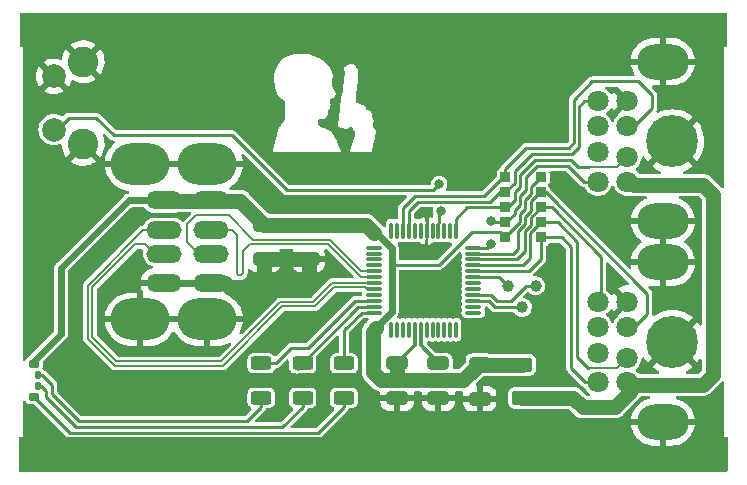
<source format=gbr>
%TF.GenerationSoftware,KiCad,Pcbnew,(6.0.6)*%
%TF.CreationDate,2022-08-24T09:56:22+01:00*%
%TF.ProjectId,ps2usb,70733275-7362-42e6-9b69-6361645f7063,rev?*%
%TF.SameCoordinates,Original*%
%TF.FileFunction,Copper,L1,Top*%
%TF.FilePolarity,Positive*%
%FSLAX46Y46*%
G04 Gerber Fmt 4.6, Leading zero omitted, Abs format (unit mm)*
G04 Created by KiCad (PCBNEW (6.0.6)) date 2022-08-24 09:56:22*
%MOMM*%
%LPD*%
G01*
G04 APERTURE LIST*
G04 Aperture macros list*
%AMRoundRect*
0 Rectangle with rounded corners*
0 $1 Rounding radius*
0 $2 $3 $4 $5 $6 $7 $8 $9 X,Y pos of 4 corners*
0 Add a 4 corners polygon primitive as box body*
4,1,4,$2,$3,$4,$5,$6,$7,$8,$9,$2,$3,0*
0 Add four circle primitives for the rounded corners*
1,1,$1+$1,$2,$3*
1,1,$1+$1,$4,$5*
1,1,$1+$1,$6,$7*
1,1,$1+$1,$8,$9*
0 Add four rect primitives between the rounded corners*
20,1,$1+$1,$2,$3,$4,$5,0*
20,1,$1+$1,$4,$5,$6,$7,0*
20,1,$1+$1,$6,$7,$8,$9,0*
20,1,$1+$1,$8,$9,$2,$3,0*%
G04 Aperture macros list end*
%TA.AperFunction,SMDPad,CuDef*%
%ADD10RoundRect,0.225000X0.225000X-0.225000X0.225000X0.225000X-0.225000X0.225000X-0.225000X-0.225000X0*%
%TD*%
%TA.AperFunction,SMDPad,CuDef*%
%ADD11O,1.400000X0.300000*%
%TD*%
%TA.AperFunction,SMDPad,CuDef*%
%ADD12O,0.300000X1.400000*%
%TD*%
%TA.AperFunction,SMDPad,CuDef*%
%ADD13RoundRect,0.250000X0.625000X-0.312500X0.625000X0.312500X-0.625000X0.312500X-0.625000X-0.312500X0*%
%TD*%
%TA.AperFunction,SMDPad,CuDef*%
%ADD14RoundRect,0.250000X0.650000X-0.325000X0.650000X0.325000X-0.650000X0.325000X-0.650000X-0.325000X0*%
%TD*%
%TA.AperFunction,SMDPad,CuDef*%
%ADD15C,1.000000*%
%TD*%
%TA.AperFunction,ComponentPad*%
%ADD16C,2.000000*%
%TD*%
%TA.AperFunction,ComponentPad*%
%ADD17C,2.600000*%
%TD*%
%TA.AperFunction,SMDPad,CuDef*%
%ADD18RoundRect,0.150000X0.300000X0.150000X-0.300000X0.150000X-0.300000X-0.150000X0.300000X-0.150000X0*%
%TD*%
%TA.AperFunction,SMDPad,CuDef*%
%ADD19RoundRect,0.137500X0.137500X0.162500X-0.137500X0.162500X-0.137500X-0.162500X0.137500X-0.162500X0*%
%TD*%
%TA.AperFunction,ComponentPad*%
%ADD20C,1.800000*%
%TD*%
%TA.AperFunction,ComponentPad*%
%ADD21O,4.400000X3.000000*%
%TD*%
%TA.AperFunction,ComponentPad*%
%ADD22C,4.400000*%
%TD*%
%TA.AperFunction,ComponentPad*%
%ADD23O,3.000000X1.500000*%
%TD*%
%TA.AperFunction,ComponentPad*%
%ADD24O,5.000000X3.500000*%
%TD*%
%TA.AperFunction,SMDPad,CuDef*%
%ADD25RoundRect,0.250000X-0.625000X0.375000X-0.625000X-0.375000X0.625000X-0.375000X0.625000X0.375000X0*%
%TD*%
%TA.AperFunction,ViaPad*%
%ADD26C,0.800000*%
%TD*%
%TA.AperFunction,Conductor*%
%ADD27C,0.304800*%
%TD*%
%TA.AperFunction,Conductor*%
%ADD28C,1.270000*%
%TD*%
%TA.AperFunction,Conductor*%
%ADD29C,0.254000*%
%TD*%
%TA.AperFunction,Conductor*%
%ADD30C,0.558800*%
%TD*%
%TA.AperFunction,Conductor*%
%ADD31C,0.200000*%
%TD*%
%TA.AperFunction,Conductor*%
%ADD32C,0.152400*%
%TD*%
%TA.AperFunction,Conductor*%
%ADD33C,0.250000*%
%TD*%
G04 APERTURE END LIST*
D10*
%TO.P,RN1,1,common*%
%TO.N,+5V*%
X144172003Y-95057189D03*
X141172003Y-100137189D03*
%TO.P,RN1,2,R1*%
%TO.N,/DIN2-8*%
X144172003Y-100137189D03*
%TO.P,RN1,3,R2*%
%TO.N,/DIN2-2*%
X144172003Y-98867189D03*
%TO.P,RN1,4,R3*%
%TO.N,/DIN2-6*%
X144172003Y-97597189D03*
%TO.P,RN1,5,R4*%
%TO.N,/DIN2-1*%
X144172003Y-96327189D03*
%TO.P,RN1,6,R5*%
%TO.N,/DIN1-1*%
X141172003Y-95057189D03*
%TO.P,RN1,7,R6*%
%TO.N,/DIN1-6*%
X141172003Y-96327189D03*
%TO.P,RN1,8,R7*%
%TO.N,/DIN1-2*%
X141172003Y-97597189D03*
%TO.P,RN1,9,R8*%
%TO.N,/DIN1-8*%
X141172003Y-98867189D03*
%TD*%
D11*
%TO.P,U1,1*%
%TO.N,N/C*%
X138450000Y-106500000D03*
%TO.P,U1,2,P1.7/AIN7/SCK*%
%TO.N,unconnected-(U1-Pad2)*%
X138450000Y-106000000D03*
%TO.P,U1,3,P5.7/RST*%
%TO.N,Net-(TP1-Pad1)*%
X138450000Y-105500000D03*
%TO.P,U1,4,P3.0/RXD*%
%TO.N,Net-(TP2-Pad1)*%
X138450000Y-105000000D03*
%TO.P,U1,5,P4.5/PWM2_/A5*%
%TO.N,unconnected-(U1-Pad5)*%
X138450000Y-104500000D03*
%TO.P,U1,6,P4.4/LED3/TNOW_/TXD1_/A4*%
%TO.N,unconnected-(U1-Pad6)*%
X138450000Y-104000000D03*
%TO.P,U1,7,P3.1/TXD*%
%TO.N,Net-(TP3-Pad1)*%
X138450000Y-103500000D03*
%TO.P,U1,8,P3.2/LED0/INT0*%
%TO.N,/DIN2-8*%
X138450000Y-103000000D03*
%TO.P,U1,9,P3.3/LED1/!A15/INT1*%
%TO.N,/DIN2-2*%
X138450000Y-102500000D03*
%TO.P,U1,10,P3.4/LEDC/XCS0/T0*%
%TO.N,/DIN2-6*%
X138450000Y-102000000D03*
%TO.P,U1,11,P3.5/DA6/T1*%
%TO.N,/DIN2-1*%
X138450000Y-101500000D03*
%TO.P,U1,12,P3.6/WR*%
%TO.N,/DIN1-8*%
X138450000Y-101000000D03*
D12*
%TO.P,U1,13,P3.7/RD*%
%TO.N,/DIN1-2*%
X137000000Y-99550000D03*
%TO.P,U1,14,P4.3/PWM1_/A3*%
%TO.N,unconnected-(U1-Pad14)*%
X136500000Y-99550000D03*
%TO.P,U1,15,P4.2/PWM3_/CAP3_/A2*%
%TO.N,unconnected-(U1-Pad15)*%
X136000000Y-99550000D03*
%TO.P,U1,16,P4.6/XI/SCS_*%
%TO.N,Net-(S1-Pad2)*%
X135500000Y-99550000D03*
%TO.P,U1,17,P4.7/X0/SCK_*%
%TO.N,unconnected-(U1-Pad17)*%
X135000000Y-99550000D03*
%TO.P,U1,18,GND*%
%TO.N,GND*%
X134500000Y-99550000D03*
%TO.P,U1,19,P4.1/A1*%
%TO.N,unconnected-(U1-Pad19)*%
X134000000Y-99550000D03*
%TO.P,U1,20,P4.0/LED2/A0/RXD1_*%
%TO.N,unconnected-(U1-Pad20)*%
X133500000Y-99550000D03*
%TO.P,U1,21,P2.0/A8*%
%TO.N,/DIN1-6*%
X133000000Y-99550000D03*
%TO.P,U1,22,P2.1/MOSI1/A9*%
%TO.N,/DIN1-1*%
X132500000Y-99550000D03*
%TO.P,U1,23,P2.2/MISO1/A10*%
%TO.N,/LED*%
X132000000Y-99550000D03*
%TO.P,U1,24,P2.3/SCK1/A11*%
%TO.N,unconnected-(U1-Pad24)*%
X131500000Y-99550000D03*
D11*
%TO.P,U1,25,P2.4/PWM1/A12*%
%TO.N,unconnected-(U1-Pad25)*%
X130050000Y-101000000D03*
%TO.P,U1,26,P2.5/TNOW*%
%TO.N,unconnected-(U1-Pad26)*%
X130050000Y-101500000D03*
%TO.P,U1,27,P2.6/RXD1/A14*%
%TO.N,unconnected-(U1-Pad27)*%
X130050000Y-102000000D03*
%TO.P,U1,28,P2.7/TXD1/DA7/A15*%
%TO.N,unconnected-(U1-Pad28)*%
X130050000Y-102500000D03*
%TO.P,U1,29,P5.5/HP/!A15/XA*%
%TO.N,/HD+*%
X130050000Y-103000000D03*
%TO.P,U1,30,P5.4/HM/ALE/XB*%
%TO.N,/HD-*%
X130050000Y-103500000D03*
%TO.P,U1,31,P5.1/DP*%
%TO.N,/D+*%
X130050000Y-104000000D03*
%TO.P,U1,32,P5.0/DM*%
%TO.N,/D-*%
X130050000Y-104500000D03*
%TO.P,U1,33,P0.7/AD7/UDCD*%
%TO.N,unconnected-(U1-Pad33)*%
X130050000Y-105000000D03*
%TO.P,U1,34,P0.6/AD6/URI*%
%TO.N,Net-(R3-Pad2)*%
X130050000Y-105500000D03*
%TO.P,U1,35,P0.5/AD5/UDSR*%
%TO.N,Net-(R2-Pad2)*%
X130050000Y-106000000D03*
%TO.P,U1,36,P0.4/AD4/UCTS*%
%TO.N,Net-(R1-Pad2)*%
X130050000Y-106500000D03*
D12*
%TO.P,U1,37,P0.3/AD3/TXD_*%
%TO.N,unconnected-(U1-Pad37)*%
X131500000Y-107950000D03*
%TO.P,U1,38,P0.2/AD2/RXD_*%
%TO.N,unconnected-(U1-Pad38)*%
X132000000Y-107950000D03*
%TO.P,U1,39,P0.1/AD1/URTS*%
%TO.N,unconnected-(U1-Pad39)*%
X132500000Y-107950000D03*
%TO.P,U1,40,P0.0/AD0/UDTR*%
%TO.N,unconnected-(U1-Pad40)*%
X133000000Y-107950000D03*
%TO.P,U1,41,VIN5*%
%TO.N,+5V*%
X133500000Y-107950000D03*
%TO.P,U1,42,VDD33*%
%TO.N,+3.3V*%
X134000000Y-107950000D03*
%TO.P,U1,43,P1.0/AIN0/T1/CAP1*%
%TO.N,unconnected-(U1-Pad43)*%
X134500000Y-107950000D03*
%TO.P,U1,44,P1.1/AIN1/T2EX/CAP2*%
%TO.N,unconnected-(U1-Pad44)*%
X135000000Y-107950000D03*
%TO.P,U1,45,P1.2/AIN2/PWM3/CAP3*%
%TO.N,unconnected-(U1-Pad45)*%
X135500000Y-107950000D03*
%TO.P,U1,46,P1.3/AIN3*%
%TO.N,unconnected-(U1-Pad46)*%
X136000000Y-107950000D03*
%TO.P,U1,47,P1.4/AIN4/SCS*%
%TO.N,unconnected-(U1-Pad47)*%
X136500000Y-107950000D03*
%TO.P,U1,48,P1.5/AIN5/MOSI*%
%TO.N,unconnected-(U1-Pad48)*%
X137000000Y-107950000D03*
%TD*%
D13*
%TO.P,R1,1*%
%TO.N,Net-(D1-Pad4)*%
X127500000Y-113712500D03*
%TO.P,R1,2*%
%TO.N,Net-(R1-Pad2)*%
X127500000Y-110787500D03*
%TD*%
D14*
%TO.P,C3,1*%
%TO.N,GND*%
X132000003Y-113724989D03*
%TO.P,C3,2*%
%TO.N,+5V*%
X132000003Y-110774989D03*
%TD*%
D13*
%TO.P,R3,1*%
%TO.N,Net-(D1-Pad2)*%
X120500000Y-113712500D03*
%TO.P,R3,2*%
%TO.N,Net-(R3-Pad2)*%
X120500000Y-110787500D03*
%TD*%
D15*
%TO.P,TP1,1,1*%
%TO.N,Net-(TP1-Pad1)*%
X142595803Y-106055389D03*
%TD*%
D14*
%TO.P,C4,1*%
%TO.N,GND*%
X135500003Y-113724989D03*
%TO.P,C4,2*%
%TO.N,+3.3V*%
X135500003Y-110774989D03*
%TD*%
D15*
%TO.P,TP3,1,1*%
%TO.N,Net-(TP3-Pad1)*%
X141376603Y-104226589D03*
%TD*%
D16*
%TO.P,S1,1,1*%
%TO.N,GND*%
X102930000Y-86500000D03*
%TO.P,S1,2,2*%
%TO.N,Net-(S1-Pad2)*%
X102930000Y-91000000D03*
D17*
%TO.P,S1,M,M*%
%TO.N,GND*%
X105430000Y-92250000D03*
X105430000Y-85250000D03*
%TD*%
D14*
%TO.P,C2,1*%
%TO.N,GND*%
X124500006Y-102000000D03*
%TO.P,C2,2*%
%TO.N,+5V*%
X124500006Y-99050000D03*
%TD*%
D13*
%TO.P,R2,1*%
%TO.N,Net-(D1-Pad3)*%
X124000000Y-113712500D03*
%TO.P,R2,2*%
%TO.N,Net-(R2-Pad2)*%
X124000000Y-110787500D03*
%TD*%
D18*
%TO.P,D1,1,1*%
%TO.N,+5V*%
X101250000Y-110850000D03*
D19*
%TO.P,D1,2,B*%
%TO.N,Net-(D1-Pad2)*%
X101575000Y-111800000D03*
%TO.P,D1,3,G*%
%TO.N,Net-(D1-Pad3)*%
X101575000Y-112700000D03*
D18*
%TO.P,D1,4,R*%
%TO.N,Net-(D1-Pad4)*%
X101250000Y-113650000D03*
%TD*%
D20*
%TO.P,J1,1,1*%
%TO.N,/DIN1-1*%
X151500000Y-90699989D03*
%TO.P,J1,2,2*%
%TO.N,/DIN1-2*%
X151500000Y-93299989D03*
%TO.P,J1,3,3*%
%TO.N,GND*%
X151500000Y-88599989D03*
%TO.P,J1,4,4*%
%TO.N,unconnected-(J1-Pad4)*%
X149000000Y-90699989D03*
%TO.P,J1,5,5*%
%TO.N,Net-(F1-Pad2)*%
X151500000Y-95399989D03*
%TO.P,J1,6,6*%
%TO.N,/DIN1-6*%
X149000000Y-88599989D03*
%TO.P,J1,7,7*%
%TO.N,unconnected-(J1-Pad7)*%
X149000000Y-92899989D03*
%TO.P,J1,8,8*%
%TO.N,/DIN1-8*%
X149000000Y-95399989D03*
D21*
%TO.P,J1,S,S*%
%TO.N,GND*%
X154500000Y-85249989D03*
X154500000Y-98749989D03*
D22*
X155300000Y-91999989D03*
%TD*%
D23*
%TO.P,J2,1A,VBUS*%
%TO.N,+5V*%
X116280000Y-97000000D03*
%TO.P,J2,1B,VBUS*%
X112260000Y-97000000D03*
%TO.P,J2,2A,D-*%
%TO.N,/HD-*%
X116280000Y-99500000D03*
%TO.P,J2,2B,D-*%
%TO.N,/D-*%
X112260000Y-99500000D03*
%TO.P,J2,3A,D+*%
%TO.N,/HD+*%
X116280000Y-101500000D03*
%TO.P,J2,3B,D+*%
%TO.N,/D+*%
X112260000Y-101500000D03*
%TO.P,J2,4A,GND*%
%TO.N,GND*%
X116280000Y-104000000D03*
%TO.P,J2,4B,GND*%
X112260000Y-104000000D03*
D24*
%TO.P,J2,S,SHIELD*%
X110250000Y-107070000D03*
X115930000Y-93930000D03*
X115930000Y-107070000D03*
X110250000Y-93930000D03*
%TD*%
D25*
%TO.P,F1,1*%
%TO.N,+5V*%
X142595803Y-110903789D03*
%TO.P,F1,2*%
%TO.N,Net-(F1-Pad2)*%
X142595803Y-113703789D03*
%TD*%
D15*
%TO.P,TP2,1,1*%
%TO.N,Net-(TP2-Pad1)*%
X143738803Y-104226589D03*
%TD*%
D14*
%TO.P,C1,1*%
%TO.N,GND*%
X120750006Y-102000000D03*
%TO.P,C1,2*%
%TO.N,+5V*%
X120750006Y-99050000D03*
%TD*%
D20*
%TO.P,J3,1,1*%
%TO.N,/DIN2-1*%
X151500000Y-107699989D03*
%TO.P,J3,2,2*%
%TO.N,/DIN2-2*%
X151500000Y-110299989D03*
%TO.P,J3,3,3*%
%TO.N,GND*%
X151500000Y-105599989D03*
%TO.P,J3,4,4*%
%TO.N,unconnected-(J3-Pad4)*%
X149000000Y-107699989D03*
%TO.P,J3,5,5*%
%TO.N,Net-(F1-Pad2)*%
X151500000Y-112399989D03*
%TO.P,J3,6,6*%
%TO.N,/DIN2-6*%
X149000000Y-105599989D03*
%TO.P,J3,7,7*%
%TO.N,unconnected-(J3-Pad7)*%
X149000000Y-109899989D03*
%TO.P,J3,8,8*%
%TO.N,/DIN2-8*%
X149000000Y-112399989D03*
D21*
%TO.P,J3,S,S*%
%TO.N,GND*%
X154500000Y-102249989D03*
X154500000Y-115749989D03*
D22*
X155300000Y-108999989D03*
%TD*%
D14*
%TO.P,C5,1*%
%TO.N,GND*%
X139000003Y-113778789D03*
%TO.P,C5,2*%
%TO.N,+5V*%
X139000003Y-110828789D03*
%TD*%
D26*
%TO.N,GND*%
X134250000Y-103750000D03*
X157750003Y-82499989D03*
X122250000Y-112250000D03*
X124000000Y-103775011D03*
X139000000Y-115500000D03*
X158500003Y-118499989D03*
X101270000Y-107300000D03*
X104318000Y-112126000D03*
X128000000Y-82500000D03*
X145250000Y-118500000D03*
X109906000Y-98410000D03*
X135500000Y-115500000D03*
X146000000Y-112250000D03*
X101500000Y-82500000D03*
X136500000Y-94500000D03*
X114500000Y-82500000D03*
X125000000Y-103775011D03*
X132000000Y-115500000D03*
X130500003Y-118499989D03*
X134544000Y-101458000D03*
X101500003Y-118499989D03*
X137250000Y-109500000D03*
X123500000Y-95108000D03*
X134518603Y-98130589D03*
X130988000Y-97648000D03*
X115250000Y-118500000D03*
X126924000Y-105522000D03*
X143750000Y-91250000D03*
X144750000Y-82500000D03*
%TO.N,/DIN1-8*%
X139928803Y-98740189D03*
X139928803Y-100721389D03*
%TO.N,Net-(S1-Pad2)*%
X135737803Y-97901989D03*
X135560000Y-95616000D03*
%TD*%
D27*
%TO.N,+3.3V*%
X134000000Y-109274986D02*
X135500003Y-110774989D01*
X134000000Y-107950000D02*
X134000000Y-109274986D01*
D28*
%TO.N,Net-(F1-Pad2)*%
X146891403Y-113703789D02*
X147701203Y-114513589D01*
X151958603Y-112608589D02*
X157912003Y-112608589D01*
X157912003Y-112608589D02*
X158750000Y-111770592D01*
X158750000Y-111770592D02*
X158750000Y-96530186D01*
X151750003Y-112399989D02*
X151958603Y-112608589D01*
X147701203Y-114513589D02*
X150444403Y-114513589D01*
X158750000Y-96530186D02*
X157912003Y-95692189D01*
X150444403Y-114513589D02*
X151750003Y-113207989D01*
X152042203Y-95692189D02*
X151750003Y-95399989D01*
X142595803Y-113703789D02*
X146891403Y-113703789D01*
X157912003Y-95692189D02*
X152042203Y-95692189D01*
X151750003Y-113207989D02*
X151750003Y-112399989D01*
%TO.N,GND*%
X124500006Y-102000000D02*
X120750006Y-102000000D01*
D27*
X139000000Y-113724992D02*
X139000003Y-113724989D01*
X132000000Y-115500000D02*
X132000003Y-115499997D01*
D28*
X120750006Y-103309405D02*
X119659600Y-104399811D01*
D27*
X135500000Y-113724992D02*
X135500003Y-113724989D01*
D28*
X119659600Y-104399811D02*
X117830800Y-104399811D01*
D27*
X135500000Y-115500000D02*
X135500000Y-113724992D01*
D28*
X124500006Y-103275005D02*
X124000000Y-103775011D01*
X125000000Y-103774999D02*
X124500006Y-103275005D01*
D27*
X139000000Y-115500000D02*
X139000000Y-113724992D01*
X132000003Y-115499997D02*
X132000003Y-113724989D01*
D28*
X124500006Y-102000000D02*
X124500006Y-103275005D01*
X124000000Y-103775011D02*
X125000000Y-103775011D01*
X117830800Y-104399811D02*
X117456000Y-104025011D01*
X125000000Y-103775011D02*
X125000000Y-103774999D01*
D29*
X134518603Y-98130589D02*
X134500000Y-98149192D01*
D30*
X115580003Y-104025011D02*
X112960003Y-104025011D01*
D28*
X117456000Y-104025011D02*
X115580003Y-104025011D01*
X120750006Y-102000000D02*
X120750006Y-103309405D01*
D29*
X134500000Y-98149192D02*
X134500000Y-99550000D01*
D30*
%TO.N,+5V*%
X103556000Y-102728000D02*
X103556000Y-108294000D01*
D29*
X144172003Y-95057189D02*
X143357803Y-95871389D01*
D28*
X129342014Y-99050000D02*
X124500006Y-99050000D01*
D30*
X130251403Y-99730789D02*
X130022803Y-99730789D01*
X131546803Y-106436389D02*
X130251403Y-107731789D01*
D28*
X129946600Y-108112792D02*
X130251403Y-107807989D01*
X139000003Y-110828789D02*
X137601203Y-112227589D01*
D29*
X142824403Y-96987589D02*
X142824403Y-97746353D01*
D28*
X130632389Y-112227589D02*
X129946600Y-111541800D01*
D29*
X135509192Y-102474000D02*
X138328603Y-99654589D01*
D30*
X130251403Y-107731789D02*
X130251403Y-107807989D01*
D28*
X129946600Y-111541800D02*
X129946600Y-108112792D01*
D27*
X133500000Y-109274992D02*
X132000003Y-110774989D01*
D29*
X141172003Y-100076585D02*
X141172003Y-100137189D01*
D28*
X131927803Y-112227589D02*
X130632389Y-112227589D01*
D29*
X131546803Y-102474000D02*
X135509192Y-102474000D01*
D30*
X109284000Y-97000000D02*
X103556000Y-102728000D01*
X131546803Y-101026189D02*
X130251403Y-99730789D01*
D27*
X133500000Y-107950000D02*
X133500000Y-109274992D01*
D28*
X132000003Y-110774989D02*
X132000003Y-112155389D01*
D30*
X101250000Y-110600000D02*
X101250000Y-110850000D01*
D28*
X139075003Y-110903789D02*
X139000003Y-110828789D01*
D30*
X131546803Y-102474000D02*
X131546803Y-101026189D01*
D29*
X142824403Y-97746353D02*
X142443403Y-98127353D01*
D28*
X120750006Y-99050000D02*
X124500006Y-99050000D01*
D29*
X143357803Y-96454189D02*
X142824403Y-96987589D01*
D28*
X132000003Y-112155389D02*
X131927803Y-112227589D01*
X137601203Y-112227589D02*
X131927803Y-112227589D01*
D30*
X112960000Y-97000000D02*
X109284000Y-97000000D01*
D29*
X140689403Y-99654589D02*
X141172003Y-100137189D01*
X142443403Y-98127353D02*
X142443403Y-98805185D01*
D28*
X142595803Y-110903789D02*
X139075003Y-110903789D01*
X115580003Y-97025011D02*
X118725017Y-97025011D01*
X130022803Y-99730789D02*
X129342014Y-99050000D01*
D29*
X143357803Y-95871389D02*
X143357803Y-96454189D01*
X142443403Y-98805185D02*
X141172003Y-100076585D01*
D30*
X103556000Y-108294000D02*
X101250000Y-110600000D01*
D28*
X118725017Y-97025011D02*
X120750006Y-99050000D01*
D30*
X131546803Y-102474000D02*
X131546803Y-106436389D01*
D29*
X138328603Y-99654589D02*
X140689403Y-99654589D01*
D28*
X112960003Y-97025011D02*
X115580003Y-97025011D01*
D31*
%TO.N,/HD-*%
X119514806Y-100701200D02*
X118940406Y-101275600D01*
X118788006Y-103333000D02*
X118559406Y-103333000D01*
X118940406Y-101275600D02*
X118940406Y-103180600D01*
X118407006Y-99932000D02*
X118000017Y-99525011D01*
X118940406Y-103180600D02*
X118788006Y-103333000D01*
X128967092Y-103500000D02*
X126168292Y-100701200D01*
X118559406Y-103333000D02*
X118407006Y-103180600D01*
X118000017Y-99525011D02*
X115580003Y-99525011D01*
X118407006Y-103180600D02*
X118407006Y-99932000D01*
X130050000Y-103500000D02*
X128967092Y-103500000D01*
X126168292Y-100701200D02*
X119514806Y-100701200D01*
%TO.N,/D-*%
X117252868Y-110979800D02*
X108083632Y-110979800D01*
X122253468Y-105979200D02*
X117252868Y-110979800D01*
X129283320Y-104352400D02*
X126661568Y-104352400D01*
X126661568Y-104352400D02*
X125034768Y-105979200D01*
X129430920Y-104500000D02*
X129283320Y-104352400D01*
X110500809Y-99525011D02*
X112960003Y-99525011D01*
X108083632Y-110979800D02*
X105823806Y-108719975D01*
X130050000Y-104500000D02*
X129430920Y-104500000D01*
X105819800Y-105975194D02*
X105819800Y-104206020D01*
X105823806Y-105979200D02*
X105819800Y-105975194D01*
X125034768Y-105979200D02*
X122253468Y-105979200D01*
X105823806Y-108719975D02*
X105823806Y-105979200D01*
X105819800Y-104206020D02*
X110500809Y-99525011D01*
%TO.N,/HD+*%
X115250017Y-101525011D02*
X115580003Y-101525011D01*
X130050000Y-103000000D02*
X128965460Y-103000000D01*
X119823806Y-100348800D02*
X117750006Y-98275000D01*
X115000006Y-98275000D02*
X114250006Y-99025000D01*
X114250006Y-100525000D02*
X115250017Y-101525011D01*
X126314260Y-100348800D02*
X119823806Y-100348800D01*
X114250006Y-99025000D02*
X114250006Y-100525000D01*
X117750006Y-98275000D02*
X115000006Y-98275000D01*
X128965460Y-103000000D02*
X126314260Y-100348800D01*
%TO.N,/D+*%
X109822981Y-100701211D02*
X110636203Y-100701211D01*
X106172200Y-104379000D02*
X106176206Y-104383006D01*
X122107499Y-105626800D02*
X124888800Y-105626800D01*
X106176206Y-104347986D02*
X109822981Y-100701211D01*
X110636203Y-100701211D02*
X111460003Y-101525011D01*
X124888800Y-105626800D02*
X126515600Y-104000000D01*
X106176206Y-108574006D02*
X108229600Y-110627400D01*
X108229600Y-110627400D02*
X117106900Y-110627400D01*
X126515600Y-104000000D02*
X130050000Y-104000000D01*
X111460003Y-101525011D02*
X112960003Y-101525011D01*
X117106900Y-110627400D02*
X122107499Y-105626800D01*
X106176206Y-104383006D02*
X106176206Y-108574006D01*
D29*
%TO.N,Net-(TP2-Pad1)*%
X141605203Y-105521989D02*
X142900603Y-104226589D01*
X139940214Y-105000000D02*
X140462203Y-105521989D01*
X140462203Y-105521989D02*
X141605203Y-105521989D01*
X142900603Y-104226589D02*
X143738803Y-104226589D01*
X138450000Y-105000000D02*
X139940214Y-105000000D01*
%TO.N,/DIN1-1*%
X141172003Y-94321997D02*
X142926000Y-92568000D01*
X153568603Y-89215189D02*
X152083792Y-90700000D01*
X153568603Y-88072189D02*
X153568603Y-89215189D01*
X140970203Y-95057189D02*
X139395392Y-96632000D01*
X146990003Y-92094853D02*
X146990003Y-88478589D01*
X141172003Y-95057189D02*
X140970203Y-95057189D01*
X132500000Y-97660000D02*
X132500000Y-99550000D01*
X133528000Y-96632000D02*
X132500000Y-97660000D01*
X152083792Y-90700000D02*
X151500000Y-90700000D01*
X141172003Y-95057189D02*
X141172003Y-94321997D01*
X148539403Y-86929189D02*
X152425603Y-86929189D01*
X146516856Y-92568000D02*
X146990003Y-92094853D01*
X146990003Y-88478589D02*
X148539403Y-86929189D01*
X152425603Y-86929189D02*
X153568603Y-88072189D01*
X139395392Y-96632000D02*
X133528000Y-96632000D01*
X142926000Y-92568000D02*
X146516856Y-92568000D01*
%TO.N,/DIN1-2*%
X148234603Y-94168189D02*
X147320189Y-94168189D01*
D32*
X150631811Y-94168189D02*
X148234603Y-94168189D01*
D29*
X142443403Y-95864561D02*
X141986203Y-96321761D01*
X142443403Y-94828597D02*
X142443403Y-95864561D01*
X137947603Y-97597189D02*
X137000000Y-98544792D01*
X143688000Y-93584000D02*
X142443403Y-94828597D01*
X141986203Y-96987589D02*
X141376603Y-97597189D01*
X137000000Y-98544792D02*
X137000000Y-99550000D01*
D32*
X151500000Y-93300000D02*
X150631811Y-94168189D01*
D29*
X146736000Y-93584000D02*
X143688000Y-93584000D01*
X141376603Y-97597189D02*
X141172003Y-97597189D01*
X141986203Y-96321761D02*
X141986203Y-96987589D01*
X141172003Y-97597189D02*
X137947603Y-97597189D01*
X147320189Y-94168189D02*
X146736000Y-93584000D01*
%TO.N,/DIN1-6*%
X141986203Y-94520557D02*
X141986203Y-95512989D01*
X147859203Y-88599989D02*
X147396403Y-89062789D01*
X139878000Y-97140000D02*
X133756592Y-97140000D01*
X143075171Y-93431589D02*
X141986203Y-94520557D01*
X140690811Y-96327189D02*
X139878000Y-97140000D01*
X143434000Y-93076000D02*
X142926000Y-93584000D01*
X133000000Y-97896592D02*
X133000000Y-99550000D01*
X141986203Y-95512989D02*
X141172003Y-96327189D01*
X133756592Y-97140000D02*
X133000000Y-97896592D01*
X141172003Y-96327189D02*
X140690811Y-96327189D01*
X147396403Y-92466393D02*
X146786796Y-93076000D01*
X146786796Y-93076000D02*
X143434000Y-93076000D01*
X147396403Y-89062789D02*
X147396403Y-92466393D01*
X149250003Y-88599989D02*
X147859203Y-88599989D01*
%TO.N,/DIN1-8*%
X141986203Y-98130589D02*
X141249603Y-98867189D01*
X142392603Y-96657389D02*
X142392603Y-97419397D01*
X141172003Y-98867189D02*
X140055803Y-98867189D01*
X142900603Y-95006389D02*
X142900603Y-96149389D01*
X142392603Y-97419397D02*
X141986203Y-97825797D01*
X146482000Y-94092000D02*
X143814992Y-94092000D01*
X139650192Y-101000000D02*
X139928803Y-100721389D01*
X149250003Y-95399989D02*
X147789989Y-95399989D01*
X138450000Y-101000000D02*
X139650192Y-101000000D01*
X143814992Y-94092000D02*
X142900603Y-95006389D01*
X142900603Y-96149389D02*
X142392603Y-96657389D01*
X147789989Y-95399989D02*
X146482000Y-94092000D01*
X141986203Y-97825797D02*
X141986203Y-98130589D01*
X140055803Y-98867189D02*
X139928803Y-98740189D01*
%TO.N,/DIN2-1*%
X144577189Y-96327189D02*
X144172003Y-96327189D01*
X152076392Y-107700000D02*
X153187603Y-106588789D01*
X143357803Y-97860653D02*
X142849803Y-98368653D01*
X153187603Y-106588789D02*
X153187603Y-104937603D01*
X141810720Y-101500000D02*
X138450000Y-101500000D01*
X142849803Y-98368653D02*
X142849803Y-98973521D01*
X143357803Y-97063789D02*
X143357803Y-97860653D01*
X142214803Y-99608521D02*
X142214803Y-101095917D01*
X144094403Y-96327189D02*
X143357803Y-97063789D01*
X151500000Y-107700000D02*
X152076392Y-107700000D01*
X142214803Y-101095917D02*
X141810720Y-101500000D01*
X142849803Y-98973521D02*
X142214803Y-99608521D01*
X153187603Y-104937603D02*
X144577189Y-96327189D01*
D32*
%TO.N,/DIN2-2*%
X150639211Y-111160789D02*
X151500000Y-110300000D01*
D29*
X147244000Y-100494000D02*
X145617189Y-98867189D01*
X142646000Y-102500000D02*
X143230803Y-101915197D01*
X143230803Y-101915197D02*
X143230803Y-99781589D01*
X147244000Y-110246386D02*
X147244000Y-100494000D01*
X143230803Y-99781589D02*
X144145203Y-98867189D01*
X148250003Y-111160789D02*
X148158403Y-111160789D01*
X148158403Y-111160789D02*
X147244000Y-110246386D01*
X145617189Y-98867189D02*
X144172003Y-98867189D01*
X138450000Y-102500000D02*
X142646000Y-102500000D01*
D32*
X148250003Y-111160789D02*
X150639211Y-111160789D01*
D29*
%TO.N,/DIN2-6*%
X145097189Y-97597189D02*
X144172003Y-97597189D01*
X144172003Y-97621189D02*
X144172003Y-97597189D01*
X142824403Y-101310325D02*
X142824403Y-99613253D01*
X138450000Y-102000000D02*
X141833803Y-102000000D01*
X142824403Y-99613253D02*
X143357803Y-99079853D01*
X149250003Y-105599989D02*
X149250003Y-101750003D01*
X149250003Y-101750003D02*
X145097189Y-97597189D01*
X142134728Y-102000000D02*
X142824403Y-101310325D01*
X143357803Y-98435389D02*
X144172003Y-97621189D01*
X143357803Y-99079853D02*
X143357803Y-98435389D01*
X141885456Y-102000000D02*
X142134728Y-102000000D01*
%TO.N,/DIN2-8*%
X144172003Y-101989997D02*
X144172003Y-100137189D01*
X143162000Y-103000000D02*
X144172003Y-101989997D01*
X144172003Y-100137189D02*
X145923189Y-100137189D01*
X146736000Y-100950000D02*
X146736000Y-111186186D01*
X146736000Y-111186186D02*
X147949803Y-112399989D01*
X145923189Y-100137189D02*
X146736000Y-100950000D01*
X147949803Y-112399989D02*
X149250003Y-112399989D01*
X138450000Y-103000000D02*
X143162000Y-103000000D01*
%TO.N,Net-(TP1-Pad1)*%
X139754414Y-105500000D02*
X138450000Y-105500000D01*
X140309803Y-106055389D02*
X139754414Y-105500000D01*
X142595803Y-106055389D02*
X140309803Y-106055389D01*
%TO.N,Net-(TP3-Pad1)*%
X138450000Y-103500000D02*
X140650014Y-103500000D01*
X140650014Y-103500000D02*
X141376603Y-104226589D01*
D33*
%TO.N,Net-(D1-Pad2)*%
X101964000Y-111800000D02*
X101575000Y-111800000D01*
X105080000Y-115682000D02*
X102819400Y-113421400D01*
X120500000Y-114462500D02*
X120500000Y-113712500D01*
X102819400Y-113421400D02*
X102819400Y-112655400D01*
X119280500Y-115682000D02*
X105080000Y-115682000D01*
X102819400Y-112655400D02*
X101964000Y-111800000D01*
X119280500Y-115682000D02*
X120500000Y-114462500D01*
%TO.N,Net-(D1-Pad3)*%
X104826000Y-116190000D02*
X102286000Y-113650000D01*
X124000000Y-114462500D02*
X124000000Y-113712500D01*
X102286000Y-113650000D02*
X102286000Y-113138000D01*
X101848000Y-112700000D02*
X101575000Y-112700000D01*
X122272500Y-116190000D02*
X104826000Y-116190000D01*
X102286000Y-113138000D02*
X101848000Y-112700000D01*
X122272500Y-116190000D02*
X124000000Y-114462500D01*
%TO.N,Net-(D1-Pad4)*%
X127500000Y-114462500D02*
X127500000Y-113712500D01*
X104298000Y-116698000D02*
X125264500Y-116698000D01*
X101250000Y-113650000D02*
X104298000Y-116698000D01*
X125264500Y-116698000D02*
X127500000Y-114462500D01*
D29*
%TO.N,Net-(S1-Pad2)*%
X104180000Y-90000000D02*
X102930000Y-91250000D01*
X106500000Y-90000000D02*
X104180000Y-90000000D01*
X122671100Y-96124000D02*
X118047100Y-91500000D01*
X118047100Y-91500000D02*
X108000000Y-91500000D01*
X135052000Y-96124000D02*
X122671100Y-96124000D01*
X108000000Y-91500000D02*
X106500000Y-90000000D01*
X135509203Y-98130589D02*
X135509203Y-98883534D01*
X135509203Y-98883534D02*
X135500000Y-98892737D01*
X135560000Y-95616000D02*
X135052000Y-96124000D01*
X135737803Y-97901989D02*
X135509203Y-98130589D01*
X135500000Y-98892737D02*
X135500000Y-99550000D01*
D33*
%TO.N,Net-(R1-Pad2)*%
X127500000Y-107994000D02*
X128994000Y-106500000D01*
X128994000Y-106500000D02*
X130050000Y-106500000D01*
X127500000Y-110787500D02*
X127500000Y-107994000D01*
%TO.N,Net-(R2-Pad2)*%
X128732000Y-106000000D02*
X123500000Y-111232000D01*
X123500000Y-110482000D02*
X123500000Y-110787500D01*
X130050000Y-106000000D02*
X128732000Y-106000000D01*
%TO.N,Net-(R3-Pad2)*%
X123000000Y-109500000D02*
X124470000Y-109500000D01*
X124470000Y-109500000D02*
X128470000Y-105500000D01*
X121712500Y-110787500D02*
X123000000Y-109500000D01*
X128470000Y-105500000D02*
X130050000Y-105500000D01*
X120500000Y-110787500D02*
X121712500Y-110787500D01*
%TD*%
%TA.AperFunction,Conductor*%
%TO.N,GND*%
G36*
X110636006Y-97599902D02*
G01*
X110666081Y-97626948D01*
X110751888Y-97733669D01*
X110755815Y-97738553D01*
X110913630Y-97870976D01*
X110919028Y-97873944D01*
X110919033Y-97873947D01*
X111076494Y-97960511D01*
X111094162Y-97970224D01*
X111290532Y-98032516D01*
X111296649Y-98033202D01*
X111296653Y-98033203D01*
X111372874Y-98041752D01*
X111450864Y-98050500D01*
X113061841Y-98050500D01*
X113215030Y-98035480D01*
X113412251Y-97975935D01*
X113417693Y-97973042D01*
X113423389Y-97970694D01*
X113424177Y-97972606D01*
X113472674Y-97960511D01*
X114443913Y-97960511D01*
X114512034Y-97980513D01*
X114558527Y-98034169D01*
X114568631Y-98104443D01*
X114539137Y-98169023D01*
X114533025Y-98175589D01*
X113944522Y-98764091D01*
X113944519Y-98764095D01*
X113944326Y-98764288D01*
X113882014Y-98798314D01*
X113811199Y-98793249D01*
X113766274Y-98764045D01*
X113764185Y-98761447D01*
X113606370Y-98629024D01*
X113600972Y-98626056D01*
X113600967Y-98626053D01*
X113431235Y-98532743D01*
X113425838Y-98529776D01*
X113229468Y-98467484D01*
X113223351Y-98466798D01*
X113223347Y-98466797D01*
X113147126Y-98458248D01*
X113069136Y-98449500D01*
X111458159Y-98449500D01*
X111304970Y-98464520D01*
X111107749Y-98524065D01*
X110925849Y-98620782D01*
X110847153Y-98684965D01*
X110770975Y-98747094D01*
X110770972Y-98747097D01*
X110766200Y-98750989D01*
X110762273Y-98755736D01*
X110762271Y-98755738D01*
X110638811Y-98904975D01*
X110638809Y-98904979D01*
X110634882Y-98909725D01*
X110631952Y-98915145D01*
X110631948Y-98915150D01*
X110554472Y-99058440D01*
X110504477Y-99108849D01*
X110456794Y-99121125D01*
X110457085Y-99122961D01*
X110447291Y-99124512D01*
X110437376Y-99124512D01*
X110427949Y-99127575D01*
X110427942Y-99127576D01*
X110416456Y-99131308D01*
X110397236Y-99135922D01*
X110385302Y-99137812D01*
X110385294Y-99137814D01*
X110375505Y-99139365D01*
X110366674Y-99143865D01*
X110366670Y-99143866D01*
X110355902Y-99149353D01*
X110337641Y-99156917D01*
X110316719Y-99163715D01*
X110304632Y-99172497D01*
X110298925Y-99176643D01*
X110282068Y-99186973D01*
X110271302Y-99192459D01*
X110271301Y-99192460D01*
X110262467Y-99196961D01*
X110239900Y-99219528D01*
X105514316Y-103945111D01*
X105514313Y-103945115D01*
X105491750Y-103967678D01*
X105487246Y-103976518D01*
X105481765Y-103987275D01*
X105471439Y-104004127D01*
X105458504Y-104021930D01*
X105451707Y-104042850D01*
X105444141Y-104061114D01*
X105438656Y-104071879D01*
X105438655Y-104071883D01*
X105434154Y-104080716D01*
X105432603Y-104090507D01*
X105432603Y-104090508D01*
X105430713Y-104102442D01*
X105426097Y-104121667D01*
X105422365Y-104133152D01*
X105422364Y-104133156D01*
X105419300Y-104142587D01*
X105419300Y-106038627D01*
X105421960Y-106046813D01*
X105423306Y-106063920D01*
X105423306Y-108783408D01*
X105426370Y-108792839D01*
X105426371Y-108792843D01*
X105430103Y-108804328D01*
X105434719Y-108823553D01*
X105435068Y-108825753D01*
X105438160Y-108845279D01*
X105442661Y-108854112D01*
X105442662Y-108854116D01*
X105448147Y-108864881D01*
X105455711Y-108883141D01*
X105462510Y-108904065D01*
X105475445Y-108921868D01*
X105485771Y-108938720D01*
X105495756Y-108958317D01*
X105518319Y-108980880D01*
X105518322Y-108980884D01*
X107822723Y-111285284D01*
X107822727Y-111285287D01*
X107845290Y-111307850D01*
X107854129Y-111312354D01*
X107854131Y-111312355D01*
X107864890Y-111317837D01*
X107881745Y-111328165D01*
X107891520Y-111335267D01*
X107899543Y-111341096D01*
X107920462Y-111347893D01*
X107938724Y-111355458D01*
X107949491Y-111360944D01*
X107949495Y-111360945D01*
X107958328Y-111365446D01*
X107968119Y-111366997D01*
X107968120Y-111366997D01*
X107980054Y-111368887D01*
X107999279Y-111373503D01*
X108010764Y-111377235D01*
X108010768Y-111377236D01*
X108020199Y-111380300D01*
X117316301Y-111380300D01*
X117325732Y-111377236D01*
X117325736Y-111377235D01*
X117337221Y-111373503D01*
X117356446Y-111368887D01*
X117368380Y-111366997D01*
X117368381Y-111366997D01*
X117378172Y-111365446D01*
X117387005Y-111360945D01*
X117387009Y-111360944D01*
X117397774Y-111355459D01*
X117416034Y-111347895D01*
X117436958Y-111341096D01*
X117454761Y-111328161D01*
X117471613Y-111317835D01*
X117482370Y-111312354D01*
X117491210Y-111307850D01*
X117513773Y-111285287D01*
X117513777Y-111285284D01*
X122382455Y-106416605D01*
X122444767Y-106382579D01*
X122471550Y-106379700D01*
X125098201Y-106379700D01*
X125107632Y-106376636D01*
X125107636Y-106376635D01*
X125119121Y-106372903D01*
X125138346Y-106368287D01*
X125150280Y-106366397D01*
X125150281Y-106366397D01*
X125160072Y-106364846D01*
X125168905Y-106360345D01*
X125168909Y-106360344D01*
X125179674Y-106354859D01*
X125197934Y-106347295D01*
X125218858Y-106340496D01*
X125236661Y-106327561D01*
X125253513Y-106317235D01*
X125264270Y-106311754D01*
X125273110Y-106307250D01*
X125295673Y-106284687D01*
X125295677Y-106284684D01*
X126790556Y-104789805D01*
X126852868Y-104755779D01*
X126879651Y-104752900D01*
X128936259Y-104752900D01*
X129004380Y-104772902D01*
X129050873Y-104826558D01*
X129060977Y-104896832D01*
X129059007Y-104907343D01*
X129045815Y-104964255D01*
X129045815Y-104964256D01*
X129045474Y-104964177D01*
X129022398Y-105024726D01*
X128965260Y-105066866D01*
X128922070Y-105074500D01*
X128402607Y-105074500D01*
X128379790Y-105081914D01*
X128360571Y-105086528D01*
X128336874Y-105090281D01*
X128328037Y-105094784D01*
X128328036Y-105094784D01*
X128315498Y-105101172D01*
X128297237Y-105108736D01*
X128283853Y-105113085D01*
X128283850Y-105113087D01*
X128274419Y-105116151D01*
X128266396Y-105121980D01*
X128255009Y-105130253D01*
X128238163Y-105140577D01*
X128216780Y-105151472D01*
X124330657Y-109037595D01*
X124268345Y-109071621D01*
X124241562Y-109074500D01*
X122932607Y-109074500D01*
X122909790Y-109081914D01*
X122890571Y-109086528D01*
X122866874Y-109090281D01*
X122858037Y-109094784D01*
X122858036Y-109094784D01*
X122845498Y-109101172D01*
X122827237Y-109108736D01*
X122813853Y-109113085D01*
X122813850Y-109113087D01*
X122804419Y-109116151D01*
X122796396Y-109121980D01*
X122785009Y-109130253D01*
X122768163Y-109140577D01*
X122746780Y-109151472D01*
X121748753Y-110149499D01*
X121686441Y-110183525D01*
X121615626Y-110178460D01*
X121559296Y-110136584D01*
X121523115Y-110088918D01*
X121523110Y-110088913D01*
X121517922Y-110082078D01*
X121397783Y-109990887D01*
X121326626Y-109962714D01*
X121265077Y-109938345D01*
X121265075Y-109938344D01*
X121257547Y-109935364D01*
X121167772Y-109924500D01*
X119832228Y-109924500D01*
X119742453Y-109935364D01*
X119734925Y-109938344D01*
X119734923Y-109938345D01*
X119673374Y-109962714D01*
X119602217Y-109990887D01*
X119482078Y-110082078D01*
X119390887Y-110202217D01*
X119374445Y-110243745D01*
X119342086Y-110325476D01*
X119335364Y-110342453D01*
X119324500Y-110432228D01*
X119324500Y-111142772D01*
X119335364Y-111232547D01*
X119338344Y-111240075D01*
X119338345Y-111240077D01*
X119351019Y-111272087D01*
X119390887Y-111372783D01*
X119482078Y-111492922D01*
X119602217Y-111584113D01*
X119636989Y-111597880D01*
X119734923Y-111636655D01*
X119734925Y-111636656D01*
X119742453Y-111639636D01*
X119832228Y-111650500D01*
X121167772Y-111650500D01*
X121257547Y-111639636D01*
X121265075Y-111636656D01*
X121265077Y-111636655D01*
X121363011Y-111597880D01*
X121397783Y-111584113D01*
X121517922Y-111492922D01*
X121609113Y-111372783D01*
X121640853Y-111292616D01*
X121684528Y-111236642D01*
X121758005Y-111213000D01*
X121779893Y-111213000D01*
X121802710Y-111205586D01*
X121821929Y-111200972D01*
X121845626Y-111197219D01*
X121858984Y-111190413D01*
X121867002Y-111186328D01*
X121885263Y-111178764D01*
X121898647Y-111174415D01*
X121898650Y-111174413D01*
X121908081Y-111171349D01*
X121927491Y-111157247D01*
X121944337Y-111146923D01*
X121965720Y-111136028D01*
X122609405Y-110492343D01*
X122671717Y-110458317D01*
X122742532Y-110463382D01*
X122799368Y-110505929D01*
X122824179Y-110572449D01*
X122824500Y-110581438D01*
X122824500Y-111142772D01*
X122835364Y-111232547D01*
X122838344Y-111240075D01*
X122838345Y-111240077D01*
X122851019Y-111272087D01*
X122890887Y-111372783D01*
X122982078Y-111492922D01*
X123102217Y-111584113D01*
X123136989Y-111597880D01*
X123234923Y-111636655D01*
X123234925Y-111636656D01*
X123242453Y-111639636D01*
X123332228Y-111650500D01*
X123391107Y-111650500D01*
X123413205Y-111654000D01*
X123413382Y-111652884D01*
X123423173Y-111654435D01*
X123432607Y-111657500D01*
X123567393Y-111657500D01*
X123576827Y-111654435D01*
X123586618Y-111652884D01*
X123586795Y-111654000D01*
X123608893Y-111650500D01*
X124667772Y-111650500D01*
X124757547Y-111639636D01*
X124765075Y-111636656D01*
X124765077Y-111636655D01*
X124863011Y-111597880D01*
X124897783Y-111584113D01*
X125017922Y-111492922D01*
X125109113Y-111372783D01*
X125148981Y-111272087D01*
X125161655Y-111240077D01*
X125161656Y-111240075D01*
X125164636Y-111232547D01*
X125175500Y-111142772D01*
X125175500Y-110432228D01*
X125164636Y-110342453D01*
X125157915Y-110325476D01*
X125145940Y-110295232D01*
X125139459Y-110224531D01*
X125173996Y-110159752D01*
X126859405Y-108474343D01*
X126921717Y-108440317D01*
X126992532Y-108445382D01*
X127049368Y-108487929D01*
X127074179Y-108554449D01*
X127074500Y-108563438D01*
X127074500Y-109798500D01*
X127054498Y-109866621D01*
X127000842Y-109913114D01*
X126948500Y-109924500D01*
X126832228Y-109924500D01*
X126742453Y-109935364D01*
X126734925Y-109938344D01*
X126734923Y-109938345D01*
X126673374Y-109962714D01*
X126602217Y-109990887D01*
X126482078Y-110082078D01*
X126390887Y-110202217D01*
X126374445Y-110243745D01*
X126342086Y-110325476D01*
X126335364Y-110342453D01*
X126324500Y-110432228D01*
X126324500Y-111142772D01*
X126335364Y-111232547D01*
X126338344Y-111240075D01*
X126338345Y-111240077D01*
X126351019Y-111272087D01*
X126390887Y-111372783D01*
X126482078Y-111492922D01*
X126602217Y-111584113D01*
X126636989Y-111597880D01*
X126734923Y-111636655D01*
X126734925Y-111636656D01*
X126742453Y-111639636D01*
X126832228Y-111650500D01*
X128167772Y-111650500D01*
X128257547Y-111639636D01*
X128265075Y-111636656D01*
X128265077Y-111636655D01*
X128363011Y-111597880D01*
X128397783Y-111584113D01*
X128517922Y-111492922D01*
X128609113Y-111372783D01*
X128648981Y-111272087D01*
X128661655Y-111240077D01*
X128661656Y-111240075D01*
X128664636Y-111232547D01*
X128675500Y-111142772D01*
X128675500Y-110432228D01*
X128664636Y-110342453D01*
X128657915Y-110325476D01*
X128625555Y-110243745D01*
X128609113Y-110202217D01*
X128517922Y-110082078D01*
X128397783Y-109990887D01*
X128326626Y-109962714D01*
X128265077Y-109938345D01*
X128265075Y-109938344D01*
X128257547Y-109935364D01*
X128167772Y-109924500D01*
X128051500Y-109924500D01*
X127983379Y-109904498D01*
X127936886Y-109850842D01*
X127925500Y-109798500D01*
X127925500Y-108222438D01*
X127945502Y-108154317D01*
X127962405Y-108133343D01*
X129133342Y-106962405D01*
X129195654Y-106928380D01*
X129222437Y-106925500D01*
X129331877Y-106925500D01*
X129369871Y-106931365D01*
X129415561Y-106945815D01*
X129428730Y-106949980D01*
X129435337Y-106950500D01*
X129481705Y-106950500D01*
X129549826Y-106970502D01*
X129596319Y-107024158D01*
X129606423Y-107094432D01*
X129576929Y-107159012D01*
X129570803Y-107165593D01*
X129453486Y-107282909D01*
X129344175Y-107392220D01*
X129329141Y-107405060D01*
X129322524Y-107409868D01*
X129317180Y-107413751D01*
X129285152Y-107449322D01*
X129269988Y-107466163D01*
X129265447Y-107470948D01*
X129250435Y-107485960D01*
X129237050Y-107502489D01*
X129232804Y-107507460D01*
X129185596Y-107559890D01*
X129182297Y-107565604D01*
X129178202Y-107572697D01*
X129167006Y-107588986D01*
X129157702Y-107600476D01*
X129151136Y-107613363D01*
X129125678Y-107663326D01*
X129122530Y-107669123D01*
X129104710Y-107699989D01*
X129087271Y-107730194D01*
X129085229Y-107736478D01*
X129085228Y-107736481D01*
X129082702Y-107744255D01*
X129075137Y-107762519D01*
X129068425Y-107775692D01*
X129066717Y-107782068D01*
X129050168Y-107843829D01*
X129048299Y-107850137D01*
X129026503Y-107917219D01*
X129025813Y-107923782D01*
X129025811Y-107923792D01*
X129024956Y-107931926D01*
X129021355Y-107951358D01*
X129017528Y-107965642D01*
X129017183Y-107972233D01*
X129017182Y-107972237D01*
X129013837Y-108036065D01*
X129013320Y-108042639D01*
X129011444Y-108060492D01*
X129011100Y-108063766D01*
X129011100Y-108085000D01*
X129010927Y-108091594D01*
X129007640Y-108154317D01*
X129007236Y-108162021D01*
X129008268Y-108168536D01*
X129008268Y-108168539D01*
X129009549Y-108176626D01*
X129011100Y-108196336D01*
X129011100Y-111458256D01*
X129009549Y-111477966D01*
X129007236Y-111492571D01*
X129007581Y-111499158D01*
X129007581Y-111499163D01*
X129010927Y-111562998D01*
X129011100Y-111569592D01*
X129011100Y-111590826D01*
X129011444Y-111594097D01*
X129011444Y-111594100D01*
X129013320Y-111611953D01*
X129013837Y-111618527D01*
X129016697Y-111673089D01*
X129017528Y-111688950D01*
X129019237Y-111695327D01*
X129021355Y-111703234D01*
X129024956Y-111722666D01*
X129025811Y-111730800D01*
X129025813Y-111730810D01*
X129026503Y-111737373D01*
X129048299Y-111804455D01*
X129050166Y-111810756D01*
X129068425Y-111878900D01*
X129075136Y-111892070D01*
X129082702Y-111910337D01*
X129085108Y-111917742D01*
X129087271Y-111924398D01*
X129090574Y-111930120D01*
X129090575Y-111930121D01*
X129122530Y-111985469D01*
X129125678Y-111991266D01*
X129157702Y-112054116D01*
X129161857Y-112059247D01*
X129167006Y-112065606D01*
X129178199Y-112081891D01*
X129185596Y-112094702D01*
X129217109Y-112129700D01*
X129232795Y-112147121D01*
X129237050Y-112152103D01*
X129250435Y-112168632D01*
X129265448Y-112183645D01*
X129269989Y-112188430D01*
X129317180Y-112240841D01*
X129322525Y-112244724D01*
X129329142Y-112249532D01*
X129344176Y-112262373D01*
X129911816Y-112830013D01*
X129924657Y-112845047D01*
X129933348Y-112857009D01*
X129938258Y-112861430D01*
X129938259Y-112861431D01*
X129985759Y-112904200D01*
X129990544Y-112908741D01*
X130005557Y-112923754D01*
X130022086Y-112937139D01*
X130027057Y-112941385D01*
X130079487Y-112988593D01*
X130092298Y-112995990D01*
X130108583Y-113007183D01*
X130120073Y-113016487D01*
X130160444Y-113037057D01*
X130182920Y-113048509D01*
X130188717Y-113051657D01*
X130234047Y-113077828D01*
X130249791Y-113086918D01*
X130256075Y-113088960D01*
X130256078Y-113088961D01*
X130263852Y-113091487D01*
X130282116Y-113099052D01*
X130295289Y-113105764D01*
X130363433Y-113124023D01*
X130369734Y-113125890D01*
X130436816Y-113147686D01*
X130443379Y-113148376D01*
X130443389Y-113148378D01*
X130451523Y-113149233D01*
X130470955Y-113152834D01*
X130478863Y-113154953D01*
X130478866Y-113154954D01*
X130485239Y-113156661D01*
X130491834Y-113157007D01*
X130492032Y-113157038D01*
X130556186Y-113187448D01*
X130593715Y-113247715D01*
X130597669Y-113294330D01*
X130592331Y-113346429D01*
X130592003Y-113352844D01*
X130592003Y-113452874D01*
X130596478Y-113468113D01*
X130597868Y-113469318D01*
X130605551Y-113470989D01*
X133389887Y-113470989D01*
X133405126Y-113466514D01*
X133406331Y-113465124D01*
X133408002Y-113457441D01*
X133408002Y-113352894D01*
X133407665Y-113346375D01*
X133403070Y-113302092D01*
X133415935Y-113232271D01*
X133464506Y-113180489D01*
X133528397Y-113163089D01*
X133971546Y-113163089D01*
X134039667Y-113183091D01*
X134086160Y-113236747D01*
X134096890Y-113301932D01*
X134092331Y-113346429D01*
X134092003Y-113352844D01*
X134092003Y-113452874D01*
X134096478Y-113468113D01*
X134097868Y-113469318D01*
X134105551Y-113470989D01*
X136889887Y-113470989D01*
X136905126Y-113466514D01*
X136906331Y-113465124D01*
X136908002Y-113457441D01*
X136908002Y-113352894D01*
X136907665Y-113346375D01*
X136903070Y-113302092D01*
X136915935Y-113232271D01*
X136964506Y-113180489D01*
X137028397Y-113163089D01*
X137477058Y-113163089D01*
X137545179Y-113183091D01*
X137591672Y-113236747D01*
X137602402Y-113301932D01*
X137592331Y-113400229D01*
X137592003Y-113406644D01*
X137592003Y-113506674D01*
X137596478Y-113521913D01*
X137597868Y-113523118D01*
X137605551Y-113524789D01*
X138727888Y-113524789D01*
X138743127Y-113520314D01*
X138744332Y-113518924D01*
X138746003Y-113511241D01*
X138746003Y-113506674D01*
X139254003Y-113506674D01*
X139258478Y-113521913D01*
X139259868Y-113523118D01*
X139267551Y-113524789D01*
X140389887Y-113524789D01*
X140405126Y-113520314D01*
X140406331Y-113518924D01*
X140408002Y-113511241D01*
X140408002Y-113406694D01*
X140407665Y-113400175D01*
X140397746Y-113304583D01*
X140394854Y-113291189D01*
X140343415Y-113137005D01*
X140337242Y-113123827D01*
X140251940Y-112985982D01*
X140242904Y-112974581D01*
X140128174Y-112860050D01*
X140116763Y-112851038D01*
X139978760Y-112765973D01*
X139965579Y-112759826D01*
X139811293Y-112708651D01*
X139797917Y-112705784D01*
X139703565Y-112696117D01*
X139697148Y-112695789D01*
X139272118Y-112695789D01*
X139256879Y-112700264D01*
X139255674Y-112701654D01*
X139254003Y-112709337D01*
X139254003Y-113506674D01*
X138746003Y-113506674D01*
X138746003Y-112713905D01*
X138741528Y-112698666D01*
X138740138Y-112697461D01*
X138730873Y-112695446D01*
X138668560Y-112661422D01*
X138634534Y-112599110D01*
X138639598Y-112528295D01*
X138668559Y-112483230D01*
X139275595Y-111876194D01*
X139337907Y-111842168D01*
X139364690Y-111839289D01*
X142644829Y-111839289D01*
X142733406Y-111829979D01*
X142746577Y-111829289D01*
X143263575Y-111829289D01*
X143353350Y-111818425D01*
X143360878Y-111815445D01*
X143360880Y-111815444D01*
X143429971Y-111788089D01*
X143493586Y-111762902D01*
X143613725Y-111671711D01*
X143704916Y-111551572D01*
X143733291Y-111479904D01*
X143757458Y-111418866D01*
X143757459Y-111418864D01*
X143760439Y-111411336D01*
X143771303Y-111321561D01*
X143771303Y-110486017D01*
X143760439Y-110396242D01*
X143752052Y-110375057D01*
X143724116Y-110304501D01*
X143704916Y-110256006D01*
X143613725Y-110135867D01*
X143493586Y-110044676D01*
X143429971Y-110019489D01*
X143360880Y-109992134D01*
X143360878Y-109992133D01*
X143353350Y-109989153D01*
X143263575Y-109978289D01*
X142746577Y-109978289D01*
X142733406Y-109977599D01*
X142644829Y-109968289D01*
X139810378Y-109968289D01*
X139784976Y-109965114D01*
X139782550Y-109964153D01*
X139692775Y-109953289D01*
X139363673Y-109953289D01*
X139331067Y-109948997D01*
X139295846Y-109939559D01*
X139283322Y-109935489D01*
X139249627Y-109922555D01*
X139249623Y-109922554D01*
X139243462Y-109920189D01*
X139219119Y-109916334D01*
X139201293Y-109913510D01*
X139188400Y-109910769D01*
X139147153Y-109899717D01*
X139140553Y-109899371D01*
X139140552Y-109899371D01*
X139104525Y-109897483D01*
X139091407Y-109896105D01*
X139073578Y-109893281D01*
X139049233Y-109889425D01*
X139042645Y-109889770D01*
X139042641Y-109889770D01*
X139006596Y-109891659D01*
X138993410Y-109891659D01*
X138957367Y-109889770D01*
X138957362Y-109889770D01*
X138950774Y-109889425D01*
X138944258Y-109890457D01*
X138908599Y-109896105D01*
X138895483Y-109897483D01*
X138890449Y-109897747D01*
X138859448Y-109899371D01*
X138859444Y-109899372D01*
X138852853Y-109899717D01*
X138846481Y-109901424D01*
X138846477Y-109901425D01*
X138811613Y-109910767D01*
X138798713Y-109913509D01*
X138756545Y-109920188D01*
X138716683Y-109935490D01*
X138704146Y-109939563D01*
X138682854Y-109945268D01*
X138668941Y-109948996D01*
X138636332Y-109953289D01*
X138307231Y-109953289D01*
X138217456Y-109964153D01*
X138209928Y-109967133D01*
X138209926Y-109967134D01*
X138156770Y-109988180D01*
X138077220Y-110019676D01*
X137957081Y-110110867D01*
X137865890Y-110231006D01*
X137859430Y-110247322D01*
X137813596Y-110363087D01*
X137810367Y-110371242D01*
X137799503Y-110461017D01*
X137799503Y-110654102D01*
X137779501Y-110722223D01*
X137762598Y-110743197D01*
X137250611Y-111255184D01*
X137188299Y-111289210D01*
X137161516Y-111292089D01*
X136824599Y-111292089D01*
X136756478Y-111272087D01*
X136709985Y-111218431D01*
X136699511Y-111150955D01*
X136700048Y-111146518D01*
X136700503Y-111142761D01*
X136700503Y-110407217D01*
X136689639Y-110317442D01*
X136684516Y-110304501D01*
X136657718Y-110236818D01*
X136634116Y-110177206D01*
X136542925Y-110057067D01*
X136422786Y-109965876D01*
X136345721Y-109935364D01*
X136290080Y-109913334D01*
X136290078Y-109913333D01*
X136282550Y-109910353D01*
X136192775Y-109899489D01*
X135317192Y-109899489D01*
X135249071Y-109879487D01*
X135228097Y-109862585D01*
X134886529Y-109521017D01*
X134523864Y-109158353D01*
X134489839Y-109096040D01*
X134494903Y-109025225D01*
X134537450Y-108968389D01*
X134585475Y-108946291D01*
X134589988Y-108945282D01*
X134599384Y-108944617D01*
X134653720Y-108923596D01*
X134704472Y-108903962D01*
X134775221Y-108898039D01*
X134813217Y-108912520D01*
X134824139Y-108918864D01*
X134824143Y-108918865D01*
X134832287Y-108923596D01*
X134853069Y-108928413D01*
X134955078Y-108952058D01*
X134955079Y-108952058D01*
X134964255Y-108954185D01*
X134973650Y-108953520D01*
X134973653Y-108953520D01*
X135050403Y-108948085D01*
X135099384Y-108944617D01*
X135108163Y-108941221D01*
X135108166Y-108941220D01*
X135204472Y-108903962D01*
X135275221Y-108898039D01*
X135313217Y-108912520D01*
X135324139Y-108918864D01*
X135324143Y-108918865D01*
X135332287Y-108923596D01*
X135353069Y-108928413D01*
X135455078Y-108952058D01*
X135455079Y-108952058D01*
X135464255Y-108954185D01*
X135473650Y-108953520D01*
X135473653Y-108953520D01*
X135550403Y-108948085D01*
X135599384Y-108944617D01*
X135608163Y-108941221D01*
X135608166Y-108941220D01*
X135704472Y-108903962D01*
X135775221Y-108898039D01*
X135813217Y-108912520D01*
X135824139Y-108918864D01*
X135824143Y-108918865D01*
X135832287Y-108923596D01*
X135853069Y-108928413D01*
X135955078Y-108952058D01*
X135955079Y-108952058D01*
X135964255Y-108954185D01*
X135973650Y-108953520D01*
X135973653Y-108953520D01*
X136050403Y-108948085D01*
X136099384Y-108944617D01*
X136108163Y-108941221D01*
X136108166Y-108941220D01*
X136204472Y-108903962D01*
X136275221Y-108898039D01*
X136313217Y-108912520D01*
X136324139Y-108918864D01*
X136324143Y-108918865D01*
X136332287Y-108923596D01*
X136353069Y-108928413D01*
X136455078Y-108952058D01*
X136455079Y-108952058D01*
X136464255Y-108954185D01*
X136473650Y-108953520D01*
X136473653Y-108953520D01*
X136550403Y-108948085D01*
X136599384Y-108944617D01*
X136608163Y-108941221D01*
X136608166Y-108941220D01*
X136704472Y-108903962D01*
X136775221Y-108898039D01*
X136813217Y-108912520D01*
X136824139Y-108918864D01*
X136824143Y-108918865D01*
X136832287Y-108923596D01*
X136853069Y-108928413D01*
X136955078Y-108952058D01*
X136955079Y-108952058D01*
X136964255Y-108954185D01*
X136973650Y-108953520D01*
X136973653Y-108953520D01*
X137050403Y-108948085D01*
X137099384Y-108944617D01*
X137108163Y-108941221D01*
X137108166Y-108941220D01*
X137216946Y-108899136D01*
X137216948Y-108899135D01*
X137225726Y-108895739D01*
X137332110Y-108811872D01*
X137338065Y-108803257D01*
X137403774Y-108708182D01*
X137409131Y-108700431D01*
X137443107Y-108593003D01*
X137447814Y-108578119D01*
X137447814Y-108578118D01*
X137449980Y-108571270D01*
X137450500Y-108564663D01*
X137450500Y-107366150D01*
X137447351Y-107345199D01*
X137436849Y-107275349D01*
X137436849Y-107275348D01*
X137435449Y-107266038D01*
X137376809Y-107143921D01*
X137347139Y-107111824D01*
X137291245Y-107051357D01*
X137291242Y-107051355D01*
X137284854Y-107044444D01*
X137167713Y-106976404D01*
X137074155Y-106954718D01*
X137044922Y-106947942D01*
X137044921Y-106947942D01*
X137035745Y-106945815D01*
X137026350Y-106946480D01*
X137026347Y-106946480D01*
X136949597Y-106951915D01*
X136900616Y-106955383D01*
X136891837Y-106958779D01*
X136891834Y-106958780D01*
X136795528Y-106996038D01*
X136724779Y-107001961D01*
X136686783Y-106987480D01*
X136675861Y-106981136D01*
X136675857Y-106981135D01*
X136667713Y-106976404D01*
X136574155Y-106954718D01*
X136544922Y-106947942D01*
X136544921Y-106947942D01*
X136535745Y-106945815D01*
X136526350Y-106946480D01*
X136526347Y-106946480D01*
X136449597Y-106951915D01*
X136400616Y-106955383D01*
X136391837Y-106958779D01*
X136391834Y-106958780D01*
X136295528Y-106996038D01*
X136224779Y-107001961D01*
X136186783Y-106987480D01*
X136175861Y-106981136D01*
X136175857Y-106981135D01*
X136167713Y-106976404D01*
X136074155Y-106954718D01*
X136044922Y-106947942D01*
X136044921Y-106947942D01*
X136035745Y-106945815D01*
X136026350Y-106946480D01*
X136026347Y-106946480D01*
X135949597Y-106951915D01*
X135900616Y-106955383D01*
X135891837Y-106958779D01*
X135891834Y-106958780D01*
X135795528Y-106996038D01*
X135724779Y-107001961D01*
X135686783Y-106987480D01*
X135675861Y-106981136D01*
X135675857Y-106981135D01*
X135667713Y-106976404D01*
X135574155Y-106954718D01*
X135544922Y-106947942D01*
X135544921Y-106947942D01*
X135535745Y-106945815D01*
X135526350Y-106946480D01*
X135526347Y-106946480D01*
X135449597Y-106951915D01*
X135400616Y-106955383D01*
X135391837Y-106958779D01*
X135391834Y-106958780D01*
X135295528Y-106996038D01*
X135224779Y-107001961D01*
X135186783Y-106987480D01*
X135175861Y-106981136D01*
X135175857Y-106981135D01*
X135167713Y-106976404D01*
X135074155Y-106954718D01*
X135044922Y-106947942D01*
X135044921Y-106947942D01*
X135035745Y-106945815D01*
X135026350Y-106946480D01*
X135026347Y-106946480D01*
X134949597Y-106951915D01*
X134900616Y-106955383D01*
X134891837Y-106958779D01*
X134891834Y-106958780D01*
X134795528Y-106996038D01*
X134724779Y-107001961D01*
X134686783Y-106987480D01*
X134675861Y-106981136D01*
X134675857Y-106981135D01*
X134667713Y-106976404D01*
X134574155Y-106954718D01*
X134544922Y-106947942D01*
X134544921Y-106947942D01*
X134535745Y-106945815D01*
X134526350Y-106946480D01*
X134526347Y-106946480D01*
X134449597Y-106951915D01*
X134400616Y-106955383D01*
X134391837Y-106958779D01*
X134391834Y-106958780D01*
X134295528Y-106996038D01*
X134224779Y-107001961D01*
X134186783Y-106987480D01*
X134175861Y-106981136D01*
X134175857Y-106981135D01*
X134167713Y-106976404D01*
X134074155Y-106954718D01*
X134044922Y-106947942D01*
X134044921Y-106947942D01*
X134035745Y-106945815D01*
X134026350Y-106946480D01*
X134026347Y-106946480D01*
X133949597Y-106951915D01*
X133900616Y-106955383D01*
X133891837Y-106958779D01*
X133891834Y-106958780D01*
X133795528Y-106996038D01*
X133724779Y-107001961D01*
X133686783Y-106987480D01*
X133675861Y-106981136D01*
X133675857Y-106981135D01*
X133667713Y-106976404D01*
X133574155Y-106954718D01*
X133544922Y-106947942D01*
X133544921Y-106947942D01*
X133535745Y-106945815D01*
X133526350Y-106946480D01*
X133526347Y-106946480D01*
X133449597Y-106951915D01*
X133400616Y-106955383D01*
X133391837Y-106958779D01*
X133391834Y-106958780D01*
X133295528Y-106996038D01*
X133224779Y-107001961D01*
X133186783Y-106987480D01*
X133175861Y-106981136D01*
X133175857Y-106981135D01*
X133167713Y-106976404D01*
X133074155Y-106954718D01*
X133044922Y-106947942D01*
X133044921Y-106947942D01*
X133035745Y-106945815D01*
X133026350Y-106946480D01*
X133026347Y-106946480D01*
X132949597Y-106951915D01*
X132900616Y-106955383D01*
X132891837Y-106958779D01*
X132891834Y-106958780D01*
X132795528Y-106996038D01*
X132724779Y-107001961D01*
X132686783Y-106987480D01*
X132675861Y-106981136D01*
X132675857Y-106981135D01*
X132667713Y-106976404D01*
X132574155Y-106954718D01*
X132544922Y-106947942D01*
X132544921Y-106947942D01*
X132535745Y-106945815D01*
X132526350Y-106946480D01*
X132526347Y-106946480D01*
X132449597Y-106951915D01*
X132400616Y-106955383D01*
X132391837Y-106958779D01*
X132391834Y-106958780D01*
X132295528Y-106996038D01*
X132224779Y-107001961D01*
X132186783Y-106987480D01*
X132175861Y-106981136D01*
X132175857Y-106981135D01*
X132167713Y-106976404D01*
X132142251Y-106970502D01*
X132099984Y-106960705D01*
X132038140Y-106925837D01*
X132004963Y-106863069D01*
X132010989Y-106792328D01*
X132028473Y-106761255D01*
X132048318Y-106735392D01*
X132053345Y-106728841D01*
X132111777Y-106587773D01*
X132117541Y-106543995D01*
X132131707Y-106436389D01*
X132127781Y-106406568D01*
X132126703Y-106390122D01*
X132126703Y-103027500D01*
X132146705Y-102959379D01*
X132200361Y-102912886D01*
X132252703Y-102901500D01*
X135476338Y-102901500D01*
X135491147Y-102902373D01*
X135522771Y-102906116D01*
X135532035Y-102904424D01*
X135532036Y-102904424D01*
X135577453Y-102896129D01*
X135581359Y-102895479D01*
X135595474Y-102893357D01*
X135636314Y-102887217D01*
X135642491Y-102884251D01*
X135649231Y-102883020D01*
X135659731Y-102877566D01*
X135698551Y-102857400D01*
X135702092Y-102855631D01*
X135743707Y-102835648D01*
X135743708Y-102835647D01*
X135752197Y-102831571D01*
X135757231Y-102826918D01*
X135763308Y-102823761D01*
X135768096Y-102819673D01*
X135803342Y-102784427D01*
X135806908Y-102780997D01*
X135839682Y-102750702D01*
X135839684Y-102750699D01*
X135846595Y-102744311D01*
X135850138Y-102738210D01*
X135855118Y-102732651D01*
X137233369Y-101354400D01*
X137295681Y-101320374D01*
X137366496Y-101325439D01*
X137423332Y-101367986D01*
X137448143Y-101434506D01*
X137448076Y-101453380D01*
X137447943Y-101455076D01*
X137445815Y-101464255D01*
X137455383Y-101599384D01*
X137458779Y-101608163D01*
X137458780Y-101608166D01*
X137496038Y-101704472D01*
X137501961Y-101775221D01*
X137487480Y-101813217D01*
X137481136Y-101824139D01*
X137481135Y-101824143D01*
X137476404Y-101832287D01*
X137445815Y-101964255D01*
X137446480Y-101973650D01*
X137446480Y-101973653D01*
X137448452Y-102001500D01*
X137455383Y-102099384D01*
X137458779Y-102108163D01*
X137458780Y-102108166D01*
X137496038Y-102204472D01*
X137501961Y-102275221D01*
X137487480Y-102313217D01*
X137481136Y-102324139D01*
X137481135Y-102324143D01*
X137476404Y-102332287D01*
X137445815Y-102464255D01*
X137446480Y-102473650D01*
X137446480Y-102473653D01*
X137449588Y-102517537D01*
X137455383Y-102599384D01*
X137458779Y-102608163D01*
X137458780Y-102608166D01*
X137496038Y-102704472D01*
X137501961Y-102775221D01*
X137487480Y-102813217D01*
X137481136Y-102824139D01*
X137481135Y-102824143D01*
X137476404Y-102832287D01*
X137464359Y-102884251D01*
X137448593Y-102952272D01*
X137445815Y-102964255D01*
X137446480Y-102973650D01*
X137446480Y-102973653D01*
X137449790Y-103020393D01*
X137455383Y-103099384D01*
X137458779Y-103108163D01*
X137458780Y-103108166D01*
X137496038Y-103204472D01*
X137501961Y-103275221D01*
X137487480Y-103313217D01*
X137481136Y-103324139D01*
X137481135Y-103324143D01*
X137476404Y-103332287D01*
X137468893Y-103364690D01*
X137453265Y-103432116D01*
X137445815Y-103464255D01*
X137446480Y-103473650D01*
X137446480Y-103473653D01*
X137448794Y-103506331D01*
X137455383Y-103599384D01*
X137458779Y-103608163D01*
X137458780Y-103608166D01*
X137496038Y-103704472D01*
X137501961Y-103775221D01*
X137487480Y-103813217D01*
X137481136Y-103824139D01*
X137481135Y-103824143D01*
X137476404Y-103832287D01*
X137461110Y-103898271D01*
X137456963Y-103916162D01*
X137445815Y-103964255D01*
X137446480Y-103973650D01*
X137446480Y-103973653D01*
X137451282Y-104041463D01*
X137455383Y-104099384D01*
X137458779Y-104108163D01*
X137458780Y-104108166D01*
X137496038Y-104204472D01*
X137501961Y-104275221D01*
X137487480Y-104313217D01*
X137481136Y-104324139D01*
X137481135Y-104324143D01*
X137476404Y-104332287D01*
X137474277Y-104341464D01*
X137449360Y-104448963D01*
X137445815Y-104464255D01*
X137446480Y-104473650D01*
X137446480Y-104473653D01*
X137451915Y-104550403D01*
X137455383Y-104599384D01*
X137458779Y-104608163D01*
X137458780Y-104608166D01*
X137496038Y-104704472D01*
X137501961Y-104775221D01*
X137487480Y-104813217D01*
X137481136Y-104824139D01*
X137481135Y-104824143D01*
X137476404Y-104832287D01*
X137474277Y-104841464D01*
X137450417Y-104944403D01*
X137445815Y-104964255D01*
X137446480Y-104973650D01*
X137446480Y-104973653D01*
X137451915Y-105050403D01*
X137455383Y-105099384D01*
X137458779Y-105108163D01*
X137458780Y-105108166D01*
X137496038Y-105204472D01*
X137501961Y-105275221D01*
X137487480Y-105313217D01*
X137481136Y-105324139D01*
X137481135Y-105324143D01*
X137476404Y-105332287D01*
X137445815Y-105464255D01*
X137446480Y-105473650D01*
X137446480Y-105473653D01*
X137447623Y-105489795D01*
X137455383Y-105599384D01*
X137458779Y-105608163D01*
X137458780Y-105608166D01*
X137496038Y-105704472D01*
X137501961Y-105775221D01*
X137487480Y-105813217D01*
X137481136Y-105824139D01*
X137481135Y-105824143D01*
X137476404Y-105832287D01*
X137445815Y-105964255D01*
X137446480Y-105973650D01*
X137446480Y-105973653D01*
X137450379Y-106028709D01*
X137455383Y-106099384D01*
X137458779Y-106108163D01*
X137458780Y-106108166D01*
X137496038Y-106204472D01*
X137501961Y-106275221D01*
X137487480Y-106313217D01*
X137481136Y-106324139D01*
X137481135Y-106324143D01*
X137476404Y-106332287D01*
X137469261Y-106363104D01*
X137453322Y-106431870D01*
X137445815Y-106464255D01*
X137446480Y-106473650D01*
X137446480Y-106473653D01*
X137450232Y-106526637D01*
X137455383Y-106599384D01*
X137458779Y-106608163D01*
X137458780Y-106608166D01*
X137494561Y-106700654D01*
X137504261Y-106725726D01*
X137588128Y-106832110D01*
X137595875Y-106837465D01*
X137595877Y-106837466D01*
X137676600Y-106893256D01*
X137699569Y-106909131D01*
X137708552Y-106911972D01*
X137815561Y-106945815D01*
X137828730Y-106949980D01*
X137835337Y-106950500D01*
X139033850Y-106950500D01*
X139038497Y-106949801D01*
X139038502Y-106949801D01*
X139124651Y-106936849D01*
X139124652Y-106936849D01*
X139133962Y-106935449D01*
X139256079Y-106876809D01*
X139263360Y-106870079D01*
X139348643Y-106791245D01*
X139348645Y-106791242D01*
X139355556Y-106784854D01*
X139423596Y-106667713D01*
X139454185Y-106535745D01*
X139452967Y-106518531D01*
X139445282Y-106410011D01*
X139444617Y-106400616D01*
X139440558Y-106390122D01*
X139403962Y-106295528D01*
X139398039Y-106224779D01*
X139412520Y-106186783D01*
X139418864Y-106175861D01*
X139418865Y-106175857D01*
X139423596Y-106167713D01*
X139446454Y-106069100D01*
X139481320Y-106007256D01*
X139544088Y-105974080D01*
X139614829Y-105980105D01*
X139658294Y-106008457D01*
X139984284Y-106334447D01*
X139994139Y-106345536D01*
X140013853Y-106370543D01*
X140059573Y-106402141D01*
X140062762Y-106404420D01*
X140107504Y-106437467D01*
X140113971Y-106439738D01*
X140119605Y-106443632D01*
X140128579Y-106446470D01*
X140128583Y-106446472D01*
X140172577Y-106460385D01*
X140176327Y-106461636D01*
X140228793Y-106480061D01*
X140235643Y-106480330D01*
X140242172Y-106482395D01*
X140248448Y-106482889D01*
X140298290Y-106482889D01*
X140303237Y-106482986D01*
X140357244Y-106485108D01*
X140364066Y-106483299D01*
X140371519Y-106482889D01*
X141847798Y-106482889D01*
X141915919Y-106502891D01*
X141948388Y-106536240D01*
X141949615Y-106535295D01*
X141953915Y-106540878D01*
X141957562Y-106546901D01*
X141962451Y-106551964D01*
X141962452Y-106551965D01*
X142013036Y-106604346D01*
X142082317Y-106676088D01*
X142232592Y-106774425D01*
X142400919Y-106837025D01*
X142407900Y-106837956D01*
X142407902Y-106837957D01*
X142571952Y-106859846D01*
X142571956Y-106859846D01*
X142578933Y-106860777D01*
X142585945Y-106860139D01*
X142585949Y-106860139D01*
X142750763Y-106845140D01*
X142750764Y-106845140D01*
X142757784Y-106844501D01*
X142928585Y-106789004D01*
X142975135Y-106761255D01*
X143076795Y-106700654D01*
X143076797Y-106700653D01*
X143082847Y-106697046D01*
X143212902Y-106573196D01*
X143227811Y-106550757D01*
X143262820Y-106498063D01*
X143312286Y-106423611D01*
X143330131Y-106376635D01*
X143373560Y-106262308D01*
X143373561Y-106262303D01*
X143376060Y-106255725D01*
X143378633Y-106237420D01*
X143400503Y-106081805D01*
X143400503Y-106081800D01*
X143401054Y-106077882D01*
X143401368Y-106055389D01*
X143381349Y-105876917D01*
X143322288Y-105707316D01*
X143310896Y-105689084D01*
X143230852Y-105560988D01*
X143227119Y-105555014D01*
X143127878Y-105455078D01*
X143105536Y-105432579D01*
X143105532Y-105432576D01*
X143100573Y-105427582D01*
X142948939Y-105331352D01*
X142898010Y-105313217D01*
X142786389Y-105273470D01*
X142786384Y-105273469D01*
X142779754Y-105271108D01*
X142772767Y-105270275D01*
X142772755Y-105270272D01*
X142752316Y-105267835D01*
X142687043Y-105239908D01*
X142647231Y-105181124D01*
X142645519Y-105110148D01*
X142678141Y-105053627D01*
X142967209Y-104764559D01*
X143029521Y-104730533D01*
X143100336Y-104735598D01*
X143146939Y-104766126D01*
X143225317Y-104847288D01*
X143375592Y-104945625D01*
X143543919Y-105008225D01*
X143550900Y-105009156D01*
X143550902Y-105009157D01*
X143714952Y-105031046D01*
X143714956Y-105031046D01*
X143721933Y-105031977D01*
X143728945Y-105031339D01*
X143728949Y-105031339D01*
X143893763Y-105016340D01*
X143893764Y-105016340D01*
X143900784Y-105015701D01*
X144059117Y-104964255D01*
X144064885Y-104962381D01*
X144071585Y-104960204D01*
X144077636Y-104956597D01*
X144219795Y-104871854D01*
X144219797Y-104871853D01*
X144225847Y-104868246D01*
X144355902Y-104744396D01*
X144361748Y-104735598D01*
X144409329Y-104663982D01*
X144455286Y-104594811D01*
X144487581Y-104509795D01*
X144516560Y-104433508D01*
X144516561Y-104433503D01*
X144519060Y-104426925D01*
X144522738Y-104400758D01*
X144543503Y-104253005D01*
X144543503Y-104253000D01*
X144544054Y-104249082D01*
X144544368Y-104226589D01*
X144524349Y-104048117D01*
X144465288Y-103878516D01*
X144456806Y-103864941D01*
X144373852Y-103732188D01*
X144370119Y-103726214D01*
X144286773Y-103642284D01*
X144248536Y-103603779D01*
X144248532Y-103603776D01*
X144243573Y-103598782D01*
X144232564Y-103591795D01*
X144168339Y-103551037D01*
X144091939Y-103502552D01*
X144036584Y-103482841D01*
X143929389Y-103444670D01*
X143929384Y-103444669D01*
X143922754Y-103442308D01*
X143915768Y-103441475D01*
X143915764Y-103441474D01*
X143787980Y-103426237D01*
X143744427Y-103421044D01*
X143652547Y-103430701D01*
X143582709Y-103417929D01*
X143530863Y-103369427D01*
X143513468Y-103300594D01*
X143536049Y-103233284D01*
X143550281Y-103216296D01*
X144451061Y-102315515D01*
X144462152Y-102305660D01*
X144479758Y-102291781D01*
X144479762Y-102291777D01*
X144487157Y-102285947D01*
X144518770Y-102240207D01*
X144521032Y-102237040D01*
X144554080Y-102192297D01*
X144556351Y-102185831D01*
X144560246Y-102180195D01*
X144577005Y-102127206D01*
X144578257Y-102123454D01*
X144593553Y-102079895D01*
X144593553Y-102079894D01*
X144596674Y-102071007D01*
X144596943Y-102064160D01*
X144599009Y-102057628D01*
X144599503Y-102051352D01*
X144599503Y-102001500D01*
X144599600Y-101996552D01*
X144599853Y-101990124D01*
X144601722Y-101942556D01*
X144599913Y-101935734D01*
X144599503Y-101928282D01*
X144599503Y-100929229D01*
X144619505Y-100861108D01*
X144657857Y-100824921D01*
X144657398Y-100824317D01*
X144657630Y-100824141D01*
X144772081Y-100737267D01*
X144781386Y-100725009D01*
X144828180Y-100663360D01*
X144859131Y-100622584D01*
X144860007Y-100623249D01*
X144905137Y-100579307D01*
X144964043Y-100564689D01*
X145693921Y-100564689D01*
X145762042Y-100584691D01*
X145783016Y-100601593D01*
X146271595Y-101090171D01*
X146305620Y-101152484D01*
X146308500Y-101179267D01*
X146308500Y-111153332D01*
X146307627Y-111168141D01*
X146303884Y-111199765D01*
X146305576Y-111209029D01*
X146305576Y-111209030D01*
X146313871Y-111254447D01*
X146314521Y-111258353D01*
X146322783Y-111313308D01*
X146325749Y-111319485D01*
X146326980Y-111326225D01*
X146331320Y-111334579D01*
X146331320Y-111334580D01*
X146352600Y-111375545D01*
X146354369Y-111379086D01*
X146374016Y-111420000D01*
X146378429Y-111429191D01*
X146383082Y-111434225D01*
X146386239Y-111440302D01*
X146390327Y-111445090D01*
X146425573Y-111480336D01*
X146429003Y-111483902D01*
X146459298Y-111516676D01*
X146459301Y-111516678D01*
X146465689Y-111523589D01*
X146471790Y-111527132D01*
X146477349Y-111532112D01*
X147624284Y-112679047D01*
X147634139Y-112690136D01*
X147653853Y-112715143D01*
X147699573Y-112746741D01*
X147702762Y-112749020D01*
X147717392Y-112759826D01*
X147739867Y-112776426D01*
X147747504Y-112782067D01*
X147753971Y-112784338D01*
X147759605Y-112788232D01*
X147768579Y-112791070D01*
X147768583Y-112791072D01*
X147812577Y-112804985D01*
X147816308Y-112806229D01*
X147824371Y-112809061D01*
X147882016Y-112850503D01*
X147897049Y-112875191D01*
X147928211Y-112942785D01*
X147955883Y-113002810D01*
X148083222Y-113182991D01*
X148241264Y-113336950D01*
X148256790Y-113347324D01*
X148302317Y-113401800D01*
X148311166Y-113472243D01*
X148280525Y-113536287D01*
X148220124Y-113573599D01*
X148186788Y-113578089D01*
X148140890Y-113578089D01*
X148072769Y-113558087D01*
X148051795Y-113541184D01*
X147611976Y-113101365D01*
X147599135Y-113086331D01*
X147594327Y-113079714D01*
X147590444Y-113074369D01*
X147538033Y-113027178D01*
X147533248Y-113022637D01*
X147518235Y-113007624D01*
X147501706Y-112994239D01*
X147496735Y-112989993D01*
X147444305Y-112942785D01*
X147431494Y-112935388D01*
X147415209Y-112924195D01*
X147408850Y-112919046D01*
X147403719Y-112914891D01*
X147355590Y-112890368D01*
X147340869Y-112882867D01*
X147335072Y-112879719D01*
X147279724Y-112847764D01*
X147279723Y-112847763D01*
X147274001Y-112844460D01*
X147267717Y-112842418D01*
X147267714Y-112842417D01*
X147259940Y-112839891D01*
X147241676Y-112832326D01*
X147228503Y-112825614D01*
X147160359Y-112807355D01*
X147154058Y-112805488D01*
X147086976Y-112783692D01*
X147080413Y-112783002D01*
X147080403Y-112783000D01*
X147072269Y-112782145D01*
X147052837Y-112778544D01*
X147049309Y-112777599D01*
X147038553Y-112774717D01*
X147031962Y-112774372D01*
X147031958Y-112774371D01*
X146968130Y-112771026D01*
X146961556Y-112770509D01*
X146943703Y-112768633D01*
X146943700Y-112768633D01*
X146940429Y-112768289D01*
X146919195Y-112768289D01*
X146912601Y-112768116D01*
X146848766Y-112764770D01*
X146848761Y-112764770D01*
X146842174Y-112764425D01*
X146835659Y-112765457D01*
X146835656Y-112765457D01*
X146827569Y-112766738D01*
X146807859Y-112768289D01*
X142546777Y-112768289D01*
X142458200Y-112777599D01*
X142445029Y-112778289D01*
X141928031Y-112778289D01*
X141838256Y-112789153D01*
X141830728Y-112792133D01*
X141830726Y-112792134D01*
X141787976Y-112809060D01*
X141698020Y-112844676D01*
X141577881Y-112935867D01*
X141486690Y-113056006D01*
X141470315Y-113097366D01*
X141434649Y-113187448D01*
X141431167Y-113196242D01*
X141420303Y-113286017D01*
X141420303Y-114121561D01*
X141431167Y-114211336D01*
X141434147Y-114218864D01*
X141434148Y-114218866D01*
X141446673Y-114250500D01*
X141486690Y-114351572D01*
X141577881Y-114471711D01*
X141698020Y-114562902D01*
X141748775Y-114582997D01*
X141830726Y-114615444D01*
X141830728Y-114615445D01*
X141838256Y-114618425D01*
X141928031Y-114629289D01*
X142445029Y-114629289D01*
X142458200Y-114629979D01*
X142546777Y-114639289D01*
X146451716Y-114639289D01*
X146519837Y-114659291D01*
X146540811Y-114676194D01*
X146980630Y-115116013D01*
X146993471Y-115131047D01*
X147002162Y-115143009D01*
X147007072Y-115147430D01*
X147007073Y-115147431D01*
X147054573Y-115190200D01*
X147059358Y-115194741D01*
X147074371Y-115209754D01*
X147090900Y-115223139D01*
X147095871Y-115227385D01*
X147148301Y-115274593D01*
X147161112Y-115281990D01*
X147177397Y-115293183D01*
X147188887Y-115302487D01*
X147225549Y-115321167D01*
X147251737Y-115334511D01*
X147257534Y-115337659D01*
X147312882Y-115369614D01*
X147318605Y-115372918D01*
X147324889Y-115374960D01*
X147324892Y-115374961D01*
X147332666Y-115377487D01*
X147350930Y-115385052D01*
X147364103Y-115391764D01*
X147432247Y-115410023D01*
X147438548Y-115411890D01*
X147505630Y-115433686D01*
X147512193Y-115434376D01*
X147512203Y-115434378D01*
X147520337Y-115435233D01*
X147539769Y-115438834D01*
X147542821Y-115439651D01*
X147554053Y-115442661D01*
X147560644Y-115443006D01*
X147560648Y-115443007D01*
X147624476Y-115446352D01*
X147631050Y-115446869D01*
X147648903Y-115448745D01*
X147648906Y-115448745D01*
X147652177Y-115449089D01*
X147673411Y-115449089D01*
X147680005Y-115449262D01*
X147743840Y-115452608D01*
X147743845Y-115452608D01*
X147750432Y-115452953D01*
X147756947Y-115451921D01*
X147756950Y-115451921D01*
X147765037Y-115450640D01*
X147784747Y-115449089D01*
X150360859Y-115449089D01*
X150380569Y-115450640D01*
X150388656Y-115451921D01*
X150388659Y-115451921D01*
X150395174Y-115452953D01*
X150401761Y-115452608D01*
X150401766Y-115452608D01*
X150465601Y-115449262D01*
X150472195Y-115449089D01*
X150493429Y-115449089D01*
X150496700Y-115448745D01*
X150496703Y-115448745D01*
X150514556Y-115446869D01*
X150521130Y-115446352D01*
X150584958Y-115443007D01*
X150584962Y-115443006D01*
X150591553Y-115442661D01*
X150602785Y-115439651D01*
X150605837Y-115438834D01*
X150625269Y-115435233D01*
X150633403Y-115434378D01*
X150633413Y-115434376D01*
X150639976Y-115433686D01*
X150707058Y-115411890D01*
X150713359Y-115410023D01*
X150781503Y-115391764D01*
X150794676Y-115385052D01*
X150812940Y-115377487D01*
X150820714Y-115374961D01*
X150820717Y-115374960D01*
X150827001Y-115372918D01*
X150832724Y-115369614D01*
X150888072Y-115337659D01*
X150893869Y-115334511D01*
X150920057Y-115321167D01*
X150956719Y-115302487D01*
X150968209Y-115293183D01*
X150984494Y-115281990D01*
X150997305Y-115274593D01*
X151049735Y-115227385D01*
X151054706Y-115223139D01*
X151071235Y-115209754D01*
X151086248Y-115194741D01*
X151091033Y-115190200D01*
X151138533Y-115147431D01*
X151138534Y-115147430D01*
X151143444Y-115143009D01*
X151152135Y-115131047D01*
X151164976Y-115116013D01*
X152352427Y-113928562D01*
X152367461Y-113915721D01*
X152374078Y-113910913D01*
X152379423Y-113907030D01*
X152426614Y-113854619D01*
X152431155Y-113849834D01*
X152446168Y-113834821D01*
X152459553Y-113818292D01*
X152463808Y-113813310D01*
X152506590Y-113765796D01*
X152511007Y-113760891D01*
X152518404Y-113748080D01*
X152529597Y-113731795D01*
X152534746Y-113725436D01*
X152538901Y-113720305D01*
X152570925Y-113657455D01*
X152574073Y-113651658D01*
X152599805Y-113607089D01*
X152651188Y-113558096D01*
X152708924Y-113544089D01*
X153321185Y-113544089D01*
X153389306Y-113564091D01*
X153435799Y-113617747D01*
X153445903Y-113688021D01*
X153416409Y-113752601D01*
X153356683Y-113790985D01*
X153347382Y-113793336D01*
X153249470Y-113814148D01*
X153241033Y-113816567D01*
X152985413Y-113909606D01*
X152977397Y-113913175D01*
X152737210Y-114040884D01*
X152729762Y-114045538D01*
X152509694Y-114205427D01*
X152502964Y-114211074D01*
X152307284Y-114400040D01*
X152301412Y-114406562D01*
X152133936Y-114620922D01*
X152129030Y-114628196D01*
X151993016Y-114863778D01*
X151989167Y-114871670D01*
X151887265Y-115123885D01*
X151884549Y-115132243D01*
X151818743Y-115396181D01*
X151817218Y-115404826D01*
X151809530Y-115477974D01*
X151812209Y-115492624D01*
X151824530Y-115495989D01*
X157176074Y-115495989D01*
X157188943Y-115492210D01*
X157190866Y-115477144D01*
X157153873Y-115267347D01*
X157151754Y-115258846D01*
X157067692Y-115000131D01*
X157064401Y-114991984D01*
X156945152Y-114747490D01*
X156940767Y-114739893D01*
X156788648Y-114514368D01*
X156783244Y-114507451D01*
X156601224Y-114305298D01*
X156594909Y-114299199D01*
X156386529Y-114124347D01*
X156379424Y-114119185D01*
X156148725Y-113975028D01*
X156140991Y-113970916D01*
X155892467Y-113860266D01*
X155884226Y-113857267D01*
X155653851Y-113791208D01*
X155593882Y-113753204D01*
X155563980Y-113688812D01*
X155573637Y-113618475D01*
X155619789Y-113564526D01*
X155688581Y-113544089D01*
X157828459Y-113544089D01*
X157848169Y-113545640D01*
X157856256Y-113546921D01*
X157856259Y-113546921D01*
X157862774Y-113547953D01*
X157869361Y-113547608D01*
X157869366Y-113547608D01*
X157933201Y-113544262D01*
X157939795Y-113544089D01*
X157961029Y-113544089D01*
X157964300Y-113543745D01*
X157964303Y-113543745D01*
X157982156Y-113541869D01*
X157988730Y-113541352D01*
X158052558Y-113538007D01*
X158052562Y-113538006D01*
X158059153Y-113537661D01*
X158070385Y-113534651D01*
X158073437Y-113533834D01*
X158092869Y-113530233D01*
X158101003Y-113529378D01*
X158101013Y-113529376D01*
X158107576Y-113528686D01*
X158174658Y-113506890D01*
X158180959Y-113505023D01*
X158249103Y-113486764D01*
X158262276Y-113480052D01*
X158280540Y-113472487D01*
X158288314Y-113469961D01*
X158288317Y-113469960D01*
X158294601Y-113467918D01*
X158300324Y-113464614D01*
X158355672Y-113432659D01*
X158361469Y-113429511D01*
X158406347Y-113406644D01*
X158424319Y-113397487D01*
X158435809Y-113388183D01*
X158452094Y-113376990D01*
X158464905Y-113369593D01*
X158517335Y-113322385D01*
X158522306Y-113318139D01*
X158538835Y-113304754D01*
X158553848Y-113289741D01*
X158558633Y-113285200D01*
X158606133Y-113242431D01*
X158606134Y-113242430D01*
X158611044Y-113238009D01*
X158619735Y-113226047D01*
X158632576Y-113211013D01*
X159352424Y-112491165D01*
X159367458Y-112478324D01*
X159374075Y-112473516D01*
X159379420Y-112469633D01*
X159395481Y-112451796D01*
X159426611Y-112417222D01*
X159431152Y-112412437D01*
X159446165Y-112397424D01*
X159459550Y-112380895D01*
X159463806Y-112375913D01*
X159479865Y-112358078D01*
X159540311Y-112320839D01*
X159611295Y-112322191D01*
X159670279Y-112361705D01*
X159698536Y-112426836D01*
X159699500Y-112442389D01*
X159699500Y-119573500D01*
X159679498Y-119641621D01*
X159625842Y-119688114D01*
X159573500Y-119699500D01*
X100426500Y-119699500D01*
X100358379Y-119679498D01*
X100311886Y-119625842D01*
X100300500Y-119573500D01*
X100300501Y-114049287D01*
X100320503Y-113981166D01*
X100374159Y-113934673D01*
X100444433Y-113924570D01*
X100509013Y-113954063D01*
X100538130Y-113996877D01*
X100539837Y-113995973D01*
X100544247Y-114004302D01*
X100547366Y-114013184D01*
X100552958Y-114020754D01*
X100552959Y-114020757D01*
X100614112Y-114103551D01*
X100627850Y-114122150D01*
X100635421Y-114127742D01*
X100729243Y-114197041D01*
X100729246Y-114197042D01*
X100736816Y-114202634D01*
X100864631Y-114247519D01*
X100872277Y-114248242D01*
X100872278Y-114248242D01*
X100878248Y-114248806D01*
X100896166Y-114250500D01*
X101196562Y-114250500D01*
X101264683Y-114270502D01*
X101285657Y-114287405D01*
X104044780Y-117046528D01*
X104066163Y-117057423D01*
X104083009Y-117067747D01*
X104102419Y-117081849D01*
X104111850Y-117084913D01*
X104111853Y-117084915D01*
X104125237Y-117089264D01*
X104143498Y-117096828D01*
X104156036Y-117103216D01*
X104164874Y-117107719D01*
X104188571Y-117111472D01*
X104207790Y-117116086D01*
X104230607Y-117123500D01*
X125331893Y-117123500D01*
X125354710Y-117116086D01*
X125373929Y-117111472D01*
X125397626Y-117107719D01*
X125406464Y-117103216D01*
X125419002Y-117096828D01*
X125437263Y-117089264D01*
X125450647Y-117084915D01*
X125450650Y-117084913D01*
X125460081Y-117081849D01*
X125479491Y-117067747D01*
X125496337Y-117057423D01*
X125517720Y-117046528D01*
X126541414Y-116022834D01*
X151809134Y-116022834D01*
X151846127Y-116232631D01*
X151848246Y-116241132D01*
X151932308Y-116499847D01*
X151935599Y-116507994D01*
X152054848Y-116752488D01*
X152059233Y-116760085D01*
X152211352Y-116985610D01*
X152216756Y-116992527D01*
X152398776Y-117194680D01*
X152405091Y-117200779D01*
X152613471Y-117375631D01*
X152620576Y-117380793D01*
X152851275Y-117524950D01*
X152859009Y-117529062D01*
X153107533Y-117639712D01*
X153115774Y-117642711D01*
X153377267Y-117717693D01*
X153385847Y-117719517D01*
X153655235Y-117757377D01*
X153663984Y-117757989D01*
X154227885Y-117757989D01*
X154243124Y-117753514D01*
X154244329Y-117752124D01*
X154246000Y-117744441D01*
X154246000Y-117739874D01*
X154754000Y-117739874D01*
X154758475Y-117755113D01*
X154759865Y-117756318D01*
X154767548Y-117757989D01*
X155267923Y-117757989D01*
X155272308Y-117757836D01*
X155475757Y-117743610D01*
X155484438Y-117742390D01*
X155750530Y-117685830D01*
X155758967Y-117683411D01*
X156014587Y-117590372D01*
X156022603Y-117586803D01*
X156262790Y-117459094D01*
X156270238Y-117454440D01*
X156490306Y-117294551D01*
X156497036Y-117288904D01*
X156692716Y-117099938D01*
X156698588Y-117093416D01*
X156866064Y-116879056D01*
X156870970Y-116871782D01*
X157006984Y-116636200D01*
X157010833Y-116628308D01*
X157112735Y-116376093D01*
X157115451Y-116367735D01*
X157181257Y-116103797D01*
X157182782Y-116095152D01*
X157190470Y-116022004D01*
X157187791Y-116007354D01*
X157175470Y-116003989D01*
X154772115Y-116003989D01*
X154756876Y-116008464D01*
X154755671Y-116009854D01*
X154754000Y-116017537D01*
X154754000Y-117739874D01*
X154246000Y-117739874D01*
X154246000Y-116022104D01*
X154241525Y-116006865D01*
X154240135Y-116005660D01*
X154232452Y-116003989D01*
X151823926Y-116003989D01*
X151811057Y-116007768D01*
X151809134Y-116022834D01*
X126541414Y-116022834D01*
X127848528Y-114715720D01*
X127859423Y-114694337D01*
X127869747Y-114677491D01*
X127870689Y-114676194D01*
X127883849Y-114658081D01*
X127886913Y-114648650D01*
X127889131Y-114644298D01*
X127937878Y-114592683D01*
X128001398Y-114575500D01*
X128167772Y-114575500D01*
X128257547Y-114564636D01*
X128265075Y-114561656D01*
X128265077Y-114561655D01*
X128349675Y-114528160D01*
X128397783Y-114509113D01*
X128517922Y-114417922D01*
X128609113Y-114297783D01*
X128640358Y-114218866D01*
X128661655Y-114165077D01*
X128661656Y-114165075D01*
X128664636Y-114157547D01*
X128671953Y-114097084D01*
X130592004Y-114097084D01*
X130592341Y-114103603D01*
X130602260Y-114199195D01*
X130605152Y-114212589D01*
X130656591Y-114366773D01*
X130662764Y-114379951D01*
X130748066Y-114517796D01*
X130757102Y-114529197D01*
X130871832Y-114643728D01*
X130883243Y-114652740D01*
X131021246Y-114737805D01*
X131034427Y-114743952D01*
X131188713Y-114795127D01*
X131202089Y-114797994D01*
X131296441Y-114807661D01*
X131302857Y-114807989D01*
X131727888Y-114807989D01*
X131743127Y-114803514D01*
X131744332Y-114802124D01*
X131746003Y-114794441D01*
X131746003Y-114789873D01*
X132254003Y-114789873D01*
X132258478Y-114805112D01*
X132259868Y-114806317D01*
X132267551Y-114807988D01*
X132697098Y-114807988D01*
X132703617Y-114807651D01*
X132799209Y-114797732D01*
X132812603Y-114794840D01*
X132966787Y-114743401D01*
X132979965Y-114737228D01*
X133117810Y-114651926D01*
X133129211Y-114642890D01*
X133243742Y-114528160D01*
X133252754Y-114516749D01*
X133337819Y-114378746D01*
X133343966Y-114365565D01*
X133395141Y-114211279D01*
X133398008Y-114197903D01*
X133407675Y-114103551D01*
X133408003Y-114097135D01*
X133408003Y-114097084D01*
X134092004Y-114097084D01*
X134092341Y-114103603D01*
X134102260Y-114199195D01*
X134105152Y-114212589D01*
X134156591Y-114366773D01*
X134162764Y-114379951D01*
X134248066Y-114517796D01*
X134257102Y-114529197D01*
X134371832Y-114643728D01*
X134383243Y-114652740D01*
X134521246Y-114737805D01*
X134534427Y-114743952D01*
X134688713Y-114795127D01*
X134702089Y-114797994D01*
X134796441Y-114807661D01*
X134802857Y-114807989D01*
X135227888Y-114807989D01*
X135243127Y-114803514D01*
X135244332Y-114802124D01*
X135246003Y-114794441D01*
X135246003Y-114789873D01*
X135754003Y-114789873D01*
X135758478Y-114805112D01*
X135759868Y-114806317D01*
X135767551Y-114807988D01*
X136197098Y-114807988D01*
X136203617Y-114807651D01*
X136299209Y-114797732D01*
X136312603Y-114794840D01*
X136466787Y-114743401D01*
X136479965Y-114737228D01*
X136617810Y-114651926D01*
X136629211Y-114642890D01*
X136743742Y-114528160D01*
X136752754Y-114516749D01*
X136837819Y-114378746D01*
X136843966Y-114365565D01*
X136895141Y-114211279D01*
X136898008Y-114197903D01*
X136902825Y-114150884D01*
X137592004Y-114150884D01*
X137592341Y-114157403D01*
X137602260Y-114252995D01*
X137605152Y-114266389D01*
X137656591Y-114420573D01*
X137662764Y-114433751D01*
X137748066Y-114571596D01*
X137757102Y-114582997D01*
X137871832Y-114697528D01*
X137883243Y-114706540D01*
X138021246Y-114791605D01*
X138034427Y-114797752D01*
X138188713Y-114848927D01*
X138202089Y-114851794D01*
X138296441Y-114861461D01*
X138302857Y-114861789D01*
X138727888Y-114861789D01*
X138743127Y-114857314D01*
X138744332Y-114855924D01*
X138746003Y-114848241D01*
X138746003Y-114843673D01*
X139254003Y-114843673D01*
X139258478Y-114858912D01*
X139259868Y-114860117D01*
X139267551Y-114861788D01*
X139697098Y-114861788D01*
X139703617Y-114861451D01*
X139799209Y-114851532D01*
X139812603Y-114848640D01*
X139966787Y-114797201D01*
X139979965Y-114791028D01*
X140117810Y-114705726D01*
X140129211Y-114696690D01*
X140243742Y-114581960D01*
X140252754Y-114570549D01*
X140337819Y-114432546D01*
X140343966Y-114419365D01*
X140395141Y-114265079D01*
X140398008Y-114251703D01*
X140407675Y-114157351D01*
X140408003Y-114150935D01*
X140408003Y-114050904D01*
X140403528Y-114035665D01*
X140402138Y-114034460D01*
X140394455Y-114032789D01*
X139272118Y-114032789D01*
X139256879Y-114037264D01*
X139255674Y-114038654D01*
X139254003Y-114046337D01*
X139254003Y-114843673D01*
X138746003Y-114843673D01*
X138746003Y-114050904D01*
X138741528Y-114035665D01*
X138740138Y-114034460D01*
X138732455Y-114032789D01*
X137610119Y-114032789D01*
X137594880Y-114037264D01*
X137593675Y-114038654D01*
X137592004Y-114046337D01*
X137592004Y-114150884D01*
X136902825Y-114150884D01*
X136907675Y-114103551D01*
X136908003Y-114097135D01*
X136908003Y-113997104D01*
X136903528Y-113981865D01*
X136902138Y-113980660D01*
X136894455Y-113978989D01*
X135772118Y-113978989D01*
X135756879Y-113983464D01*
X135755674Y-113984854D01*
X135754003Y-113992537D01*
X135754003Y-114789873D01*
X135246003Y-114789873D01*
X135246003Y-113997104D01*
X135241528Y-113981865D01*
X135240138Y-113980660D01*
X135232455Y-113978989D01*
X134110119Y-113978989D01*
X134094880Y-113983464D01*
X134093675Y-113984854D01*
X134092004Y-113992537D01*
X134092004Y-114097084D01*
X133408003Y-114097084D01*
X133408003Y-113997104D01*
X133403528Y-113981865D01*
X133402138Y-113980660D01*
X133394455Y-113978989D01*
X132272118Y-113978989D01*
X132256879Y-113983464D01*
X132255674Y-113984854D01*
X132254003Y-113992537D01*
X132254003Y-114789873D01*
X131746003Y-114789873D01*
X131746003Y-113997104D01*
X131741528Y-113981865D01*
X131740138Y-113980660D01*
X131732455Y-113978989D01*
X130610119Y-113978989D01*
X130594880Y-113983464D01*
X130593675Y-113984854D01*
X130592004Y-113992537D01*
X130592004Y-114097084D01*
X128671953Y-114097084D01*
X128675500Y-114067772D01*
X128675500Y-113357228D01*
X128664636Y-113267453D01*
X128658719Y-113252507D01*
X128630205Y-113180489D01*
X128609113Y-113127217D01*
X128517922Y-113007078D01*
X128397783Y-112915887D01*
X128319508Y-112884896D01*
X128265077Y-112863345D01*
X128265075Y-112863344D01*
X128257547Y-112860364D01*
X128167772Y-112849500D01*
X126832228Y-112849500D01*
X126742453Y-112860364D01*
X126734925Y-112863344D01*
X126734923Y-112863345D01*
X126680492Y-112884896D01*
X126602217Y-112915887D01*
X126482078Y-113007078D01*
X126390887Y-113127217D01*
X126369795Y-113180489D01*
X126341282Y-113252507D01*
X126335364Y-113267453D01*
X126324500Y-113357228D01*
X126324500Y-114067772D01*
X126335364Y-114157547D01*
X126338344Y-114165075D01*
X126338345Y-114165077D01*
X126359642Y-114218866D01*
X126390887Y-114297783D01*
X126482078Y-114417922D01*
X126602217Y-114509113D01*
X126610204Y-114512275D01*
X126617686Y-114516491D01*
X126615889Y-114519680D01*
X126658438Y-114552799D01*
X126681992Y-114619775D01*
X126665597Y-114688852D01*
X126645261Y-114715491D01*
X125125157Y-116235595D01*
X125062845Y-116269621D01*
X125036062Y-116272500D01*
X123095938Y-116272500D01*
X123027817Y-116252498D01*
X122981324Y-116198842D01*
X122971220Y-116128568D01*
X123000714Y-116063988D01*
X123006843Y-116057405D01*
X124348528Y-114715720D01*
X124359423Y-114694337D01*
X124369747Y-114677491D01*
X124370689Y-114676194D01*
X124383849Y-114658081D01*
X124386913Y-114648650D01*
X124389131Y-114644298D01*
X124437878Y-114592683D01*
X124501398Y-114575500D01*
X124667772Y-114575500D01*
X124757547Y-114564636D01*
X124765075Y-114561656D01*
X124765077Y-114561655D01*
X124849675Y-114528160D01*
X124897783Y-114509113D01*
X125017922Y-114417922D01*
X125109113Y-114297783D01*
X125140358Y-114218866D01*
X125161655Y-114165077D01*
X125161656Y-114165075D01*
X125164636Y-114157547D01*
X125175500Y-114067772D01*
X125175500Y-113357228D01*
X125164636Y-113267453D01*
X125158719Y-113252507D01*
X125130205Y-113180489D01*
X125109113Y-113127217D01*
X125017922Y-113007078D01*
X124897783Y-112915887D01*
X124819508Y-112884896D01*
X124765077Y-112863345D01*
X124765075Y-112863344D01*
X124757547Y-112860364D01*
X124667772Y-112849500D01*
X123332228Y-112849500D01*
X123242453Y-112860364D01*
X123234925Y-112863344D01*
X123234923Y-112863345D01*
X123180492Y-112884896D01*
X123102217Y-112915887D01*
X122982078Y-113007078D01*
X122890887Y-113127217D01*
X122869795Y-113180489D01*
X122841282Y-113252507D01*
X122835364Y-113267453D01*
X122824500Y-113357228D01*
X122824500Y-114067772D01*
X122835364Y-114157547D01*
X122838344Y-114165075D01*
X122838345Y-114165077D01*
X122859642Y-114218866D01*
X122890887Y-114297783D01*
X122982078Y-114417922D01*
X123102217Y-114509113D01*
X123110204Y-114512275D01*
X123117686Y-114516491D01*
X123115889Y-114519680D01*
X123158438Y-114552799D01*
X123181992Y-114619775D01*
X123165597Y-114688852D01*
X123145261Y-114715491D01*
X122133157Y-115727595D01*
X122070845Y-115761621D01*
X122044062Y-115764500D01*
X120103938Y-115764500D01*
X120035817Y-115744498D01*
X119989324Y-115690842D01*
X119979220Y-115620568D01*
X120008714Y-115555988D01*
X120014843Y-115549405D01*
X120848528Y-114715720D01*
X120859423Y-114694337D01*
X120869747Y-114677491D01*
X120870689Y-114676194D01*
X120883849Y-114658081D01*
X120886913Y-114648650D01*
X120889131Y-114644298D01*
X120937878Y-114592683D01*
X121001398Y-114575500D01*
X121167772Y-114575500D01*
X121257547Y-114564636D01*
X121265075Y-114561656D01*
X121265077Y-114561655D01*
X121349675Y-114528160D01*
X121397783Y-114509113D01*
X121517922Y-114417922D01*
X121609113Y-114297783D01*
X121640358Y-114218866D01*
X121661655Y-114165077D01*
X121661656Y-114165075D01*
X121664636Y-114157547D01*
X121675500Y-114067772D01*
X121675500Y-113357228D01*
X121664636Y-113267453D01*
X121658719Y-113252507D01*
X121630205Y-113180489D01*
X121609113Y-113127217D01*
X121517922Y-113007078D01*
X121397783Y-112915887D01*
X121319508Y-112884896D01*
X121265077Y-112863345D01*
X121265075Y-112863344D01*
X121257547Y-112860364D01*
X121167772Y-112849500D01*
X119832228Y-112849500D01*
X119742453Y-112860364D01*
X119734925Y-112863344D01*
X119734923Y-112863345D01*
X119680492Y-112884896D01*
X119602217Y-112915887D01*
X119482078Y-113007078D01*
X119390887Y-113127217D01*
X119369795Y-113180489D01*
X119341282Y-113252507D01*
X119335364Y-113267453D01*
X119324500Y-113357228D01*
X119324500Y-114067772D01*
X119335364Y-114157547D01*
X119338344Y-114165075D01*
X119338345Y-114165077D01*
X119359642Y-114218866D01*
X119390887Y-114297783D01*
X119482078Y-114417922D01*
X119602217Y-114509113D01*
X119610204Y-114512275D01*
X119617686Y-114516491D01*
X119615889Y-114519680D01*
X119658438Y-114552799D01*
X119681992Y-114619775D01*
X119665597Y-114688852D01*
X119645261Y-114715491D01*
X119141157Y-115219595D01*
X119078845Y-115253621D01*
X119052062Y-115256500D01*
X105308437Y-115256500D01*
X105240316Y-115236498D01*
X105219342Y-115219595D01*
X103281805Y-113282057D01*
X103247779Y-113219745D01*
X103244900Y-113192962D01*
X103244900Y-112588007D01*
X103237486Y-112565190D01*
X103232872Y-112545970D01*
X103230670Y-112532068D01*
X103229119Y-112522274D01*
X103218228Y-112500898D01*
X103210664Y-112482637D01*
X103206315Y-112469253D01*
X103206313Y-112469250D01*
X103203249Y-112459819D01*
X103189147Y-112440409D01*
X103178823Y-112423563D01*
X103167928Y-112402180D01*
X102217220Y-111451472D01*
X102195837Y-111440577D01*
X102178991Y-111430253D01*
X102167604Y-111421980D01*
X102159581Y-111416151D01*
X102150150Y-111413087D01*
X102150147Y-111413085D01*
X102136763Y-111408736D01*
X102118502Y-111401172D01*
X102097128Y-111390282D01*
X102098019Y-111388533D01*
X102044880Y-111350242D01*
X102040387Y-111344159D01*
X102025711Y-111324289D01*
X102011561Y-111313838D01*
X101968651Y-111257278D01*
X101963132Y-111186496D01*
X101967539Y-111170740D01*
X101976039Y-111146537D01*
X101997519Y-111085369D01*
X102000500Y-111053834D01*
X102000500Y-110721793D01*
X102020502Y-110653672D01*
X102037405Y-110632698D01*
X103933325Y-108736777D01*
X103945716Y-108725909D01*
X103963045Y-108712612D01*
X103969590Y-108707590D01*
X104062542Y-108586452D01*
X104120974Y-108445384D01*
X104124252Y-108420489D01*
X104140904Y-108294000D01*
X104136978Y-108264179D01*
X104135900Y-108247733D01*
X104135900Y-103020393D01*
X104155902Y-102952272D01*
X104172805Y-102931298D01*
X109487297Y-97616805D01*
X109549609Y-97582779D01*
X109576392Y-97579900D01*
X110567885Y-97579900D01*
X110636006Y-97599902D01*
G37*
%TD.AperFunction*%
%TA.AperFunction,Conductor*%
G36*
X146320854Y-94539502D02*
G01*
X146341828Y-94556405D01*
X147464470Y-95679047D01*
X147474325Y-95690136D01*
X147494039Y-95715143D01*
X147501789Y-95720499D01*
X147501793Y-95720503D01*
X147539751Y-95746737D01*
X147542973Y-95749039D01*
X147574455Y-95772292D01*
X147587689Y-95782067D01*
X147594158Y-95784339D01*
X147599791Y-95788232D01*
X147608774Y-95791073D01*
X147608776Y-95791074D01*
X147652741Y-95804978D01*
X147656497Y-95806231D01*
X147700089Y-95821540D01*
X147700095Y-95821541D01*
X147708979Y-95824661D01*
X147715829Y-95824930D01*
X147722358Y-95826995D01*
X147728634Y-95827489D01*
X147778476Y-95827489D01*
X147783421Y-95827586D01*
X147788468Y-95827784D01*
X147799640Y-95828223D01*
X147866922Y-95850883D01*
X147909120Y-95901375D01*
X147943367Y-95975661D01*
X147955883Y-96002810D01*
X148083222Y-96182991D01*
X148241264Y-96336950D01*
X148246060Y-96340155D01*
X148246063Y-96340157D01*
X148350180Y-96409725D01*
X148424717Y-96459529D01*
X148430020Y-96461807D01*
X148430023Y-96461809D01*
X148589322Y-96530249D01*
X148627436Y-96546624D01*
X148707088Y-96564647D01*
X148836995Y-96594043D01*
X148837001Y-96594044D01*
X148842632Y-96595318D01*
X148848403Y-96595545D01*
X148848405Y-96595545D01*
X148916211Y-96598209D01*
X149063098Y-96603980D01*
X149184276Y-96586410D01*
X149275738Y-96573149D01*
X149275743Y-96573148D01*
X149281452Y-96572320D01*
X149286916Y-96570465D01*
X149286921Y-96570464D01*
X149484907Y-96503257D01*
X149484912Y-96503255D01*
X149490379Y-96501399D01*
X149495583Y-96498485D01*
X149610821Y-96433948D01*
X149682884Y-96393591D01*
X149724264Y-96359176D01*
X149848086Y-96256193D01*
X149852518Y-96252507D01*
X149949729Y-96135624D01*
X149989908Y-96087315D01*
X149989910Y-96087312D01*
X149993602Y-96082873D01*
X150068074Y-95949893D01*
X150098586Y-95895411D01*
X150098587Y-95895409D01*
X150101410Y-95890368D01*
X150103266Y-95884901D01*
X150103268Y-95884896D01*
X150128407Y-95810837D01*
X150169244Y-95752761D01*
X150234997Y-95725982D01*
X150304789Y-95739003D01*
X150356462Y-95787690D01*
X150363351Y-95802515D01*
X150363511Y-95802441D01*
X150420454Y-95925958D01*
X150455883Y-96002810D01*
X150583222Y-96182991D01*
X150741264Y-96336950D01*
X150746060Y-96340155D01*
X150746063Y-96340157D01*
X150850180Y-96409725D01*
X150924717Y-96459529D01*
X150930020Y-96461807D01*
X150930023Y-96461809D01*
X151089322Y-96530249D01*
X151127436Y-96546624D01*
X151207088Y-96564647D01*
X151336995Y-96594043D01*
X151337001Y-96594044D01*
X151342632Y-96595318D01*
X151348403Y-96595545D01*
X151348405Y-96595545D01*
X151416211Y-96598209D01*
X151563098Y-96603980D01*
X151645219Y-96592073D01*
X151710995Y-96582536D01*
X151761686Y-96585525D01*
X151773230Y-96588618D01*
X151779551Y-96590491D01*
X151818515Y-96603151D01*
X151846630Y-96612286D01*
X151853193Y-96612976D01*
X151853203Y-96612978D01*
X151861337Y-96613833D01*
X151880769Y-96617434D01*
X151883821Y-96618251D01*
X151895053Y-96621261D01*
X151901644Y-96621606D01*
X151901648Y-96621607D01*
X151965476Y-96624952D01*
X151972050Y-96625469D01*
X151989903Y-96627345D01*
X151989906Y-96627345D01*
X151993177Y-96627689D01*
X152014411Y-96627689D01*
X152021005Y-96627862D01*
X152084840Y-96631208D01*
X152084845Y-96631208D01*
X152091432Y-96631553D01*
X152097947Y-96630521D01*
X152097950Y-96630521D01*
X152106037Y-96629240D01*
X152125747Y-96627689D01*
X153045392Y-96627689D01*
X153113513Y-96647691D01*
X153160006Y-96701347D01*
X153170110Y-96771621D01*
X153140616Y-96836201D01*
X153088487Y-96872090D01*
X152985413Y-96909606D01*
X152977397Y-96913175D01*
X152737210Y-97040884D01*
X152729762Y-97045538D01*
X152509694Y-97205427D01*
X152502964Y-97211074D01*
X152307284Y-97400040D01*
X152301412Y-97406562D01*
X152133936Y-97620922D01*
X152129030Y-97628196D01*
X151993016Y-97863778D01*
X151989167Y-97871670D01*
X151887265Y-98123885D01*
X151884549Y-98132243D01*
X151818743Y-98396181D01*
X151817218Y-98404826D01*
X151809530Y-98477974D01*
X151812209Y-98492624D01*
X151824530Y-98495989D01*
X157176074Y-98495989D01*
X157188943Y-98492210D01*
X157190866Y-98477144D01*
X157153873Y-98267347D01*
X157151754Y-98258846D01*
X157067692Y-98000131D01*
X157064401Y-97991984D01*
X156945152Y-97747490D01*
X156940767Y-97739893D01*
X156788648Y-97514368D01*
X156783244Y-97507451D01*
X156601224Y-97305298D01*
X156594909Y-97299199D01*
X156386529Y-97124347D01*
X156379424Y-97119185D01*
X156148725Y-96975028D01*
X156140991Y-96970916D01*
X155911625Y-96868796D01*
X155857530Y-96822816D01*
X155836880Y-96754889D01*
X155856232Y-96686581D01*
X155909443Y-96639579D01*
X155962874Y-96627689D01*
X157472316Y-96627689D01*
X157540437Y-96647691D01*
X157561411Y-96664594D01*
X157777595Y-96880778D01*
X157811621Y-96943090D01*
X157814500Y-96969873D01*
X157814500Y-107472683D01*
X157794498Y-107540804D01*
X157740842Y-107587297D01*
X157670568Y-107597401D01*
X157605988Y-107567907D01*
X157580553Y-107537672D01*
X157537763Y-107466598D01*
X157533481Y-107460366D01*
X157397991Y-107286636D01*
X157386199Y-107278167D01*
X157374486Y-107284714D01*
X155672020Y-108987179D01*
X155664408Y-109001120D01*
X155664539Y-109002955D01*
X155668790Y-109009569D01*
X157373285Y-110714063D01*
X157386408Y-110721229D01*
X157396709Y-110713840D01*
X157500751Y-110586044D01*
X157505164Y-110579903D01*
X157581938Y-110458223D01*
X157635205Y-110411284D01*
X157705392Y-110400595D01*
X157770216Y-110429550D01*
X157809096Y-110488954D01*
X157814500Y-110525458D01*
X157814500Y-111330905D01*
X157794498Y-111399026D01*
X157777595Y-111420000D01*
X157561411Y-111636184D01*
X157499099Y-111670210D01*
X157472316Y-111673089D01*
X156550889Y-111673089D01*
X156482768Y-111653087D01*
X156436275Y-111599431D01*
X156426171Y-111529157D01*
X156455665Y-111464577D01*
X156501151Y-111431321D01*
X156515496Y-111425158D01*
X156522263Y-111421754D01*
X156798042Y-111261569D01*
X156804349Y-111257379D01*
X157014305Y-111098878D01*
X157022761Y-111087485D01*
X157016045Y-111075245D01*
X155312810Y-109372009D01*
X155298869Y-109364397D01*
X155297034Y-109364528D01*
X155290420Y-109368779D01*
X153585818Y-111073382D01*
X153578703Y-111086412D01*
X153586227Y-111096843D01*
X153725483Y-111209009D01*
X153731657Y-111213397D01*
X154002271Y-111382167D01*
X154008931Y-111385783D01*
X154109831Y-111432941D01*
X154163075Y-111479904D01*
X154182476Y-111548199D01*
X154161875Y-111616141D01*
X154107812Y-111662159D01*
X154056481Y-111673089D01*
X152518746Y-111673089D01*
X152450625Y-111653087D01*
X152417788Y-111622478D01*
X152399420Y-111597880D01*
X152399419Y-111597879D01*
X152395967Y-111593256D01*
X152233949Y-111443488D01*
X152234755Y-111442616D01*
X152196470Y-111390181D01*
X152192249Y-111319310D01*
X152227015Y-111257408D01*
X152234473Y-111250685D01*
X152348081Y-111156198D01*
X152348086Y-111156193D01*
X152352518Y-111152507D01*
X152407489Y-111086412D01*
X152489908Y-110987315D01*
X152489910Y-110987312D01*
X152493602Y-110982873D01*
X152601410Y-110790368D01*
X152603266Y-110784901D01*
X152603268Y-110784896D01*
X152670475Y-110586910D01*
X152670476Y-110586905D01*
X152672331Y-110581441D01*
X152673159Y-110575732D01*
X152673160Y-110575727D01*
X152703160Y-110368820D01*
X152732730Y-110304274D01*
X152792502Y-110265962D01*
X152863498Y-110266046D01*
X152923179Y-110304501D01*
X152936477Y-110323045D01*
X153046296Y-110509854D01*
X153050519Y-110516139D01*
X153201463Y-110713923D01*
X153212989Y-110722385D01*
X153225054Y-110715724D01*
X155300000Y-108640779D01*
X157014561Y-106926217D01*
X157021571Y-106913379D01*
X157013776Y-106902689D01*
X156851298Y-106774602D01*
X156845075Y-106770277D01*
X156572702Y-106604346D01*
X156566025Y-106600811D01*
X156275686Y-106468802D01*
X156268616Y-106466088D01*
X155964537Y-106369921D01*
X155957186Y-106368074D01*
X155643746Y-106309131D01*
X155636237Y-106308183D01*
X155317989Y-106287324D01*
X155310424Y-106287284D01*
X154991964Y-106304810D01*
X154984450Y-106305679D01*
X154670405Y-106361337D01*
X154663044Y-106363104D01*
X154357980Y-106456081D01*
X154350860Y-106458729D01*
X154059182Y-106587679D01*
X154052445Y-106591156D01*
X153805526Y-106738057D01*
X153736756Y-106755697D01*
X153669366Y-106733356D01*
X153624752Y-106678129D01*
X153615103Y-106629772D01*
X153615103Y-106600302D01*
X153615200Y-106595355D01*
X153616952Y-106550757D01*
X153617322Y-106541348D01*
X153615513Y-106534526D01*
X153615103Y-106527073D01*
X153615103Y-104970457D01*
X153615976Y-104955647D01*
X153618612Y-104933379D01*
X153618612Y-104933377D01*
X153619719Y-104924024D01*
X153609731Y-104869343D01*
X153609088Y-104865476D01*
X153602220Y-104819793D01*
X153600820Y-104810481D01*
X153597852Y-104804301D01*
X153596622Y-104797564D01*
X153592280Y-104789206D01*
X153592278Y-104789199D01*
X153571001Y-104748239D01*
X153569232Y-104744699D01*
X153566268Y-104738525D01*
X153558892Y-104723165D01*
X153549251Y-104703087D01*
X153549249Y-104703084D01*
X153545174Y-104694598D01*
X153540522Y-104689565D01*
X153537364Y-104683486D01*
X153533276Y-104678699D01*
X153498030Y-104643453D01*
X153494600Y-104639887D01*
X153464305Y-104607113D01*
X153464302Y-104607111D01*
X153457914Y-104600200D01*
X153451813Y-104596657D01*
X153446254Y-104591677D01*
X153289393Y-104434816D01*
X153255367Y-104372504D01*
X153260432Y-104301689D01*
X153302979Y-104244853D01*
X153369499Y-104220042D01*
X153396024Y-104220947D01*
X153655235Y-104257377D01*
X153663984Y-104257989D01*
X154227885Y-104257989D01*
X154243124Y-104253514D01*
X154244329Y-104252124D01*
X154246000Y-104244441D01*
X154246000Y-104239874D01*
X154754000Y-104239874D01*
X154758475Y-104255113D01*
X154759865Y-104256318D01*
X154767548Y-104257989D01*
X155267923Y-104257989D01*
X155272308Y-104257836D01*
X155475757Y-104243610D01*
X155484438Y-104242390D01*
X155750530Y-104185830D01*
X155758967Y-104183411D01*
X156014587Y-104090372D01*
X156022603Y-104086803D01*
X156262790Y-103959094D01*
X156270238Y-103954440D01*
X156490306Y-103794551D01*
X156497036Y-103788904D01*
X156692716Y-103599938D01*
X156698588Y-103593416D01*
X156866064Y-103379056D01*
X156870970Y-103371782D01*
X157006984Y-103136200D01*
X157010833Y-103128308D01*
X157112735Y-102876093D01*
X157115451Y-102867735D01*
X157181257Y-102603797D01*
X157182782Y-102595152D01*
X157190470Y-102522004D01*
X157187791Y-102507354D01*
X157175470Y-102503989D01*
X154772115Y-102503989D01*
X154756876Y-102508464D01*
X154755671Y-102509854D01*
X154754000Y-102517537D01*
X154754000Y-104239874D01*
X154246000Y-104239874D01*
X154246000Y-102522104D01*
X154241525Y-102506865D01*
X154240135Y-102505660D01*
X154232452Y-102503989D01*
X151823926Y-102503989D01*
X151811057Y-102507768D01*
X151809134Y-102522834D01*
X151832161Y-102653428D01*
X151824292Y-102723988D01*
X151779524Y-102779091D01*
X151712073Y-102801245D01*
X151643352Y-102783414D01*
X151618980Y-102764403D01*
X147877410Y-99022834D01*
X151809134Y-99022834D01*
X151846127Y-99232631D01*
X151848246Y-99241132D01*
X151932308Y-99499847D01*
X151935599Y-99507994D01*
X152054848Y-99752488D01*
X152059233Y-99760085D01*
X152211352Y-99985610D01*
X152216756Y-99992527D01*
X152398776Y-100194680D01*
X152405091Y-100200779D01*
X152613471Y-100375631D01*
X152620578Y-100380795D01*
X152642763Y-100394657D01*
X152689934Y-100447717D01*
X152700930Y-100517857D01*
X152672260Y-100582807D01*
X152650056Y-100603448D01*
X152509694Y-100705427D01*
X152502964Y-100711074D01*
X152307284Y-100900040D01*
X152301412Y-100906562D01*
X152133936Y-101120922D01*
X152129030Y-101128196D01*
X151993016Y-101363778D01*
X151989167Y-101371670D01*
X151887265Y-101623885D01*
X151884549Y-101632243D01*
X151818743Y-101896181D01*
X151817218Y-101904826D01*
X151809530Y-101977974D01*
X151812209Y-101992624D01*
X151824530Y-101995989D01*
X154227885Y-101995989D01*
X154243124Y-101991514D01*
X154244329Y-101990124D01*
X154246000Y-101982441D01*
X154246000Y-101977874D01*
X154754000Y-101977874D01*
X154758475Y-101993113D01*
X154759865Y-101994318D01*
X154767548Y-101995989D01*
X157176074Y-101995989D01*
X157188943Y-101992210D01*
X157190866Y-101977144D01*
X157153873Y-101767347D01*
X157151754Y-101758846D01*
X157067692Y-101500131D01*
X157064401Y-101491984D01*
X156945152Y-101247490D01*
X156940767Y-101239893D01*
X156788648Y-101014368D01*
X156783244Y-101007451D01*
X156601223Y-100805297D01*
X156594909Y-100799199D01*
X156386529Y-100624347D01*
X156379422Y-100619183D01*
X156357237Y-100605321D01*
X156310066Y-100552261D01*
X156299070Y-100482121D01*
X156327740Y-100417171D01*
X156349944Y-100396530D01*
X156490306Y-100294551D01*
X156497036Y-100288904D01*
X156692716Y-100099938D01*
X156698588Y-100093416D01*
X156866064Y-99879056D01*
X156870970Y-99871782D01*
X157006984Y-99636200D01*
X157010833Y-99628308D01*
X157112735Y-99376093D01*
X157115451Y-99367735D01*
X157181257Y-99103797D01*
X157182782Y-99095152D01*
X157190470Y-99022004D01*
X157187791Y-99007354D01*
X157175470Y-99003989D01*
X154772115Y-99003989D01*
X154756876Y-99008464D01*
X154755671Y-99009854D01*
X154754000Y-99017537D01*
X154754000Y-101977874D01*
X154246000Y-101977874D01*
X154246000Y-99022104D01*
X154241525Y-99006865D01*
X154240135Y-99005660D01*
X154232452Y-99003989D01*
X151823926Y-99003989D01*
X151811057Y-99007768D01*
X151809134Y-99022834D01*
X147877410Y-99022834D01*
X144954172Y-96099596D01*
X144920146Y-96037284D01*
X144918179Y-96025636D01*
X144913104Y-95983694D01*
X144912132Y-95975661D01*
X144892454Y-95925958D01*
X144877560Y-95888341D01*
X144859131Y-95841794D01*
X144803396Y-95768367D01*
X144778144Y-95702015D01*
X144792772Y-95632542D01*
X144803392Y-95616016D01*
X144859131Y-95542584D01*
X144912132Y-95408717D01*
X144922503Y-95323018D01*
X144922502Y-94791361D01*
X144922047Y-94787595D01*
X144913104Y-94713694D01*
X144912132Y-94705661D01*
X144906677Y-94691883D01*
X144900198Y-94621183D01*
X144932971Y-94558203D01*
X144994591Y-94522939D01*
X145023829Y-94519500D01*
X146252733Y-94519500D01*
X146320854Y-94539502D01*
G37*
%TD.AperFunction*%
%TA.AperFunction,Conductor*%
G36*
X159641621Y-81320502D02*
G01*
X159688114Y-81374158D01*
X159699500Y-81426500D01*
X159699500Y-95858389D01*
X159679498Y-95926510D01*
X159625842Y-95973003D01*
X159555568Y-95983107D01*
X159490988Y-95953613D01*
X159479865Y-95942700D01*
X159463806Y-95924865D01*
X159459550Y-95919883D01*
X159446165Y-95903354D01*
X159431152Y-95888341D01*
X159426611Y-95883556D01*
X159383842Y-95836056D01*
X159383841Y-95836055D01*
X159379420Y-95831145D01*
X159367458Y-95822454D01*
X159352424Y-95809613D01*
X158632576Y-95089765D01*
X158619735Y-95074731D01*
X158614927Y-95068114D01*
X158611044Y-95062769D01*
X158574954Y-95030273D01*
X158558633Y-95015578D01*
X158553848Y-95011037D01*
X158538835Y-94996024D01*
X158522306Y-94982639D01*
X158517335Y-94978393D01*
X158464905Y-94931185D01*
X158452094Y-94923788D01*
X158435809Y-94912595D01*
X158429450Y-94907446D01*
X158424319Y-94903291D01*
X158387657Y-94884611D01*
X158361469Y-94871267D01*
X158355672Y-94868119D01*
X158300324Y-94836164D01*
X158300323Y-94836163D01*
X158294601Y-94832860D01*
X158288317Y-94830818D01*
X158288314Y-94830817D01*
X158280540Y-94828291D01*
X158262276Y-94820726D01*
X158249103Y-94814014D01*
X158180959Y-94795755D01*
X158174658Y-94793888D01*
X158107576Y-94772092D01*
X158101013Y-94771402D01*
X158101003Y-94771400D01*
X158092869Y-94770545D01*
X158073437Y-94766944D01*
X158070385Y-94766127D01*
X158059153Y-94763117D01*
X158052562Y-94762772D01*
X158052558Y-94762771D01*
X157988730Y-94759426D01*
X157982156Y-94758909D01*
X157964303Y-94757033D01*
X157964300Y-94757033D01*
X157961029Y-94756689D01*
X157939795Y-94756689D01*
X157933201Y-94756516D01*
X157869366Y-94753170D01*
X157869361Y-94753170D01*
X157862774Y-94752825D01*
X157856259Y-94753857D01*
X157856256Y-94753857D01*
X157848169Y-94755138D01*
X157828459Y-94756689D01*
X156356304Y-94756689D01*
X156288183Y-94736687D01*
X156241690Y-94683031D01*
X156231586Y-94612757D01*
X156261080Y-94548177D01*
X156306566Y-94514921D01*
X156515496Y-94425158D01*
X156522263Y-94421754D01*
X156798042Y-94261569D01*
X156804349Y-94257379D01*
X157014305Y-94098878D01*
X157022761Y-94087485D01*
X157016045Y-94075245D01*
X155312810Y-92372009D01*
X155298869Y-92364397D01*
X155297034Y-92364528D01*
X155290420Y-92368779D01*
X153585818Y-94073382D01*
X153578703Y-94086412D01*
X153586227Y-94096843D01*
X153725483Y-94209009D01*
X153731657Y-94213397D01*
X154002271Y-94382167D01*
X154008931Y-94385783D01*
X154288704Y-94516541D01*
X154341948Y-94563504D01*
X154361349Y-94631799D01*
X154340748Y-94699741D01*
X154286685Y-94745759D01*
X154235354Y-94756689D01*
X152581174Y-94756689D01*
X152513053Y-94736687D01*
X152480216Y-94706078D01*
X152399420Y-94597880D01*
X152395967Y-94593256D01*
X152233949Y-94443488D01*
X152234755Y-94442616D01*
X152196470Y-94390181D01*
X152192249Y-94319310D01*
X152227015Y-94257408D01*
X152234473Y-94250685D01*
X152348081Y-94156198D01*
X152348086Y-94156193D01*
X152352518Y-94152507D01*
X152451729Y-94033220D01*
X152489908Y-93987315D01*
X152489910Y-93987312D01*
X152493602Y-93982873D01*
X152601410Y-93790368D01*
X152603266Y-93784901D01*
X152603268Y-93784896D01*
X152670475Y-93586910D01*
X152670476Y-93586905D01*
X152672331Y-93581441D01*
X152673159Y-93575732D01*
X152673160Y-93575727D01*
X152703160Y-93368820D01*
X152732730Y-93304274D01*
X152792502Y-93265962D01*
X152863498Y-93266046D01*
X152923179Y-93304501D01*
X152936477Y-93323045D01*
X153046296Y-93509854D01*
X153050519Y-93516139D01*
X153201463Y-93713923D01*
X153212989Y-93722385D01*
X153225054Y-93715724D01*
X154939659Y-92001120D01*
X155664408Y-92001120D01*
X155664539Y-92002955D01*
X155668790Y-92009569D01*
X157373285Y-93714063D01*
X157386408Y-93721229D01*
X157396709Y-93713840D01*
X157500751Y-93586044D01*
X157505164Y-93579903D01*
X157675349Y-93310176D01*
X157679005Y-93303525D01*
X157815544Y-93015324D01*
X157818375Y-93008284D01*
X157919306Y-92705756D01*
X157921270Y-92698422D01*
X157985122Y-92385978D01*
X157986194Y-92378454D01*
X158012173Y-92059040D01*
X158012378Y-92054565D01*
X158012927Y-92002210D01*
X158012817Y-91997778D01*
X157993529Y-91677842D01*
X157992621Y-91670340D01*
X157935319Y-91356582D01*
X157933518Y-91349249D01*
X157838935Y-91044644D01*
X157836263Y-91037572D01*
X157705781Y-90746559D01*
X157702264Y-90739832D01*
X157537771Y-90466610D01*
X157533481Y-90460366D01*
X157397991Y-90286636D01*
X157386199Y-90278167D01*
X157374486Y-90284714D01*
X155672020Y-91987179D01*
X155664408Y-92001120D01*
X154939659Y-92001120D01*
X155300000Y-91640779D01*
X157014561Y-89926217D01*
X157021571Y-89913379D01*
X157013776Y-89902689D01*
X156851298Y-89774602D01*
X156845075Y-89770277D01*
X156572702Y-89604346D01*
X156566025Y-89600811D01*
X156275686Y-89468802D01*
X156268616Y-89466088D01*
X155964537Y-89369921D01*
X155957186Y-89368074D01*
X155643746Y-89309131D01*
X155636237Y-89308183D01*
X155317989Y-89287324D01*
X155310424Y-89287284D01*
X154991964Y-89304810D01*
X154984450Y-89305679D01*
X154670405Y-89361337D01*
X154663044Y-89363104D01*
X154357980Y-89456081D01*
X154350874Y-89458724D01*
X154128419Y-89557070D01*
X154058028Y-89566320D01*
X153993810Y-89536045D01*
X153956154Y-89475857D01*
X153957337Y-89403833D01*
X153957579Y-89403070D01*
X153973605Y-89352397D01*
X153974857Y-89348646D01*
X153990153Y-89305087D01*
X153990153Y-89305086D01*
X153993274Y-89296199D01*
X153993543Y-89289352D01*
X153995609Y-89282820D01*
X153996103Y-89276544D01*
X153996103Y-89226692D01*
X153996200Y-89221744D01*
X153996314Y-89218841D01*
X153998322Y-89167748D01*
X153996513Y-89160926D01*
X153996103Y-89153474D01*
X153996103Y-88105043D01*
X153996976Y-88090233D01*
X153999612Y-88067965D01*
X153999612Y-88067963D01*
X154000719Y-88058610D01*
X153990731Y-88003929D01*
X153990088Y-88000062D01*
X153983220Y-87954379D01*
X153981820Y-87945067D01*
X153978852Y-87938887D01*
X153977622Y-87932150D01*
X153973280Y-87923792D01*
X153973278Y-87923785D01*
X153952001Y-87882825D01*
X153950232Y-87879285D01*
X153930251Y-87837673D01*
X153930249Y-87837670D01*
X153926174Y-87829184D01*
X153921522Y-87824151D01*
X153918364Y-87818072D01*
X153914276Y-87813285D01*
X153879030Y-87778039D01*
X153875600Y-87774473D01*
X153845305Y-87741699D01*
X153845302Y-87741697D01*
X153838914Y-87734786D01*
X153832815Y-87731243D01*
X153827259Y-87726267D01*
X153574076Y-87473084D01*
X153540050Y-87410772D01*
X153545115Y-87339957D01*
X153587662Y-87283121D01*
X153654182Y-87258310D01*
X153663171Y-87257989D01*
X154227885Y-87257989D01*
X154243124Y-87253514D01*
X154244329Y-87252124D01*
X154246000Y-87244441D01*
X154246000Y-87239874D01*
X154754000Y-87239874D01*
X154758475Y-87255113D01*
X154759865Y-87256318D01*
X154767548Y-87257989D01*
X155267923Y-87257989D01*
X155272308Y-87257836D01*
X155475757Y-87243610D01*
X155484438Y-87242390D01*
X155750530Y-87185830D01*
X155758967Y-87183411D01*
X156014587Y-87090372D01*
X156022603Y-87086803D01*
X156262790Y-86959094D01*
X156270238Y-86954440D01*
X156490306Y-86794551D01*
X156497036Y-86788904D01*
X156692716Y-86599938D01*
X156698588Y-86593416D01*
X156866064Y-86379056D01*
X156870970Y-86371782D01*
X157006984Y-86136200D01*
X157010833Y-86128308D01*
X157112735Y-85876093D01*
X157115451Y-85867735D01*
X157181257Y-85603797D01*
X157182782Y-85595152D01*
X157190470Y-85522004D01*
X157187791Y-85507354D01*
X157175470Y-85503989D01*
X154772115Y-85503989D01*
X154756876Y-85508464D01*
X154755671Y-85509854D01*
X154754000Y-85517537D01*
X154754000Y-87239874D01*
X154246000Y-87239874D01*
X154246000Y-85522104D01*
X154241525Y-85506865D01*
X154240135Y-85505660D01*
X154232452Y-85503989D01*
X151823926Y-85503989D01*
X151811057Y-85507768D01*
X151809134Y-85522834D01*
X151846127Y-85732631D01*
X151848246Y-85741132D01*
X151932308Y-85999847D01*
X151935599Y-86007994D01*
X152054848Y-86252488D01*
X152059233Y-86260085D01*
X152089685Y-86305231D01*
X152111195Y-86372890D01*
X152092711Y-86441438D01*
X152040101Y-86489112D01*
X151985226Y-86501689D01*
X148572249Y-86501689D01*
X148557440Y-86500816D01*
X148535176Y-86498181D01*
X148525823Y-86497074D01*
X148516559Y-86498766D01*
X148471169Y-86507056D01*
X148467263Y-86507706D01*
X148433300Y-86512812D01*
X148412281Y-86515972D01*
X148406101Y-86518940D01*
X148399364Y-86520170D01*
X148391006Y-86524512D01*
X148390999Y-86524514D01*
X148350039Y-86545791D01*
X148346512Y-86547554D01*
X148334674Y-86553238D01*
X148304887Y-86567541D01*
X148304884Y-86567543D01*
X148296398Y-86571618D01*
X148291365Y-86576270D01*
X148285286Y-86579428D01*
X148280499Y-86583517D01*
X148245266Y-86618750D01*
X148241701Y-86622179D01*
X148202000Y-86658878D01*
X148198456Y-86664980D01*
X148193474Y-86670542D01*
X146710950Y-88153066D01*
X146699861Y-88162921D01*
X146674849Y-88182639D01*
X146669494Y-88190386D01*
X146669493Y-88190388D01*
X146643245Y-88228367D01*
X146640974Y-88231546D01*
X146607926Y-88276289D01*
X146605655Y-88282755D01*
X146601760Y-88288391D01*
X146598921Y-88297368D01*
X146585001Y-88341380D01*
X146583749Y-88345132D01*
X146569323Y-88386213D01*
X146565332Y-88397579D01*
X146565063Y-88404426D01*
X146562997Y-88410958D01*
X146562503Y-88417234D01*
X146562503Y-88467086D01*
X146562406Y-88472034D01*
X146560284Y-88526030D01*
X146562093Y-88532852D01*
X146562503Y-88540304D01*
X146562503Y-91865585D01*
X146542501Y-91933706D01*
X146525599Y-91954680D01*
X146376685Y-92103595D01*
X146314373Y-92137620D01*
X146287589Y-92140500D01*
X142958853Y-92140500D01*
X142944043Y-92139627D01*
X142912420Y-92135884D01*
X142903156Y-92137576D01*
X142903155Y-92137576D01*
X142857754Y-92145868D01*
X142853850Y-92146518D01*
X142847785Y-92147430D01*
X142798878Y-92154783D01*
X142792698Y-92157750D01*
X142785961Y-92158981D01*
X142777604Y-92163322D01*
X142777601Y-92163323D01*
X142736636Y-92184602D01*
X142733109Y-92186365D01*
X142721271Y-92192049D01*
X142691484Y-92206352D01*
X142691481Y-92206354D01*
X142682995Y-92210429D01*
X142677962Y-92215081D01*
X142671883Y-92218239D01*
X142667096Y-92222328D01*
X142631863Y-92257561D01*
X142628298Y-92260990D01*
X142588597Y-92297689D01*
X142585053Y-92303791D01*
X142580071Y-92309353D01*
X140892950Y-93996474D01*
X140881861Y-94006329D01*
X140856849Y-94026047D01*
X140851494Y-94033794D01*
X140851493Y-94033796D01*
X140825245Y-94071775D01*
X140822974Y-94074954D01*
X140789926Y-94119697D01*
X140787655Y-94126163D01*
X140783760Y-94131799D01*
X140780920Y-94140779D01*
X140780919Y-94140781D01*
X140767001Y-94184788D01*
X140765749Y-94188540D01*
X140753981Y-94222052D01*
X140747332Y-94240987D01*
X140747063Y-94247834D01*
X140744997Y-94254366D01*
X140744503Y-94260642D01*
X140744503Y-94265149D01*
X140744411Y-94265461D01*
X140744406Y-94265596D01*
X140744372Y-94265595D01*
X140724501Y-94333270D01*
X140686149Y-94369457D01*
X140686608Y-94370061D01*
X140571925Y-94457111D01*
X140484875Y-94571794D01*
X140431874Y-94705661D01*
X140421503Y-94791360D01*
X140421503Y-94949122D01*
X140401501Y-95017243D01*
X140384598Y-95038217D01*
X139255221Y-96167595D01*
X139192909Y-96201620D01*
X139166126Y-96204500D01*
X136245455Y-96204500D01*
X136177334Y-96184498D01*
X136130841Y-96130842D01*
X136120737Y-96060568D01*
X136143132Y-96004974D01*
X136170564Y-95966797D01*
X136178361Y-95955947D01*
X136198475Y-95905913D01*
X136238766Y-95805687D01*
X136238767Y-95805685D01*
X136241601Y-95798634D01*
X136251941Y-95725982D01*
X136264909Y-95634862D01*
X136264909Y-95634859D01*
X136265490Y-95630778D01*
X136265645Y-95616000D01*
X136245276Y-95447680D01*
X136185345Y-95289077D01*
X136089312Y-95149349D01*
X136077514Y-95138837D01*
X135968392Y-95041612D01*
X135968388Y-95041610D01*
X135962721Y-95036560D01*
X135946381Y-95027908D01*
X135867367Y-94986073D01*
X135812881Y-94957224D01*
X135648441Y-94915919D01*
X135640843Y-94915879D01*
X135640841Y-94915879D01*
X135563668Y-94915475D01*
X135478895Y-94915031D01*
X135471508Y-94916805D01*
X135471504Y-94916805D01*
X135336899Y-94949122D01*
X135314032Y-94954612D01*
X135307288Y-94958093D01*
X135307285Y-94958094D01*
X135170117Y-95028892D01*
X135163369Y-95032375D01*
X135157647Y-95037367D01*
X135157645Y-95037368D01*
X135114815Y-95074731D01*
X135035604Y-95143831D01*
X134938113Y-95282547D01*
X134876524Y-95440513D01*
X134875532Y-95448046D01*
X134875532Y-95448047D01*
X134857246Y-95586946D01*
X134828524Y-95651873D01*
X134769259Y-95690965D01*
X134732324Y-95696500D01*
X122900366Y-95696500D01*
X122832245Y-95676498D01*
X122811271Y-95659595D01*
X119835708Y-92684032D01*
X121515817Y-92684032D01*
X121515911Y-92697232D01*
X121515919Y-92697617D01*
X121515920Y-92697679D01*
X121517812Y-92786656D01*
X121519436Y-92863039D01*
X124391594Y-92866244D01*
X127245634Y-92869424D01*
X127245635Y-92869424D01*
X127263751Y-92869444D01*
X127245539Y-92833285D01*
X127220880Y-92784328D01*
X127220202Y-92782961D01*
X127213588Y-92769423D01*
X127212532Y-92767262D01*
X127211278Y-92764618D01*
X127204401Y-92749668D01*
X127203206Y-92746989D01*
X127197070Y-92732788D01*
X127195845Y-92729850D01*
X127190750Y-92717189D01*
X127189399Y-92713683D01*
X127185619Y-92703416D01*
X127183965Y-92698627D01*
X127182452Y-92693945D01*
X127177248Y-92668726D01*
X127177160Y-92668738D01*
X127176994Y-92667495D01*
X127176993Y-92667490D01*
X127176681Y-92665159D01*
X127175904Y-92661052D01*
X127174847Y-92656465D01*
X127173525Y-92651442D01*
X127171954Y-92646032D01*
X127170150Y-92640280D01*
X127168129Y-92634234D01*
X127163500Y-92621443D01*
X127158197Y-92608032D01*
X127152345Y-92594374D01*
X127149254Y-92587569D01*
X127146075Y-92580843D01*
X127145500Y-92579618D01*
X127140138Y-92568191D01*
X127139136Y-92566004D01*
X127136711Y-92560568D01*
X127133711Y-92553845D01*
X127132844Y-92551854D01*
X127127613Y-92539558D01*
X127126785Y-92537565D01*
X127121942Y-92525617D01*
X127121082Y-92523438D01*
X127116913Y-92512577D01*
X127115946Y-92509971D01*
X127112695Y-92500909D01*
X127111490Y-92497388D01*
X127109529Y-92491368D01*
X127107867Y-92485837D01*
X127106609Y-92481275D01*
X127105967Y-92478853D01*
X127105309Y-92476264D01*
X127104212Y-92472400D01*
X127102989Y-92468476D01*
X127102773Y-92467838D01*
X127102761Y-92467800D01*
X127101877Y-92465187D01*
X127101652Y-92464521D01*
X127100216Y-92460562D01*
X127099961Y-92459903D01*
X127099061Y-92457579D01*
X127099048Y-92457547D01*
X127098692Y-92456628D01*
X127095434Y-92448949D01*
X127093724Y-92445260D01*
X127091978Y-92441710D01*
X127090208Y-92438326D01*
X127089825Y-92437639D01*
X127089809Y-92437610D01*
X127088902Y-92435986D01*
X127088428Y-92435136D01*
X127086649Y-92432170D01*
X127084884Y-92429454D01*
X127083146Y-92427019D01*
X127082946Y-92426768D01*
X127073270Y-92411802D01*
X127072236Y-92409915D01*
X127070681Y-92406984D01*
X127065019Y-92395964D01*
X127063699Y-92393318D01*
X127056678Y-92378826D01*
X127055762Y-92376895D01*
X127047656Y-92359414D01*
X127046938Y-92357837D01*
X127038115Y-92338103D01*
X127037483Y-92336664D01*
X127028407Y-92315665D01*
X127027800Y-92314238D01*
X127018319Y-92291539D01*
X127018300Y-92291492D01*
X127008777Y-92268667D01*
X127008749Y-92268602D01*
X127008578Y-92268191D01*
X126998871Y-92245657D01*
X126990458Y-92226739D01*
X126989602Y-92224814D01*
X126989590Y-92224788D01*
X126989455Y-92224484D01*
X126984422Y-92213549D01*
X126980778Y-92205632D01*
X126980759Y-92205591D01*
X126980588Y-92205220D01*
X126980439Y-92204908D01*
X126980413Y-92204854D01*
X126972814Y-92189014D01*
X126972807Y-92188999D01*
X126972525Y-92188412D01*
X126965524Y-92174606D01*
X126959841Y-92164350D01*
X126957575Y-92160724D01*
X126956278Y-92158938D01*
X126956268Y-92158924D01*
X126955255Y-92157507D01*
X126955205Y-92157436D01*
X126945714Y-92141614D01*
X126945376Y-92140944D01*
X126943301Y-92136827D01*
X126941360Y-92132799D01*
X126937897Y-92125275D01*
X126936048Y-92121057D01*
X126928772Y-92103595D01*
X126926239Y-92097516D01*
X126924679Y-92093583D01*
X126913972Y-92065185D01*
X126912816Y-92061987D01*
X126901997Y-92030719D01*
X126900960Y-92027590D01*
X126895248Y-92009569D01*
X126890914Y-91995893D01*
X126889863Y-91992401D01*
X126881193Y-91961980D01*
X126880298Y-91958667D01*
X126877007Y-91945800D01*
X126876333Y-91943036D01*
X126873221Y-91929590D01*
X126870584Y-91920194D01*
X126869100Y-91914905D01*
X126869098Y-91914898D01*
X126868475Y-91912679D01*
X126866417Y-91906980D01*
X126861184Y-91892486D01*
X126861175Y-91892463D01*
X126860714Y-91891186D01*
X126850256Y-91865707D01*
X126837418Y-91836835D01*
X126819004Y-91798575D01*
X126806264Y-91772105D01*
X126806261Y-91772099D01*
X126805875Y-91771297D01*
X126768624Y-91699333D01*
X126768130Y-91698432D01*
X126736139Y-91640157D01*
X126728205Y-91625704D01*
X126727791Y-91624992D01*
X126687655Y-91556027D01*
X126687643Y-91556008D01*
X126687157Y-91555172D01*
X126660615Y-91512665D01*
X126648558Y-91493355D01*
X126648551Y-91493344D01*
X126648022Y-91492497D01*
X126638477Y-91478276D01*
X126630511Y-91466409D01*
X126629964Y-91465594D01*
X126623531Y-91456636D01*
X126613587Y-91442787D01*
X126613553Y-91442740D01*
X126613338Y-91442441D01*
X126611492Y-91439945D01*
X126585544Y-91404857D01*
X126584641Y-91403621D01*
X126558848Y-91367842D01*
X126557817Y-91366390D01*
X126536742Y-91336267D01*
X126535549Y-91334531D01*
X126530017Y-91326335D01*
X126528468Y-91324040D01*
X126527032Y-91321864D01*
X126521959Y-91313996D01*
X126521236Y-91312861D01*
X126511941Y-91298101D01*
X126511939Y-91298098D01*
X126511662Y-91297658D01*
X126502088Y-91283001D01*
X126492800Y-91269379D01*
X126492408Y-91268832D01*
X126492385Y-91268799D01*
X126485421Y-91259081D01*
X126483739Y-91256733D01*
X126474844Y-91244998D01*
X126466056Y-91234116D01*
X126464230Y-91232007D01*
X126458108Y-91224939D01*
X126457314Y-91224022D01*
X126449523Y-91215688D01*
X126449430Y-91215588D01*
X126449414Y-91215572D01*
X126448559Y-91214657D01*
X126439731Y-91205958D01*
X126430769Y-91197863D01*
X126427571Y-91195226D01*
X126422725Y-91191228D01*
X126422716Y-91191221D01*
X126421614Y-91190312D01*
X126417695Y-91187368D01*
X126413321Y-91184080D01*
X126413304Y-91184068D01*
X126412205Y-91183242D01*
X126411057Y-91182457D01*
X126411042Y-91182446D01*
X126407778Y-91180214D01*
X126402483Y-91176592D01*
X126392388Y-91170300D01*
X126381860Y-91164305D01*
X126380889Y-91163798D01*
X126380866Y-91163785D01*
X126374516Y-91160467D01*
X126370838Y-91158545D01*
X126358779Y-91152303D01*
X126356333Y-91151000D01*
X126345351Y-91144993D01*
X126343058Y-91143707D01*
X126332174Y-91137452D01*
X126329924Y-91136127D01*
X126319759Y-91129996D01*
X126317315Y-91128483D01*
X126308486Y-91122877D01*
X126305555Y-91120959D01*
X126298768Y-91116380D01*
X126294901Y-91113664D01*
X126290714Y-91110603D01*
X126284234Y-91105448D01*
X126284205Y-91105484D01*
X126283076Y-91104554D01*
X126281938Y-91103571D01*
X126271626Y-91095477D01*
X126256430Y-91085338D01*
X126214007Y-91060234D01*
X126159913Y-91030876D01*
X126145922Y-91023711D01*
X126100008Y-91000199D01*
X126099391Y-90999883D01*
X126098806Y-90999598D01*
X126098765Y-90999578D01*
X126038306Y-90970173D01*
X126038268Y-90970155D01*
X126037686Y-90969872D01*
X125980042Y-90943459D01*
X125931702Y-90923263D01*
X125928024Y-90921921D01*
X125914396Y-90916947D01*
X125914390Y-90916945D01*
X125912661Y-90916314D01*
X125910900Y-90915787D01*
X125910885Y-90915782D01*
X125898570Y-90912097D01*
X125897912Y-90911900D01*
X125886525Y-90908763D01*
X125881689Y-90907325D01*
X125869573Y-90903453D01*
X125866253Y-90902339D01*
X125851335Y-90897099D01*
X125848729Y-90896150D01*
X125832114Y-90889885D01*
X125829772Y-90888974D01*
X125812484Y-90882055D01*
X125810206Y-90881118D01*
X125792916Y-90873803D01*
X125790523Y-90872761D01*
X125774064Y-90865392D01*
X125771325Y-90864126D01*
X125765211Y-90861211D01*
X125754888Y-90856289D01*
X125754857Y-90856274D01*
X125737720Y-90848147D01*
X125737712Y-90848143D01*
X125736929Y-90847772D01*
X125728198Y-90843916D01*
X125718160Y-90839483D01*
X125718131Y-90839471D01*
X125717516Y-90839199D01*
X125697262Y-90830802D01*
X125696695Y-90830581D01*
X125696678Y-90830574D01*
X125679849Y-90824010D01*
X125676783Y-90822814D01*
X125656694Y-90815468D01*
X125655986Y-90815228D01*
X125655958Y-90815218D01*
X125647184Y-90812243D01*
X125637611Y-90808996D01*
X125636777Y-90808740D01*
X125636750Y-90808731D01*
X125621339Y-90803996D01*
X125621340Y-90803996D01*
X125620148Y-90803630D01*
X125608936Y-90800665D01*
X125605310Y-90799706D01*
X125605291Y-90799701D01*
X125604920Y-90799603D01*
X125599482Y-90798238D01*
X125596286Y-90797391D01*
X125592128Y-90796230D01*
X125589238Y-90795386D01*
X125588406Y-90795132D01*
X125584728Y-90794010D01*
X125582050Y-90793159D01*
X125580792Y-90792744D01*
X125577923Y-90791797D01*
X125574218Y-90790510D01*
X125563854Y-90786724D01*
X125559066Y-90784861D01*
X125549763Y-90781024D01*
X125544845Y-90778872D01*
X125535967Y-90774757D01*
X125531928Y-90772795D01*
X125529231Y-90771425D01*
X125526259Y-90769866D01*
X125525782Y-90769608D01*
X125523606Y-90768427D01*
X125520270Y-90766552D01*
X125518508Y-90765526D01*
X125514378Y-90763014D01*
X125514074Y-90762821D01*
X125504250Y-90755906D01*
X125504165Y-90755840D01*
X125503808Y-90755562D01*
X125502964Y-90754898D01*
X125495547Y-90748998D01*
X125493108Y-90747198D01*
X125487256Y-90742878D01*
X125487222Y-90742854D01*
X125486541Y-90742351D01*
X125485845Y-90741867D01*
X125485826Y-90741853D01*
X125480908Y-90738431D01*
X125476625Y-90735450D01*
X125476013Y-90735045D01*
X125475979Y-90735022D01*
X125466705Y-90728887D01*
X125466122Y-90728501D01*
X125464179Y-90727276D01*
X125463022Y-90726547D01*
X125455354Y-90721714D01*
X125444644Y-90715297D01*
X125443971Y-90714917D01*
X125443953Y-90714906D01*
X125435203Y-90709959D01*
X125435199Y-90709957D01*
X125434315Y-90709457D01*
X125424688Y-90704404D01*
X125421384Y-90702669D01*
X125414264Y-90698931D01*
X125409949Y-90696557D01*
X125402155Y-90692066D01*
X125397823Y-90689453D01*
X125390518Y-90684843D01*
X125386205Y-90681995D01*
X125379389Y-90677292D01*
X125375062Y-90674170D01*
X125368681Y-90669356D01*
X125364451Y-90666020D01*
X125358560Y-90661167D01*
X125354366Y-90657554D01*
X125348875Y-90652610D01*
X125344771Y-90648746D01*
X125339686Y-90643738D01*
X125335715Y-90639646D01*
X125331282Y-90634866D01*
X125331011Y-90634574D01*
X125327199Y-90630268D01*
X125322823Y-90625091D01*
X125319172Y-90620559D01*
X125315166Y-90615342D01*
X125311687Y-90610582D01*
X125308023Y-90605313D01*
X125304722Y-90600316D01*
X125301395Y-90595009D01*
X125298327Y-90589844D01*
X125295287Y-90584435D01*
X125292449Y-90579087D01*
X125291371Y-90576931D01*
X126966226Y-90576931D01*
X126966288Y-90579474D01*
X126966288Y-90579482D01*
X126966410Y-90584452D01*
X126966919Y-90605292D01*
X126967266Y-90608224D01*
X126967266Y-90608226D01*
X126968722Y-90620529D01*
X126970033Y-90631614D01*
X126970772Y-90634866D01*
X126973926Y-90648746D01*
X126975573Y-90655997D01*
X126976793Y-90659446D01*
X126976795Y-90659453D01*
X126979118Y-90666020D01*
X126983547Y-90678540D01*
X126985295Y-90682030D01*
X126985297Y-90682036D01*
X126986010Y-90683460D01*
X126993962Y-90699341D01*
X127006825Y-90718499D01*
X127009396Y-90721456D01*
X127009397Y-90721457D01*
X127009966Y-90722111D01*
X127022142Y-90736114D01*
X127024870Y-90738595D01*
X127024873Y-90738598D01*
X127029728Y-90743013D01*
X127039921Y-90752283D01*
X127042620Y-90754259D01*
X127047372Y-90757738D01*
X127060168Y-90767106D01*
X127082118Y-90779614D01*
X127084442Y-90780699D01*
X127110236Y-90792744D01*
X127110256Y-90792753D01*
X127111625Y-90793392D01*
X127113034Y-90793969D01*
X127113039Y-90793971D01*
X127118557Y-90796230D01*
X127147716Y-90808167D01*
X127148668Y-90808521D01*
X127148694Y-90808531D01*
X127188398Y-90823288D01*
X127188422Y-90823297D01*
X127189419Y-90823667D01*
X127190447Y-90824009D01*
X127190449Y-90824010D01*
X127284789Y-90855423D01*
X127284806Y-90855428D01*
X127285772Y-90855750D01*
X127286759Y-90856042D01*
X127286768Y-90856045D01*
X127374637Y-90882055D01*
X127392910Y-90887464D01*
X127453366Y-90903472D01*
X127473375Y-90908770D01*
X127503055Y-90916629D01*
X127608432Y-90941067D01*
X127620304Y-90943459D01*
X127656136Y-90950679D01*
X127656161Y-90950684D01*
X127656902Y-90950833D01*
X127657678Y-90950969D01*
X127657684Y-90950970D01*
X127700216Y-90958417D01*
X127700234Y-90958420D01*
X127701263Y-90958600D01*
X127702297Y-90958745D01*
X127702312Y-90958747D01*
X127738993Y-90963878D01*
X127738997Y-90963878D01*
X127740545Y-90964095D01*
X127755288Y-90965405D01*
X127772680Y-90966950D01*
X127772691Y-90966951D01*
X127773774Y-90967047D01*
X127774864Y-90967105D01*
X127774878Y-90967106D01*
X127801803Y-90968539D01*
X127843208Y-90970742D01*
X127872904Y-90888593D01*
X127887999Y-90846837D01*
X127888073Y-90846632D01*
X127890054Y-90841182D01*
X127891782Y-90836426D01*
X127933850Y-90779236D01*
X128000160Y-90753868D01*
X128063427Y-90765260D01*
X128083844Y-90774775D01*
X128097353Y-90781071D01*
X128100313Y-90782498D01*
X128132772Y-90798689D01*
X128136569Y-90800665D01*
X128153669Y-90809936D01*
X128203786Y-90859676D01*
X128203828Y-90859652D01*
X128209143Y-90869045D01*
X128215236Y-90879394D01*
X128215504Y-90879834D01*
X128215510Y-90879844D01*
X128221360Y-90889447D01*
X128221959Y-90890431D01*
X128222168Y-90890763D01*
X128229166Y-90901890D01*
X128229139Y-90901907D01*
X128229242Y-90902011D01*
X128246253Y-90929128D01*
X128246853Y-90930097D01*
X128267057Y-90963053D01*
X128267436Y-90963675D01*
X128288636Y-90998854D01*
X128289067Y-90999577D01*
X128308541Y-91032502D01*
X128308597Y-91032595D01*
X128308640Y-91032667D01*
X128311603Y-91037572D01*
X128318233Y-91048551D01*
X128329120Y-91065635D01*
X128340832Y-91083228D01*
X128352997Y-91100806D01*
X128365247Y-91117844D01*
X128377210Y-91133816D01*
X128377636Y-91134357D01*
X128377656Y-91134384D01*
X128379006Y-91136101D01*
X128388517Y-91148199D01*
X128397928Y-91159429D01*
X128399653Y-91161536D01*
X128400104Y-91162099D01*
X128414703Y-91185006D01*
X128415075Y-91185758D01*
X128418127Y-91192407D01*
X128419085Y-91194664D01*
X128421485Y-91200761D01*
X128422209Y-91202750D01*
X128424914Y-91211071D01*
X128428051Y-91222001D01*
X128430419Y-91231685D01*
X128430742Y-91233275D01*
X128433006Y-91244437D01*
X128434415Y-91252833D01*
X128436492Y-91268408D01*
X128437256Y-91275792D01*
X128438583Y-91293784D01*
X128438895Y-91300391D01*
X128439312Y-91320291D01*
X128439294Y-91326335D01*
X128438713Y-91347831D01*
X128438437Y-91353427D01*
X128436798Y-91376207D01*
X128436304Y-91381492D01*
X128433589Y-91405122D01*
X128432889Y-91410277D01*
X128431993Y-91415990D01*
X128429087Y-91434500D01*
X128428186Y-91439560D01*
X128423304Y-91464085D01*
X128422198Y-91469104D01*
X128421712Y-91471114D01*
X128416241Y-91493718D01*
X128414895Y-91498809D01*
X128407909Y-91523170D01*
X128406292Y-91528379D01*
X128397413Y-91554942D01*
X128379861Y-91608079D01*
X128352307Y-91696428D01*
X128352205Y-91696763D01*
X128352177Y-91696855D01*
X128319878Y-91803257D01*
X128318530Y-91807697D01*
X128282305Y-91929592D01*
X128240173Y-92070433D01*
X128190398Y-92233007D01*
X128190238Y-92233523D01*
X128139582Y-92395964D01*
X128139056Y-92397652D01*
X128138835Y-92398352D01*
X128092333Y-92544347D01*
X128020125Y-92769021D01*
X128020019Y-92769360D01*
X128019999Y-92769423D01*
X127995500Y-92847732D01*
X127990091Y-92865022D01*
X128004946Y-92865689D01*
X128008664Y-92865856D01*
X128008681Y-92865857D01*
X128009650Y-92865900D01*
X128065705Y-92866720D01*
X128271584Y-92868109D01*
X128948365Y-92869392D01*
X129906640Y-92869392D01*
X129913839Y-92828115D01*
X130001052Y-92338028D01*
X130001145Y-92337513D01*
X130104578Y-91770840D01*
X130133429Y-91610412D01*
X130133439Y-91610355D01*
X130133496Y-91610037D01*
X130156642Y-91471672D01*
X130164964Y-91415990D01*
X130174011Y-91355459D01*
X130174016Y-91355422D01*
X130174132Y-91354646D01*
X130186085Y-91257860D01*
X130186864Y-91248604D01*
X130191400Y-91194664D01*
X130192615Y-91180214D01*
X130193840Y-91120610D01*
X130193686Y-91117923D01*
X130192640Y-91099682D01*
X130192639Y-91099671D01*
X130192499Y-91097231D01*
X130191009Y-91086274D01*
X130190359Y-91081498D01*
X130190358Y-91081492D01*
X130189876Y-91077950D01*
X130185984Y-91062630D01*
X130183771Y-91057685D01*
X130183769Y-91057679D01*
X130183060Y-91056097D01*
X130180839Y-91051133D01*
X130179006Y-91048416D01*
X130176168Y-91044683D01*
X130175386Y-91043735D01*
X130175372Y-91043717D01*
X130170304Y-91037572D01*
X130167714Y-91034431D01*
X130164941Y-91031241D01*
X130156206Y-91021195D01*
X130155954Y-91020905D01*
X130141366Y-91004632D01*
X130135926Y-90998692D01*
X130132109Y-90994525D01*
X130124429Y-90986140D01*
X130124254Y-90985952D01*
X130105941Y-90966299D01*
X130105884Y-90966238D01*
X130105620Y-90965955D01*
X130085417Y-90944604D01*
X130064299Y-90922614D01*
X130043838Y-90901120D01*
X130042127Y-90899286D01*
X130024944Y-90880500D01*
X130022789Y-90878083D01*
X130008135Y-90861211D01*
X130005485Y-90858056D01*
X129993394Y-90843179D01*
X129990220Y-90839107D01*
X129990093Y-90838936D01*
X129980626Y-90826261D01*
X129976940Y-90821056D01*
X129969719Y-90810290D01*
X129965623Y-90803760D01*
X129965363Y-90803315D01*
X129960567Y-90795120D01*
X129956220Y-90787029D01*
X129955034Y-90784613D01*
X129952425Y-90779302D01*
X129949224Y-90772243D01*
X129948667Y-90770907D01*
X129946603Y-90765626D01*
X129945860Y-90763589D01*
X129943971Y-90758011D01*
X129943439Y-90756313D01*
X129941767Y-90750468D01*
X129941424Y-90749150D01*
X129939989Y-90743013D01*
X129939764Y-90741926D01*
X129939749Y-90741853D01*
X129938617Y-90735597D01*
X129938457Y-90734565D01*
X129937646Y-90728306D01*
X129937557Y-90727451D01*
X129936901Y-90712104D01*
X129936986Y-90707452D01*
X129937684Y-90696320D01*
X129938209Y-90691427D01*
X129939616Y-90681829D01*
X129940923Y-90674809D01*
X129942658Y-90666907D01*
X129945553Y-90655488D01*
X129946137Y-90653271D01*
X129948917Y-90643086D01*
X129949032Y-90642665D01*
X129949271Y-90641740D01*
X129952374Y-90629702D01*
X129952500Y-90629214D01*
X129952721Y-90628303D01*
X129959667Y-90599560D01*
X129959673Y-90599532D01*
X129959790Y-90599050D01*
X129963660Y-90581791D01*
X129966705Y-90568211D01*
X129966719Y-90568145D01*
X129966820Y-90567696D01*
X129967914Y-90562493D01*
X129969871Y-90553187D01*
X129969885Y-90553119D01*
X129969961Y-90552757D01*
X129970803Y-90548522D01*
X129971647Y-90544271D01*
X129972706Y-90538941D01*
X129973705Y-90533795D01*
X129984869Y-90476254D01*
X129984949Y-90475845D01*
X129996997Y-90414833D01*
X129997004Y-90414793D01*
X129997132Y-90414147D01*
X130001786Y-90387554D01*
X130002453Y-90382254D01*
X130004921Y-90362620D01*
X130005114Y-90361089D01*
X130007141Y-90334859D01*
X130007554Y-90320542D01*
X130007843Y-90310507D01*
X130007843Y-90310497D01*
X130007887Y-90308972D01*
X130007376Y-90283536D01*
X130005628Y-90258657D01*
X130002667Y-90234445D01*
X130002334Y-90232562D01*
X129998819Y-90212727D01*
X129998819Y-90212725D01*
X129998514Y-90211006D01*
X129993192Y-90188447D01*
X129986722Y-90166877D01*
X129979128Y-90146403D01*
X129970430Y-90127133D01*
X129969308Y-90125073D01*
X129969302Y-90125060D01*
X129961884Y-90111435D01*
X129961879Y-90111426D01*
X129960652Y-90109173D01*
X129949815Y-90092633D01*
X129937942Y-90077618D01*
X129935810Y-90075404D01*
X129926145Y-90065369D01*
X129926131Y-90065356D01*
X129925055Y-90064238D01*
X129923917Y-90063170D01*
X129923901Y-90063154D01*
X129923063Y-90062368D01*
X129923006Y-90062271D01*
X129922770Y-90062038D01*
X129922832Y-90061975D01*
X129887079Y-90001166D01*
X129883464Y-89963839D01*
X129883543Y-89962345D01*
X129883660Y-89960406D01*
X129884329Y-89950626D01*
X129885623Y-89931686D01*
X129885657Y-89930884D01*
X129888054Y-89873808D01*
X129888054Y-89873794D01*
X129888135Y-89871869D01*
X129886985Y-89814647D01*
X129886447Y-89808451D01*
X129883264Y-89771838D01*
X129882248Y-89760146D01*
X129878300Y-89735408D01*
X129874389Y-89710895D01*
X129874386Y-89710882D01*
X129874005Y-89708492D01*
X129870658Y-89694532D01*
X129862942Y-89662357D01*
X129862331Y-89659809D01*
X129847306Y-89614225D01*
X129829006Y-89571865D01*
X129825903Y-89565890D01*
X129819375Y-89553322D01*
X129819366Y-89553305D01*
X129818653Y-89551933D01*
X129807510Y-89532854D01*
X129800176Y-89521651D01*
X129796508Y-89516049D01*
X129796505Y-89516045D01*
X129795588Y-89514644D01*
X129793759Y-89512147D01*
X129783920Y-89498715D01*
X129783908Y-89498700D01*
X129782896Y-89497318D01*
X129780650Y-89494575D01*
X129776340Y-89489314D01*
X129769443Y-89480893D01*
X129767630Y-89478913D01*
X129756423Y-89466674D01*
X129756409Y-89466659D01*
X129755240Y-89465383D01*
X129753997Y-89464170D01*
X129753983Y-89464156D01*
X129742785Y-89453233D01*
X129740296Y-89450805D01*
X129724621Y-89437175D01*
X129708225Y-89424507D01*
X129691117Y-89412819D01*
X129673307Y-89402124D01*
X129654805Y-89392441D01*
X129653166Y-89391701D01*
X129653153Y-89391695D01*
X129642788Y-89387018D01*
X129635620Y-89383783D01*
X129615763Y-89376166D01*
X129606454Y-89373191D01*
X129596914Y-89370141D01*
X129596901Y-89370137D01*
X129595242Y-89369607D01*
X129593534Y-89369165D01*
X129593529Y-89369163D01*
X129575741Y-89364554D01*
X129575733Y-89364552D01*
X129574069Y-89364121D01*
X129561764Y-89361641D01*
X129553910Y-89360058D01*
X129553904Y-89360057D01*
X129552252Y-89359724D01*
X129550593Y-89359481D01*
X129550583Y-89359479D01*
X129539532Y-89357859D01*
X129529800Y-89356432D01*
X129529508Y-89356392D01*
X129529419Y-89356379D01*
X129518208Y-89354831D01*
X129514762Y-89354307D01*
X129503009Y-89352352D01*
X129500340Y-89351879D01*
X129487027Y-89349369D01*
X129484730Y-89348914D01*
X129483441Y-89348646D01*
X129470646Y-89345986D01*
X129468524Y-89345525D01*
X129458199Y-89343189D01*
X129454398Y-89342329D01*
X129452190Y-89341808D01*
X129447372Y-89340625D01*
X129444927Y-89340024D01*
X129383546Y-89304347D01*
X129351197Y-89241149D01*
X129349046Y-89218264D01*
X129348999Y-89218265D01*
X129348992Y-89217695D01*
X129348989Y-89217663D01*
X129348989Y-89216712D01*
X129348877Y-89212104D01*
X129348493Y-89196447D01*
X129348329Y-89189739D01*
X129346361Y-89163925D01*
X129344229Y-89147794D01*
X129343351Y-89141149D01*
X129343350Y-89141140D01*
X129343107Y-89139305D01*
X129342117Y-89134180D01*
X129340642Y-89126554D01*
X129338586Y-89115916D01*
X129337176Y-89110503D01*
X129333370Y-89095904D01*
X129332820Y-89093792D01*
X129325827Y-89072969D01*
X129317629Y-89053482D01*
X129314317Y-89047087D01*
X129309478Y-89037746D01*
X129309476Y-89037742D01*
X129308246Y-89035368D01*
X129304944Y-89030137D01*
X129300890Y-89023717D01*
X129297698Y-89018661D01*
X129286006Y-89003398D01*
X129273190Y-88989613D01*
X129259270Y-88977342D01*
X129256653Y-88975473D01*
X129256649Y-88975469D01*
X129246914Y-88968514D01*
X129244266Y-88966622D01*
X129228200Y-88957486D01*
X129221726Y-88954643D01*
X129214010Y-88951254D01*
X129214004Y-88951252D01*
X129211090Y-88949972D01*
X129208059Y-88948993D01*
X129208055Y-88948991D01*
X129193467Y-88944277D01*
X129193450Y-88944272D01*
X129192959Y-88944113D01*
X129187167Y-88942344D01*
X129183041Y-88941083D01*
X129177907Y-88939394D01*
X129166573Y-88935389D01*
X129163428Y-88934228D01*
X129148340Y-88928422D01*
X129146029Y-88927504D01*
X129128706Y-88920425D01*
X129126702Y-88919586D01*
X129123921Y-88918393D01*
X129107997Y-88911563D01*
X129106198Y-88910774D01*
X129086897Y-88902129D01*
X129085091Y-88901303D01*
X129065919Y-88892343D01*
X129064063Y-88891456D01*
X129044662Y-88881967D01*
X128986002Y-88853869D01*
X128925793Y-88827494D01*
X128924882Y-88827130D01*
X128924850Y-88827116D01*
X128866103Y-88803606D01*
X128866073Y-88803594D01*
X128865182Y-88803238D01*
X128845366Y-88796041D01*
X128806308Y-88781855D01*
X128806275Y-88781844D01*
X128805315Y-88781495D01*
X128747341Y-88762661D01*
X128692407Y-88747131D01*
X128691413Y-88746886D01*
X128691402Y-88746883D01*
X128682469Y-88744681D01*
X128666439Y-88740728D01*
X128641660Y-88735299D01*
X128618216Y-88730894D01*
X128596248Y-88727561D01*
X128594595Y-88727355D01*
X128529475Y-88699078D01*
X128489979Y-88640082D01*
X128484908Y-88588883D01*
X128486406Y-88574920D01*
X128486628Y-88572988D01*
X128491083Y-88536747D01*
X128491178Y-88535993D01*
X128503256Y-88442401D01*
X128503308Y-88441999D01*
X128556709Y-87987990D01*
X128557938Y-87976300D01*
X128608287Y-87497139D01*
X128613672Y-87445890D01*
X128666493Y-86892562D01*
X128707471Y-86404867D01*
X128717443Y-86266034D01*
X128723695Y-86156635D01*
X128725891Y-86072729D01*
X128725456Y-86045019D01*
X128725385Y-86040476D01*
X128725384Y-86040454D01*
X128725363Y-86039105D01*
X128723696Y-86010376D01*
X128720847Y-85986050D01*
X128717814Y-85970845D01*
X128717435Y-85968948D01*
X128716774Y-85965635D01*
X128711436Y-85948638D01*
X128704790Y-85934566D01*
X128696795Y-85922928D01*
X128687409Y-85913229D01*
X128676590Y-85904978D01*
X128673444Y-85903112D01*
X128670414Y-85901067D01*
X128671015Y-85900177D01*
X128637607Y-85869587D01*
X128636528Y-85868086D01*
X128634804Y-85865626D01*
X128632927Y-85862879D01*
X128631352Y-85860517D01*
X128629405Y-85857525D01*
X128627935Y-85855212D01*
X128625914Y-85851950D01*
X128624484Y-85849583D01*
X128622544Y-85846292D01*
X128621165Y-85843893D01*
X128619301Y-85840566D01*
X128617934Y-85838060D01*
X128616158Y-85834710D01*
X128614820Y-85832111D01*
X128612528Y-85827525D01*
X128609510Y-85821575D01*
X128606200Y-85815569D01*
X128602632Y-85809548D01*
X128598838Y-85803553D01*
X128594852Y-85797624D01*
X128591562Y-85793003D01*
X128591163Y-85792442D01*
X128591141Y-85792413D01*
X128590706Y-85791801D01*
X128586434Y-85786126D01*
X128582069Y-85780639D01*
X128577645Y-85775380D01*
X128577052Y-85774715D01*
X128577025Y-85774684D01*
X128574618Y-85771987D01*
X128573194Y-85770390D01*
X128568750Y-85765709D01*
X128564345Y-85761379D01*
X128560014Y-85757440D01*
X128555789Y-85753931D01*
X128555574Y-85753771D01*
X128514461Y-85696057D01*
X128509361Y-85675028D01*
X128509213Y-85675055D01*
X128507640Y-85666275D01*
X128507638Y-85666268D01*
X128507264Y-85664178D01*
X128504563Y-85653379D01*
X128501124Y-85642672D01*
X128498633Y-85636327D01*
X128497662Y-85633852D01*
X128497658Y-85633844D01*
X128496961Y-85632067D01*
X128492091Y-85621578D01*
X128491237Y-85619987D01*
X128491230Y-85619973D01*
X128487352Y-85612749D01*
X128487350Y-85612745D01*
X128486529Y-85611216D01*
X128480288Y-85600994D01*
X128473386Y-85590924D01*
X128465836Y-85581019D01*
X128457654Y-85571291D01*
X128448855Y-85561751D01*
X128439455Y-85552413D01*
X128429467Y-85543288D01*
X128418908Y-85534388D01*
X128407792Y-85525727D01*
X128396135Y-85517315D01*
X128383952Y-85509167D01*
X128383025Y-85508592D01*
X128383008Y-85508581D01*
X128372146Y-85501843D01*
X128372125Y-85501831D01*
X128371257Y-85501292D01*
X128370372Y-85500783D01*
X128370347Y-85500768D01*
X128358989Y-85494235D01*
X128358973Y-85494226D01*
X128358067Y-85493705D01*
X128357153Y-85493218D01*
X128357139Y-85493210D01*
X128345274Y-85486885D01*
X128345271Y-85486883D01*
X128344396Y-85486417D01*
X128343527Y-85485988D01*
X128343513Y-85485981D01*
X128331124Y-85479868D01*
X128330259Y-85479441D01*
X128315671Y-85472788D01*
X128300647Y-85466471D01*
X128285204Y-85460502D01*
X128269355Y-85454894D01*
X128268517Y-85454624D01*
X128268488Y-85454614D01*
X128253963Y-85449931D01*
X128253956Y-85449929D01*
X128253116Y-85449658D01*
X128236502Y-85444807D01*
X128235718Y-85444601D01*
X128235688Y-85444593D01*
X128220375Y-85440576D01*
X128220361Y-85440573D01*
X128219528Y-85440354D01*
X128218667Y-85440153D01*
X128218651Y-85440149D01*
X128203053Y-85436507D01*
X128203048Y-85436506D01*
X128202209Y-85436310D01*
X128201400Y-85436144D01*
X128201391Y-85436142D01*
X128197041Y-85435249D01*
X128184560Y-85432688D01*
X128183859Y-85432561D01*
X128183826Y-85432555D01*
X128168783Y-85429838D01*
X128150717Y-85426575D01*
X128140391Y-85424980D01*
X128120741Y-85421943D01*
X128120718Y-85421940D01*
X128119690Y-85421781D01*
X128102457Y-85419701D01*
X128092674Y-85418520D01*
X128092667Y-85418519D01*
X128091314Y-85418356D01*
X128065422Y-85416348D01*
X128063736Y-85416309D01*
X128063730Y-85416309D01*
X128058118Y-85416180D01*
X128041847Y-85415807D01*
X128020423Y-85416783D01*
X128008398Y-85418356D01*
X128003313Y-85419021D01*
X128003311Y-85419021D01*
X128000982Y-85419326D01*
X127991953Y-85421200D01*
X127990278Y-85421645D01*
X127990275Y-85421646D01*
X127989158Y-85421943D01*
X127983358Y-85423485D01*
X127981595Y-85424067D01*
X127981588Y-85424069D01*
X127977019Y-85425577D01*
X127977009Y-85425581D01*
X127975175Y-85426186D01*
X127973370Y-85426910D01*
X127973363Y-85426912D01*
X127972193Y-85427381D01*
X127967383Y-85429309D01*
X127959963Y-85432861D01*
X127952893Y-85436849D01*
X127946152Y-85441277D01*
X127939719Y-85446153D01*
X127933573Y-85451482D01*
X127927695Y-85457271D01*
X127925894Y-85459389D01*
X127918766Y-85467768D01*
X127918760Y-85467776D01*
X127916653Y-85470253D01*
X127914804Y-85472946D01*
X127914803Y-85472948D01*
X127910346Y-85479441D01*
X127906429Y-85485148D01*
X127896854Y-85502006D01*
X127896711Y-85501925D01*
X127847960Y-85552377D01*
X127793207Y-85568616D01*
X127784906Y-85569112D01*
X127782360Y-85569475D01*
X127775890Y-85570397D01*
X127775880Y-85570399D01*
X127773326Y-85570763D01*
X127770799Y-85571338D01*
X127770800Y-85571338D01*
X127764556Y-85572759D01*
X127764553Y-85572760D01*
X127762026Y-85573335D01*
X127759555Y-85574116D01*
X127759550Y-85574117D01*
X127753520Y-85576022D01*
X127751039Y-85576806D01*
X127740397Y-85581157D01*
X127730131Y-85586364D01*
X127727995Y-85587673D01*
X127727983Y-85587680D01*
X127722937Y-85590773D01*
X127720274Y-85592406D01*
X127718257Y-85593875D01*
X127718249Y-85593880D01*
X127716503Y-85595152D01*
X127710858Y-85599262D01*
X127701915Y-85606911D01*
X127700203Y-85608619D01*
X127700201Y-85608621D01*
X127695155Y-85613655D01*
X127695145Y-85613666D01*
X127693477Y-85615330D01*
X127685577Y-85624498D01*
X127678247Y-85634394D01*
X127677026Y-85636319D01*
X127677020Y-85636327D01*
X127675375Y-85638920D01*
X127671519Y-85644997D01*
X127670470Y-85646939D01*
X127669718Y-85648222D01*
X127618007Y-85696868D01*
X127585142Y-85708138D01*
X127583744Y-85708363D01*
X127581751Y-85708816D01*
X127581747Y-85708817D01*
X127576834Y-85709934D01*
X127576826Y-85709936D01*
X127574307Y-85710509D01*
X127565049Y-85713431D01*
X127556032Y-85717083D01*
X127552561Y-85718810D01*
X127549459Y-85720353D01*
X127549445Y-85720360D01*
X127547318Y-85721419D01*
X127538969Y-85726392D01*
X127531045Y-85731955D01*
X127523609Y-85738060D01*
X127521862Y-85739735D01*
X127518530Y-85742929D01*
X127518523Y-85742936D01*
X127516723Y-85744662D01*
X127510446Y-85751714D01*
X127508883Y-85753793D01*
X127508880Y-85753797D01*
X127507965Y-85755014D01*
X127504843Y-85759168D01*
X127502312Y-85763031D01*
X127499973Y-85766978D01*
X127499296Y-85768251D01*
X127498537Y-85769676D01*
X127498529Y-85769693D01*
X127497832Y-85771002D01*
X127495898Y-85775097D01*
X127494178Y-85779258D01*
X127492681Y-85783479D01*
X127491412Y-85787754D01*
X127490382Y-85792076D01*
X127482275Y-85831137D01*
X127482218Y-85831429D01*
X127482211Y-85831462D01*
X127480424Y-85840566D01*
X127479142Y-85847093D01*
X127476654Y-85861031D01*
X127474833Y-85873224D01*
X127473702Y-85883943D01*
X127473285Y-85893462D01*
X127473415Y-85896949D01*
X127473489Y-85898927D01*
X127473605Y-85902053D01*
X127474684Y-85909989D01*
X127476547Y-85917544D01*
X127477630Y-85920566D01*
X127477633Y-85920576D01*
X127478031Y-85921684D01*
X127479215Y-85924989D01*
X127482713Y-85932598D01*
X127487062Y-85940643D01*
X127492288Y-85949397D01*
X127492741Y-85950110D01*
X127492749Y-85950123D01*
X127505048Y-85969482D01*
X127505892Y-85970829D01*
X127515292Y-85986050D01*
X127519938Y-85993574D01*
X127522553Y-85998009D01*
X127530557Y-86012239D01*
X127533739Y-86017897D01*
X127536673Y-86023432D01*
X127543804Y-86037737D01*
X127545796Y-86041733D01*
X127548874Y-86048385D01*
X127556183Y-86065470D01*
X127559157Y-86073099D01*
X127564935Y-86089478D01*
X127567549Y-86097801D01*
X127572057Y-86114115D01*
X127574124Y-86122780D01*
X127577533Y-86139708D01*
X127578955Y-86148287D01*
X127580169Y-86157593D01*
X127581341Y-86166586D01*
X127582130Y-86174671D01*
X127582304Y-86177329D01*
X127583455Y-86194985D01*
X127583719Y-86202296D01*
X127583880Y-86225169D01*
X127583765Y-86231515D01*
X127582643Y-86257389D01*
X127582296Y-86262740D01*
X127581817Y-86268301D01*
X127579785Y-86291866D01*
X127579330Y-86296249D01*
X127575350Y-86328950D01*
X127574872Y-86332462D01*
X127569381Y-86368939D01*
X127568951Y-86371593D01*
X127563264Y-86404389D01*
X127561948Y-86411979D01*
X127561561Y-86414103D01*
X127552898Y-86459428D01*
X127552858Y-86459643D01*
X127548635Y-86482321D01*
X127546174Y-86495533D01*
X127538857Y-86538735D01*
X127523385Y-86639929D01*
X127523326Y-86640363D01*
X127523323Y-86640382D01*
X127512557Y-86719266D01*
X127508362Y-86750001D01*
X127508317Y-86750373D01*
X127508311Y-86750423D01*
X127495689Y-86855748D01*
X127495666Y-86855941D01*
X127484172Y-86957125D01*
X127483991Y-86958714D01*
X127483890Y-86959577D01*
X127471621Y-87061318D01*
X127471506Y-87062243D01*
X127460099Y-87151287D01*
X127459896Y-87152792D01*
X127450745Y-87217891D01*
X127446735Y-87247133D01*
X127442417Y-87284093D01*
X127433401Y-87375157D01*
X127433354Y-87375726D01*
X127425006Y-87476404D01*
X127424784Y-87479076D01*
X127424755Y-87479496D01*
X127424751Y-87479554D01*
X127418063Y-87577789D01*
X127417651Y-87583841D01*
X127417630Y-87584182D01*
X127413005Y-87659219D01*
X127412932Y-87660334D01*
X127408827Y-87718521D01*
X127408630Y-87720972D01*
X127407622Y-87732110D01*
X127404736Y-87764018D01*
X127404218Y-87768741D01*
X127400223Y-87799798D01*
X127399379Y-87805377D01*
X127397634Y-87815374D01*
X127396714Y-87820102D01*
X127395846Y-87824151D01*
X127394891Y-87828601D01*
X127393592Y-87834059D01*
X127391799Y-87840912D01*
X127390139Y-87846686D01*
X127389199Y-87849687D01*
X127388665Y-87851391D01*
X127385839Y-87859440D01*
X127380166Y-87874002D01*
X127376942Y-87881542D01*
X127367700Y-87901341D01*
X127357772Y-87923203D01*
X127352374Y-87936734D01*
X127349541Y-87943835D01*
X127347768Y-87948278D01*
X127347388Y-87949342D01*
X127338508Y-87974181D01*
X127337750Y-87976300D01*
X127327779Y-88007000D01*
X127317915Y-88040111D01*
X127308220Y-88075365D01*
X127308019Y-88076182D01*
X127308012Y-88076210D01*
X127297995Y-88116986D01*
X127289581Y-88151233D01*
X127289373Y-88152215D01*
X127289372Y-88152218D01*
X127281301Y-88190269D01*
X127272350Y-88232464D01*
X127265242Y-88271608D01*
X127258694Y-88307673D01*
X127257015Y-88316917D01*
X127244067Y-88402452D01*
X127243952Y-88403413D01*
X127243949Y-88403438D01*
X127240197Y-88434904D01*
X127233992Y-88486928D01*
X127224481Y-88573202D01*
X127224472Y-88573283D01*
X127224290Y-88574844D01*
X127216234Y-88640082D01*
X127213058Y-88665807D01*
X127212859Y-88667343D01*
X127201300Y-88752351D01*
X127201000Y-88754430D01*
X127190401Y-88823479D01*
X127185688Y-88853434D01*
X127185486Y-88854716D01*
X127185405Y-88855296D01*
X127181669Y-88881897D01*
X127180584Y-88889619D01*
X127180546Y-88889915D01*
X127180538Y-88889977D01*
X127179044Y-88901717D01*
X127175823Y-88927014D01*
X127175797Y-88927238D01*
X127175789Y-88927303D01*
X127172442Y-88956176D01*
X127171335Y-88965723D01*
X127167250Y-89004572D01*
X127163696Y-89042383D01*
X127163668Y-89042731D01*
X127163662Y-89042796D01*
X127162437Y-89057890D01*
X127160805Y-89077981D01*
X127158893Y-89107317D01*
X127158706Y-89110190D01*
X127158686Y-89110503D01*
X127158677Y-89110636D01*
X127154456Y-89176489D01*
X127150716Y-89234840D01*
X127150490Y-89238361D01*
X127150334Y-89240501D01*
X127145149Y-89304347D01*
X127140322Y-89363780D01*
X127140128Y-89366164D01*
X127139943Y-89368233D01*
X127135794Y-89410559D01*
X127128428Y-89485707D01*
X127128074Y-89489314D01*
X127127837Y-89491526D01*
X127114757Y-89604401D01*
X127114434Y-89606960D01*
X127100595Y-89708211D01*
X127100100Y-89711507D01*
X127086056Y-89797280D01*
X127085160Y-89802151D01*
X127072053Y-89866267D01*
X127071770Y-89867649D01*
X127069651Y-89876402D01*
X127057296Y-89920482D01*
X127055370Y-89926724D01*
X127053968Y-89930884D01*
X127051948Y-89936875D01*
X127048124Y-89949503D01*
X127044946Y-89961538D01*
X127042415Y-89973015D01*
X127040532Y-89983964D01*
X127039298Y-89994419D01*
X127039190Y-89996270D01*
X127039190Y-89996272D01*
X127038976Y-89999953D01*
X127038716Y-90004411D01*
X127038785Y-90013973D01*
X127039509Y-90023137D01*
X127040887Y-90031936D01*
X127042922Y-90040401D01*
X127045614Y-90048565D01*
X127048966Y-90056460D01*
X127052978Y-90064119D01*
X127057652Y-90071573D01*
X127058895Y-90073270D01*
X127080595Y-90140847D01*
X127075239Y-90180487D01*
X127073946Y-90184764D01*
X127073456Y-90186344D01*
X127070972Y-90194166D01*
X127070576Y-90195387D01*
X127067797Y-90203809D01*
X127067286Y-90205326D01*
X127060243Y-90225793D01*
X127059773Y-90227134D01*
X127051133Y-90251351D01*
X127050856Y-90252119D01*
X127044722Y-90268968D01*
X127040557Y-90280406D01*
X127028559Y-90313042D01*
X127028430Y-90313408D01*
X127028409Y-90313465D01*
X127026445Y-90319018D01*
X127012504Y-90358436D01*
X127011653Y-90361089D01*
X127000212Y-90396764D01*
X126998821Y-90401100D01*
X126987517Y-90441133D01*
X126978598Y-90478634D01*
X126978317Y-90480143D01*
X126978314Y-90480158D01*
X126972773Y-90509935D01*
X126972072Y-90513701D01*
X126967946Y-90546434D01*
X126967823Y-90548615D01*
X126966414Y-90573601D01*
X126966226Y-90576931D01*
X125291371Y-90576931D01*
X125289705Y-90573601D01*
X125287121Y-90568108D01*
X125284643Y-90562493D01*
X125282317Y-90556855D01*
X125280128Y-90551164D01*
X125278090Y-90545462D01*
X125276149Y-90539588D01*
X125274389Y-90533795D01*
X125272710Y-90527752D01*
X125271247Y-90521960D01*
X125269830Y-90515723D01*
X125268663Y-90509964D01*
X125267509Y-90503486D01*
X125266625Y-90497759D01*
X125265751Y-90491059D01*
X125265138Y-90485329D01*
X125264562Y-90478460D01*
X125264213Y-90472737D01*
X125263942Y-90465637D01*
X125263852Y-90460044D01*
X125263898Y-90452675D01*
X125264054Y-90447155D01*
X125264436Y-90439533D01*
X125264822Y-90434147D01*
X125265558Y-90426250D01*
X125266161Y-90420983D01*
X125267270Y-90412819D01*
X125268073Y-90407697D01*
X125269577Y-90399248D01*
X125270562Y-90394294D01*
X125272479Y-90385568D01*
X125273633Y-90380767D01*
X125275981Y-90371776D01*
X125277286Y-90367142D01*
X125280766Y-90355634D01*
X125280826Y-90355434D01*
X125284006Y-90344812D01*
X125284413Y-90343453D01*
X125287464Y-90331275D01*
X125289914Y-90319018D01*
X125291756Y-90306598D01*
X125292985Y-90293932D01*
X125293401Y-90285090D01*
X125293525Y-90282456D01*
X125293525Y-90282439D01*
X125293596Y-90280937D01*
X125293582Y-90267530D01*
X125292938Y-90253628D01*
X125291658Y-90239147D01*
X125290822Y-90232560D01*
X125302087Y-90162465D01*
X125349461Y-90109586D01*
X125420897Y-90090799D01*
X125454424Y-90092152D01*
X125454782Y-90092163D01*
X125454791Y-90092163D01*
X125461784Y-90092372D01*
X125519567Y-90094095D01*
X125520356Y-90094098D01*
X125520364Y-90094098D01*
X125535858Y-90094154D01*
X125580157Y-90094315D01*
X125581151Y-90094287D01*
X125581181Y-90094287D01*
X125613706Y-90093382D01*
X125636365Y-90092752D01*
X125637542Y-90092675D01*
X125637561Y-90092674D01*
X125666185Y-90090798D01*
X125688360Y-90089345D01*
X125736314Y-90084034D01*
X125780395Y-90076759D01*
X125820774Y-90067460D01*
X125822959Y-90066785D01*
X125822970Y-90066782D01*
X125855085Y-90056860D01*
X125855089Y-90056858D01*
X125857622Y-90056076D01*
X125862466Y-90054119D01*
X125888343Y-90043664D01*
X125888351Y-90043660D01*
X125891109Y-90042546D01*
X125893757Y-90041171D01*
X125893763Y-90041168D01*
X125918478Y-90028332D01*
X125921405Y-90026812D01*
X125948680Y-90008812D01*
X125967064Y-89993513D01*
X125970362Y-89990768D01*
X125970363Y-89990767D01*
X125973104Y-89988486D01*
X125984973Y-89976088D01*
X125992439Y-89968290D01*
X125992445Y-89968284D01*
X125994847Y-89965774D01*
X125996957Y-89963014D01*
X125996963Y-89963007D01*
X126012090Y-89943219D01*
X126014081Y-89940615D01*
X126030974Y-89912950D01*
X126045698Y-89882717D01*
X126080901Y-89802158D01*
X126097546Y-89764069D01*
X126097554Y-89764049D01*
X126097835Y-89763407D01*
X126100196Y-89757625D01*
X126102577Y-89750978D01*
X126104961Y-89743547D01*
X126107333Y-89735408D01*
X126108458Y-89731028D01*
X126111709Y-89718361D01*
X126111712Y-89718349D01*
X126111976Y-89717320D01*
X126116377Y-89697341D01*
X126120410Y-89676095D01*
X126120545Y-89675260D01*
X126123809Y-89655058D01*
X126123814Y-89655025D01*
X126123946Y-89654207D01*
X126126856Y-89632303D01*
X126128421Y-89616873D01*
X126129013Y-89611028D01*
X126129015Y-89611007D01*
X126129219Y-89608918D01*
X126130993Y-89590695D01*
X126131328Y-89587265D01*
X126131728Y-89583691D01*
X126132520Y-89577430D01*
X126134369Y-89562805D01*
X126134913Y-89558976D01*
X126138035Y-89539201D01*
X126138746Y-89535129D01*
X126142321Y-89516479D01*
X126143231Y-89512147D01*
X126147244Y-89494575D01*
X126148379Y-89489999D01*
X126152811Y-89473468D01*
X126154198Y-89468675D01*
X126159015Y-89453190D01*
X126160667Y-89448249D01*
X126165867Y-89433708D01*
X126167831Y-89428576D01*
X126173362Y-89415026D01*
X126175681Y-89409700D01*
X126181523Y-89397084D01*
X126184196Y-89391656D01*
X126190373Y-89379840D01*
X126193408Y-89374369D01*
X126195893Y-89370141D01*
X126199912Y-89363303D01*
X126203302Y-89357859D01*
X126203917Y-89356926D01*
X126209193Y-89348914D01*
X126210129Y-89347493D01*
X126213868Y-89342125D01*
X126221068Y-89332339D01*
X126225128Y-89327114D01*
X126232715Y-89317862D01*
X126237072Y-89312827D01*
X126244390Y-89304810D01*
X126246486Y-89302514D01*
X126248159Y-89300717D01*
X126262905Y-89285183D01*
X126262971Y-89285113D01*
X126263385Y-89284676D01*
X126265081Y-89282820D01*
X126270813Y-89276544D01*
X126277480Y-89269246D01*
X126289672Y-89255080D01*
X126290513Y-89254014D01*
X126299181Y-89243024D01*
X126299199Y-89243000D01*
X126300013Y-89241968D01*
X126302097Y-89239079D01*
X126303869Y-89236624D01*
X126303878Y-89236611D01*
X126304505Y-89235742D01*
X126308552Y-89229701D01*
X126309292Y-89228496D01*
X126311412Y-89225041D01*
X126311421Y-89225026D01*
X126312162Y-89223818D01*
X126315340Y-89218068D01*
X126316033Y-89216647D01*
X126316043Y-89216628D01*
X126317305Y-89214041D01*
X126317315Y-89214020D01*
X126318093Y-89212424D01*
X126320427Y-89206860D01*
X126322349Y-89201349D01*
X126323864Y-89195867D01*
X126324979Y-89190385D01*
X126325701Y-89184879D01*
X126325871Y-89182059D01*
X126325906Y-89181472D01*
X126325906Y-89181464D01*
X126326035Y-89179321D01*
X126325987Y-89173687D01*
X126325785Y-89170931D01*
X126325704Y-89169836D01*
X126325703Y-89169830D01*
X126325565Y-89167948D01*
X126324775Y-89162080D01*
X126323622Y-89156056D01*
X126322112Y-89149850D01*
X126320254Y-89143435D01*
X126318051Y-89136786D01*
X126312642Y-89122678D01*
X126312065Y-89121356D01*
X126310390Y-89117520D01*
X126301462Y-89047087D01*
X126326466Y-88990236D01*
X126326246Y-88990075D01*
X126326973Y-88989082D01*
X126329288Y-88985922D01*
X126330472Y-88984307D01*
X126330479Y-88984297D01*
X126331804Y-88982488D01*
X126336918Y-88974347D01*
X126341590Y-88965657D01*
X126345818Y-88956421D01*
X126347817Y-88951254D01*
X126348966Y-88948286D01*
X126348968Y-88948281D01*
X126349602Y-88946642D01*
X126351402Y-88941083D01*
X126352433Y-88937899D01*
X126352439Y-88937879D01*
X126352942Y-88936325D01*
X126355838Y-88925474D01*
X126358289Y-88914092D01*
X126360295Y-88902184D01*
X126361857Y-88889753D01*
X126362573Y-88881441D01*
X126362877Y-88877923D01*
X126362879Y-88877895D01*
X126362973Y-88876803D01*
X126363643Y-88863338D01*
X126363868Y-88849362D01*
X126363646Y-88834880D01*
X126362978Y-88819893D01*
X126361864Y-88804408D01*
X126360302Y-88788427D01*
X126355837Y-88754994D01*
X126354497Y-88747414D01*
X126349789Y-88720796D01*
X126349786Y-88720783D01*
X126349582Y-88719627D01*
X126345686Y-88701585D01*
X126341754Y-88683376D01*
X126341747Y-88683347D01*
X126341533Y-88682355D01*
X126340852Y-88679645D01*
X126336687Y-88663087D01*
X126331689Y-88643211D01*
X126321476Y-88607254D01*
X126320110Y-88602443D01*
X126320105Y-88602427D01*
X126320048Y-88602225D01*
X126312227Y-88575431D01*
X126311599Y-88573202D01*
X126305740Y-88551632D01*
X126307186Y-88480650D01*
X126346778Y-88421719D01*
X126401351Y-88395313D01*
X126404700Y-88394607D01*
X126408799Y-88393743D01*
X126408817Y-88393739D01*
X126410045Y-88393480D01*
X126437165Y-88386633D01*
X126463036Y-88378837D01*
X126487825Y-88369981D01*
X126511696Y-88359951D01*
X126534818Y-88348631D01*
X126541017Y-88345132D01*
X126555754Y-88336813D01*
X126555760Y-88336809D01*
X126557355Y-88335909D01*
X126579475Y-88321671D01*
X126601344Y-88305802D01*
X126608210Y-88300251D01*
X126621959Y-88289135D01*
X126621975Y-88289121D01*
X126623127Y-88288190D01*
X126644992Y-88268719D01*
X126645943Y-88267797D01*
X126645959Y-88267782D01*
X126666244Y-88248112D01*
X126666247Y-88248109D01*
X126667105Y-88247277D01*
X126689633Y-88223748D01*
X126712740Y-88198021D01*
X126736595Y-88169980D01*
X126737052Y-88169418D01*
X126737076Y-88169389D01*
X126760648Y-88140392D01*
X126760658Y-88140379D01*
X126761363Y-88139512D01*
X126769800Y-88128352D01*
X126777480Y-88116986D01*
X126778384Y-88115472D01*
X126783452Y-88106982D01*
X126783459Y-88106969D01*
X126784397Y-88105398D01*
X126787771Y-88098914D01*
X126789676Y-88095254D01*
X126789684Y-88095237D01*
X126790549Y-88093575D01*
X126795933Y-88081503D01*
X126800545Y-88069165D01*
X126804381Y-88056549D01*
X126806061Y-88049461D01*
X126806985Y-88045558D01*
X126807440Y-88043639D01*
X126809716Y-88030422D01*
X126811207Y-88016881D01*
X126811909Y-88003004D01*
X126811886Y-87999263D01*
X126811831Y-87990458D01*
X126811830Y-87990441D01*
X126811820Y-87988775D01*
X126811064Y-87976300D01*
X126811033Y-87975797D01*
X126810935Y-87974181D01*
X126809252Y-87959205D01*
X126808471Y-87954379D01*
X126806994Y-87945242D01*
X126806991Y-87945224D01*
X126806766Y-87943835D01*
X126803475Y-87928056D01*
X126799376Y-87911852D01*
X126797892Y-87906822D01*
X126796274Y-87901341D01*
X126794464Y-87895210D01*
X126788737Y-87878115D01*
X126782192Y-87860552D01*
X126780050Y-87855305D01*
X126775165Y-87843341D01*
X126775154Y-87843314D01*
X126774824Y-87842507D01*
X126770697Y-87833168D01*
X126767122Y-87825076D01*
X126767112Y-87825054D01*
X126766631Y-87823966D01*
X126747755Y-87785336D01*
X126737426Y-87766375D01*
X126726086Y-87745556D01*
X126726077Y-87745541D01*
X126725536Y-87744547D01*
X126699950Y-87701481D01*
X126675314Y-87662841D01*
X126671416Y-87656727D01*
X126671411Y-87656719D01*
X126670967Y-87656023D01*
X126638562Y-87608057D01*
X126619784Y-87580278D01*
X126618145Y-87577789D01*
X126601909Y-87552475D01*
X126600150Y-87549652D01*
X126585806Y-87525933D01*
X126583905Y-87522680D01*
X126571675Y-87501019D01*
X126569573Y-87497139D01*
X126559603Y-87477940D01*
X126557219Y-87473099D01*
X126553343Y-87464782D01*
X126549364Y-87456244D01*
X126547344Y-87451675D01*
X126544892Y-87445815D01*
X126543409Y-87442107D01*
X126541366Y-87436754D01*
X126539774Y-87432335D01*
X126538440Y-87428402D01*
X126536758Y-87423051D01*
X126535500Y-87418713D01*
X126534848Y-87416380D01*
X126519248Y-87358445D01*
X126515521Y-87344606D01*
X126498447Y-87283121D01*
X126492754Y-87262620D01*
X126492588Y-87262016D01*
X126486589Y-87239989D01*
X126485809Y-87236979D01*
X126481122Y-87217927D01*
X126480198Y-87213887D01*
X126476524Y-87196507D01*
X126475582Y-87191563D01*
X126475479Y-87190958D01*
X126472820Y-87175312D01*
X126472000Y-87169731D01*
X126470028Y-87153808D01*
X126469437Y-87147892D01*
X126468191Y-87131532D01*
X126467882Y-87125695D01*
X126467357Y-87107978D01*
X126467313Y-87102587D01*
X126467573Y-87082842D01*
X126467725Y-87078103D01*
X126468863Y-87055721D01*
X126469127Y-87051752D01*
X126471242Y-87026134D01*
X126471548Y-87022928D01*
X126474713Y-86993718D01*
X126475003Y-86991268D01*
X126479288Y-86957972D01*
X126479518Y-86956289D01*
X126484966Y-86918500D01*
X126485134Y-86917387D01*
X126491679Y-86875342D01*
X126491896Y-86873994D01*
X126508553Y-86774133D01*
X126508803Y-86772686D01*
X126512551Y-86751725D01*
X126512859Y-86750070D01*
X126516857Y-86729315D01*
X126517137Y-86727907D01*
X126521344Y-86707468D01*
X126521673Y-86705927D01*
X126525816Y-86687068D01*
X126526238Y-86685213D01*
X126530150Y-86668606D01*
X126530721Y-86666279D01*
X126534176Y-86652772D01*
X126535075Y-86649452D01*
X126537565Y-86640734D01*
X126539397Y-86634865D01*
X126541695Y-86628090D01*
X126541780Y-86627836D01*
X126544224Y-86620517D01*
X126547851Y-86609658D01*
X126552726Y-86589469D01*
X126553099Y-86587221D01*
X126553102Y-86587207D01*
X126555689Y-86571618D01*
X126556353Y-86567618D01*
X126558760Y-86544204D01*
X126558885Y-86539215D01*
X126559542Y-86512812D01*
X126560034Y-86493082D01*
X126559880Y-86490420D01*
X126556905Y-86438965D01*
X126556904Y-86438958D01*
X126556785Y-86436894D01*
X126553677Y-86411950D01*
X126549466Y-86378166D01*
X126549466Y-86378165D01*
X126549250Y-86376433D01*
X126537666Y-86312491D01*
X126537332Y-86311048D01*
X126537328Y-86311026D01*
X126522576Y-86247191D01*
X126522574Y-86247183D01*
X126522268Y-86245859D01*
X126503295Y-86177329D01*
X126493991Y-86148293D01*
X126481351Y-86108846D01*
X126481343Y-86108821D01*
X126480981Y-86107693D01*
X126471875Y-86082632D01*
X126455978Y-86038878D01*
X126455967Y-86038850D01*
X126455565Y-86037743D01*
X126448600Y-86020634D01*
X126427736Y-85969385D01*
X126427727Y-85969364D01*
X126427282Y-85968271D01*
X126426088Y-85965635D01*
X126398594Y-85904978D01*
X126396369Y-85900068D01*
X126363063Y-85833927D01*
X126327600Y-85770639D01*
X126326773Y-85769319D01*
X126291153Y-85712487D01*
X126291145Y-85712474D01*
X126290218Y-85710996D01*
X126289216Y-85709580D01*
X126289208Y-85709568D01*
X126252279Y-85657382D01*
X126252272Y-85657373D01*
X126251152Y-85655790D01*
X126234286Y-85634867D01*
X126212150Y-85609602D01*
X126211386Y-85608789D01*
X126211370Y-85608772D01*
X126155493Y-85549357D01*
X126155483Y-85549346D01*
X126154888Y-85548714D01*
X126084995Y-85478468D01*
X126008102Y-85404207D01*
X125929842Y-85331272D01*
X125873371Y-85280702D01*
X125856543Y-85265632D01*
X125856540Y-85265630D01*
X125855845Y-85265007D01*
X125839452Y-85251132D01*
X125822976Y-85237188D01*
X125791743Y-85210753D01*
X125765162Y-85189801D01*
X125764157Y-85189073D01*
X125764138Y-85189058D01*
X125744238Y-85174631D01*
X125744232Y-85174627D01*
X125743166Y-85173854D01*
X125700306Y-85145443D01*
X125636629Y-85103232D01*
X125636593Y-85103209D01*
X125635934Y-85102772D01*
X125534332Y-85039138D01*
X125437013Y-84982259D01*
X125429054Y-84977974D01*
X151809530Y-84977974D01*
X151812209Y-84992624D01*
X151824530Y-84995989D01*
X154227885Y-84995989D01*
X154243124Y-84991514D01*
X154244329Y-84990124D01*
X154246000Y-84982441D01*
X154246000Y-84977874D01*
X154754000Y-84977874D01*
X154758475Y-84993113D01*
X154759865Y-84994318D01*
X154767548Y-84995989D01*
X157176074Y-84995989D01*
X157188943Y-84992210D01*
X157190866Y-84977144D01*
X157153873Y-84767347D01*
X157151754Y-84758846D01*
X157067692Y-84500131D01*
X157064401Y-84491984D01*
X156945152Y-84247490D01*
X156940767Y-84239893D01*
X156788648Y-84014368D01*
X156783244Y-84007451D01*
X156601224Y-83805298D01*
X156594909Y-83799199D01*
X156386529Y-83624347D01*
X156379424Y-83619185D01*
X156148725Y-83475028D01*
X156140991Y-83470916D01*
X155892467Y-83360266D01*
X155884226Y-83357267D01*
X155622733Y-83282285D01*
X155614153Y-83280461D01*
X155344765Y-83242601D01*
X155336016Y-83241989D01*
X154772115Y-83241989D01*
X154756876Y-83246464D01*
X154755671Y-83247854D01*
X154754000Y-83255537D01*
X154754000Y-84977874D01*
X154246000Y-84977874D01*
X154246000Y-83260104D01*
X154241525Y-83244865D01*
X154240135Y-83243660D01*
X154232452Y-83241989D01*
X153732077Y-83241989D01*
X153727692Y-83242142D01*
X153524243Y-83256368D01*
X153515562Y-83257588D01*
X153249470Y-83314148D01*
X153241033Y-83316567D01*
X152985413Y-83409606D01*
X152977397Y-83413175D01*
X152737210Y-83540884D01*
X152729762Y-83545538D01*
X152509694Y-83705427D01*
X152502964Y-83711074D01*
X152307284Y-83900040D01*
X152301412Y-83906562D01*
X152133936Y-84120922D01*
X152129030Y-84128196D01*
X151993016Y-84363778D01*
X151989167Y-84371670D01*
X151887265Y-84623885D01*
X151884549Y-84632243D01*
X151818743Y-84896181D01*
X151817218Y-84904826D01*
X151809530Y-84977974D01*
X125429054Y-84977974D01*
X125342629Y-84931441D01*
X125341530Y-84930903D01*
X125341513Y-84930894D01*
X125250716Y-84886425D01*
X125250691Y-84886413D01*
X125249833Y-84885993D01*
X125215035Y-84870238D01*
X125204186Y-84865326D01*
X125204167Y-84865317D01*
X125203609Y-84865065D01*
X125203052Y-84864826D01*
X125203017Y-84864811D01*
X125158199Y-84845614D01*
X125158179Y-84845606D01*
X125157276Y-84845219D01*
X125156364Y-84844861D01*
X125156328Y-84844846D01*
X125064776Y-84808886D01*
X125063610Y-84808428D01*
X125062431Y-84808017D01*
X124967974Y-84775095D01*
X124967929Y-84775080D01*
X124967488Y-84774926D01*
X124879553Y-84745676D01*
X124878912Y-84745461D01*
X124795451Y-84717014D01*
X124794125Y-84716562D01*
X124793134Y-84716219D01*
X124721476Y-84691127D01*
X124719715Y-84690496D01*
X124670683Y-84672505D01*
X124670663Y-84672498D01*
X124669859Y-84672203D01*
X124586105Y-84644184D01*
X124492373Y-84620459D01*
X124390184Y-84600988D01*
X124388657Y-84600774D01*
X124388648Y-84600773D01*
X124282379Y-84585914D01*
X124282372Y-84585913D01*
X124281062Y-84585730D01*
X124166529Y-84574646D01*
X124084062Y-84569805D01*
X124049200Y-84567759D01*
X124049188Y-84567759D01*
X124048106Y-84567695D01*
X123927317Y-84564837D01*
X123926287Y-84564847D01*
X123926271Y-84564847D01*
X123806756Y-84566021D01*
X123806728Y-84566022D01*
X123805685Y-84566032D01*
X123684730Y-84571239D01*
X123683648Y-84571323D01*
X123683642Y-84571323D01*
X123661020Y-84573072D01*
X123565977Y-84580419D01*
X123564847Y-84580548D01*
X123564824Y-84580550D01*
X123493910Y-84588634D01*
X123450947Y-84593532D01*
X123449683Y-84593728D01*
X123449674Y-84593729D01*
X123407059Y-84600330D01*
X123341163Y-84610537D01*
X123296821Y-84619514D01*
X123239839Y-84631050D01*
X123239824Y-84631054D01*
X123238147Y-84631393D01*
X123191263Y-84643603D01*
X123145514Y-84655517D01*
X123145509Y-84655518D01*
X123143422Y-84656062D01*
X123141375Y-84656747D01*
X123141377Y-84656747D01*
X123095231Y-84672203D01*
X123058510Y-84684502D01*
X123055947Y-84685623D01*
X123055941Y-84685625D01*
X122985670Y-84716352D01*
X122984934Y-84716674D01*
X122972423Y-84722529D01*
X122969620Y-84723841D01*
X122964985Y-84725897D01*
X122947020Y-84733439D01*
X122943877Y-84734709D01*
X122921479Y-84743406D01*
X122919103Y-84744301D01*
X122893652Y-84753579D01*
X122891537Y-84754329D01*
X122864235Y-84763734D01*
X122862220Y-84764409D01*
X122834184Y-84773541D01*
X122832088Y-84774204D01*
X122829732Y-84774926D01*
X122804305Y-84782719D01*
X122801973Y-84783409D01*
X122774296Y-84791302D01*
X122773789Y-84791445D01*
X122715503Y-84807684D01*
X122715436Y-84807703D01*
X122715017Y-84807820D01*
X122661521Y-84823560D01*
X122612939Y-84839016D01*
X122568593Y-84854620D01*
X122567466Y-84855067D01*
X122567459Y-84855070D01*
X122529249Y-84870238D01*
X122529236Y-84870243D01*
X122527809Y-84870810D01*
X122526396Y-84871451D01*
X122526388Y-84871455D01*
X122512023Y-84877978D01*
X122489910Y-84888019D01*
X122454222Y-84906684D01*
X122452631Y-84907642D01*
X122452614Y-84907651D01*
X122431638Y-84920275D01*
X122420067Y-84927238D01*
X122386771Y-84950118D01*
X122353658Y-84975758D01*
X122320052Y-85004594D01*
X122285278Y-85037060D01*
X122284535Y-85037802D01*
X122284528Y-85037808D01*
X122259010Y-85063266D01*
X122248659Y-85073592D01*
X122248103Y-85074175D01*
X122210044Y-85114074D01*
X122210018Y-85114102D01*
X122209520Y-85114624D01*
X122120978Y-85211933D01*
X122062414Y-85280702D01*
X122006220Y-85353016D01*
X121952589Y-85428424D01*
X121901715Y-85506472D01*
X121853792Y-85586708D01*
X121853221Y-85587753D01*
X121853220Y-85587755D01*
X121824229Y-85640826D01*
X121809012Y-85668681D01*
X121767570Y-85751937D01*
X121767069Y-85753049D01*
X121767062Y-85753063D01*
X121731862Y-85831137D01*
X121729659Y-85836024D01*
X121729201Y-85837157D01*
X121729200Y-85837158D01*
X121696665Y-85917544D01*
X121695472Y-85920491D01*
X121665202Y-86004883D01*
X121639045Y-86088750D01*
X121638693Y-86090084D01*
X121638691Y-86090092D01*
X121634051Y-86107693D01*
X121617192Y-86171639D01*
X121599837Y-86253097D01*
X121587175Y-86332672D01*
X121579397Y-86409912D01*
X121579323Y-86411945D01*
X121579323Y-86411950D01*
X121577603Y-86459428D01*
X121576699Y-86484364D01*
X121576757Y-86486406D01*
X121579452Y-86581309D01*
X121579526Y-86583928D01*
X121587494Y-86708975D01*
X121587544Y-86709562D01*
X121587546Y-86709587D01*
X121588373Y-86719266D01*
X121599499Y-86849494D01*
X121599556Y-86850056D01*
X121599561Y-86850104D01*
X121611076Y-86962627D01*
X121614437Y-86995474D01*
X121631203Y-87136904D01*
X121631287Y-87137511D01*
X121648533Y-87262620D01*
X121648692Y-87263774D01*
X121648839Y-87264653D01*
X121665138Y-87362113D01*
X121665800Y-87366073D01*
X121666045Y-87367254D01*
X121666049Y-87367273D01*
X121669736Y-87385010D01*
X121673865Y-87404880D01*
X121674275Y-87406448D01*
X121680018Y-87428421D01*
X121681421Y-87433790D01*
X121692905Y-87473084D01*
X121693875Y-87476404D01*
X121694411Y-87478293D01*
X121709905Y-87534556D01*
X121710141Y-87535431D01*
X121726840Y-87598542D01*
X121727149Y-87599734D01*
X121743073Y-87662390D01*
X121759330Y-87722771D01*
X121761731Y-87730439D01*
X121777372Y-87780402D01*
X121777380Y-87780426D01*
X121777762Y-87781646D01*
X121778198Y-87782861D01*
X121797878Y-87837715D01*
X121797887Y-87837739D01*
X121798317Y-87838937D01*
X121798808Y-87840143D01*
X121798811Y-87840152D01*
X121816169Y-87882825D01*
X121820944Y-87894565D01*
X121822454Y-87897866D01*
X121844287Y-87945601D01*
X121845592Y-87948455D01*
X121846223Y-87949689D01*
X121867062Y-87990458D01*
X121872209Y-88000528D01*
X121872908Y-88001757D01*
X121899971Y-88049347D01*
X121900744Y-88050707D01*
X121901501Y-88051908D01*
X121901508Y-88051919D01*
X121921279Y-88083269D01*
X121931146Y-88098914D01*
X121932001Y-88100139D01*
X121932003Y-88100142D01*
X121936777Y-88106982D01*
X121963363Y-88145073D01*
X121973590Y-88158325D01*
X121996405Y-88187890D01*
X121996417Y-88187905D01*
X121997344Y-88189106D01*
X122005479Y-88198639D01*
X122030846Y-88228367D01*
X122033037Y-88230935D01*
X122034121Y-88232082D01*
X122034124Y-88232086D01*
X122067841Y-88267782D01*
X122070392Y-88270483D01*
X122109357Y-88307673D01*
X122110634Y-88308768D01*
X122110636Y-88308770D01*
X122125679Y-88321671D01*
X122149880Y-88342427D01*
X122191910Y-88374668D01*
X122193373Y-88375665D01*
X122193375Y-88375667D01*
X122234104Y-88403438D01*
X122235396Y-88404319D01*
X122239921Y-88407316D01*
X122253144Y-88416075D01*
X122255605Y-88417748D01*
X122274254Y-88430745D01*
X122276142Y-88432087D01*
X122296378Y-88446750D01*
X122297988Y-88447936D01*
X122307296Y-88454911D01*
X122318936Y-88463633D01*
X122320451Y-88464786D01*
X122341262Y-88480877D01*
X122342766Y-88482058D01*
X122362622Y-88497916D01*
X122364322Y-88499300D01*
X122382288Y-88514184D01*
X122384432Y-88516000D01*
X122401051Y-88530412D01*
X122417433Y-88544762D01*
X122433618Y-88558435D01*
X122449185Y-88571112D01*
X122463717Y-88582473D01*
X122464333Y-88582931D01*
X122467037Y-88584942D01*
X122509764Y-88641643D01*
X122517123Y-88672556D01*
X122518489Y-88685239D01*
X122518813Y-88688692D01*
X122519083Y-88692073D01*
X122521981Y-88728408D01*
X122522140Y-88730647D01*
X122525209Y-88780262D01*
X122525325Y-88782458D01*
X122531056Y-88911665D01*
X122531123Y-88913470D01*
X122532463Y-88958151D01*
X122536073Y-89078463D01*
X122536123Y-89080140D01*
X122536151Y-89081205D01*
X122539815Y-89257176D01*
X122540410Y-89285756D01*
X122540424Y-89286556D01*
X122543924Y-89528462D01*
X122543931Y-89529048D01*
X122544414Y-89578226D01*
X122546677Y-89808689D01*
X122547803Y-89950626D01*
X122547860Y-89957852D01*
X122530337Y-90022957D01*
X122480806Y-90106763D01*
X122480313Y-90107589D01*
X122445205Y-90165886D01*
X122444386Y-90167227D01*
X122403614Y-90233057D01*
X122402712Y-90234491D01*
X122309437Y-90380666D01*
X122308447Y-90382194D01*
X122211082Y-90529839D01*
X122210288Y-90531026D01*
X122164557Y-90598519D01*
X122164478Y-90598635D01*
X122163712Y-90599752D01*
X122121260Y-90660950D01*
X122121006Y-90661325D01*
X122120995Y-90661341D01*
X122097682Y-90695757D01*
X122094558Y-90700368D01*
X122068397Y-90741926D01*
X122067904Y-90742766D01*
X122067894Y-90742782D01*
X122045438Y-90781024D01*
X122042875Y-90785388D01*
X122030164Y-90808531D01*
X122021662Y-90824010D01*
X122018087Y-90830518D01*
X122013278Y-90839865D01*
X122000457Y-90864784D01*
X121994130Y-90877080D01*
X121971100Y-90924837D01*
X121949094Y-90973552D01*
X121948792Y-90974267D01*
X121948788Y-90974276D01*
X121940280Y-90994415D01*
X121928208Y-91022991D01*
X121927934Y-91023687D01*
X121927924Y-91023711D01*
X121919677Y-91044644D01*
X121908539Y-91072916D01*
X121908274Y-91073641D01*
X121908273Y-91073643D01*
X121890459Y-91122335D01*
X121890445Y-91122375D01*
X121890183Y-91123091D01*
X121873236Y-91173280D01*
X121857795Y-91223246D01*
X121843957Y-91272754D01*
X121843744Y-91273609D01*
X121843742Y-91273618D01*
X121833701Y-91313996D01*
X121831818Y-91321566D01*
X121828642Y-91336267D01*
X121822135Y-91366390D01*
X121821474Y-91369448D01*
X121821298Y-91370421D01*
X121821292Y-91370451D01*
X121819045Y-91382873D01*
X121813022Y-91416161D01*
X121812993Y-91416327D01*
X121812941Y-91416621D01*
X121796217Y-91512966D01*
X121795821Y-91515137D01*
X121775853Y-91619305D01*
X121775514Y-91621010D01*
X121760006Y-91696140D01*
X121753137Y-91729420D01*
X121752798Y-91731008D01*
X121729110Y-91838736D01*
X121728742Y-91840360D01*
X121704735Y-91943051D01*
X121704289Y-91944897D01*
X121681071Y-92037722D01*
X121680424Y-92040195D01*
X121659238Y-92117961D01*
X121658040Y-92122082D01*
X121639570Y-92181783D01*
X121638873Y-92183966D01*
X121634043Y-92198627D01*
X121634025Y-92198684D01*
X121633822Y-92199300D01*
X121629253Y-92214231D01*
X121629073Y-92214870D01*
X121629063Y-92214905D01*
X121625735Y-92226739D01*
X121625409Y-92227900D01*
X121622173Y-92240534D01*
X121619431Y-92252356D01*
X121617069Y-92263592D01*
X121613018Y-92285203D01*
X121609260Y-92306269D01*
X121608925Y-92308065D01*
X121604672Y-92329855D01*
X121604095Y-92332643D01*
X121601700Y-92343590D01*
X121601194Y-92345807D01*
X121598240Y-92358231D01*
X121597683Y-92360478D01*
X121594716Y-92372009D01*
X121594136Y-92374261D01*
X121593544Y-92376476D01*
X121589451Y-92391257D01*
X121589446Y-92391278D01*
X121588935Y-92393123D01*
X121588537Y-92394997D01*
X121588533Y-92395015D01*
X121586494Y-92404629D01*
X121584789Y-92411665D01*
X121582488Y-92420088D01*
X121582318Y-92420711D01*
X121580754Y-92425980D01*
X121577249Y-92436909D01*
X121576027Y-92440529D01*
X121571441Y-92453466D01*
X121570759Y-92455340D01*
X121545971Y-92521738D01*
X121545639Y-92522726D01*
X121545639Y-92522727D01*
X121543954Y-92527748D01*
X121539780Y-92540181D01*
X121539513Y-92541064D01*
X121539512Y-92541067D01*
X121536250Y-92551854D01*
X121533954Y-92559445D01*
X121528660Y-92579618D01*
X121528379Y-92580913D01*
X121528376Y-92580924D01*
X121525326Y-92594965D01*
X121524060Y-92600790D01*
X121520321Y-92623049D01*
X121520134Y-92624665D01*
X121520133Y-92624671D01*
X121518939Y-92634981D01*
X121517607Y-92646483D01*
X121516686Y-92658669D01*
X121516644Y-92659545D01*
X121516201Y-92668726D01*
X121516082Y-92671181D01*
X121515817Y-92684032D01*
X119835708Y-92684032D01*
X118372623Y-91220947D01*
X118362768Y-91209858D01*
X118361836Y-91208676D01*
X118343050Y-91184846D01*
X118335303Y-91179491D01*
X118335301Y-91179490D01*
X118312577Y-91163785D01*
X118297310Y-91153233D01*
X118294143Y-91150971D01*
X118249400Y-91117923D01*
X118242934Y-91115652D01*
X118237298Y-91111757D01*
X118204149Y-91101273D01*
X118184309Y-91094998D01*
X118180557Y-91093746D01*
X118136998Y-91078450D01*
X118136997Y-91078450D01*
X118128110Y-91075329D01*
X118121263Y-91075060D01*
X118114731Y-91072994D01*
X118108455Y-91072500D01*
X118058603Y-91072500D01*
X118053655Y-91072403D01*
X118051638Y-91072324D01*
X117999659Y-91070281D01*
X117992837Y-91072090D01*
X117985385Y-91072500D01*
X108229266Y-91072500D01*
X108161145Y-91052498D01*
X108140171Y-91035595D01*
X106825523Y-89720947D01*
X106815668Y-89709858D01*
X106801781Y-89692243D01*
X106795950Y-89684846D01*
X106788203Y-89679491D01*
X106788201Y-89679490D01*
X106752850Y-89655058D01*
X106750210Y-89653233D01*
X106747043Y-89650971D01*
X106702300Y-89617923D01*
X106695834Y-89615652D01*
X106690198Y-89611757D01*
X106655588Y-89600811D01*
X106637209Y-89594998D01*
X106633457Y-89593746D01*
X106589898Y-89578450D01*
X106589897Y-89578450D01*
X106581010Y-89575329D01*
X106574163Y-89575060D01*
X106567631Y-89572994D01*
X106561355Y-89572500D01*
X106511503Y-89572500D01*
X106506555Y-89572403D01*
X106504538Y-89572324D01*
X106452559Y-89570281D01*
X106445737Y-89572090D01*
X106438285Y-89572500D01*
X104212854Y-89572500D01*
X104198044Y-89571627D01*
X104186672Y-89570281D01*
X104166421Y-89567884D01*
X104157157Y-89569576D01*
X104157156Y-89569576D01*
X104111739Y-89577871D01*
X104107833Y-89578521D01*
X104093718Y-89580643D01*
X104052878Y-89586783D01*
X104046701Y-89589749D01*
X104039961Y-89590980D01*
X104031607Y-89595320D01*
X104031606Y-89595320D01*
X103990641Y-89616600D01*
X103987100Y-89618369D01*
X103956142Y-89633235D01*
X103936995Y-89642429D01*
X103931961Y-89647082D01*
X103925884Y-89650239D01*
X103921096Y-89654327D01*
X103885850Y-89689573D01*
X103882284Y-89693003D01*
X103849510Y-89723298D01*
X103849508Y-89723301D01*
X103842597Y-89729689D01*
X103839054Y-89735788D01*
X103834078Y-89741344D01*
X103728890Y-89846532D01*
X103666578Y-89880558D01*
X103595763Y-89875493D01*
X103582763Y-89869369D01*
X103582734Y-89869432D01*
X103381478Y-89775584D01*
X103381476Y-89775583D01*
X103376496Y-89773261D01*
X103371188Y-89771839D01*
X103371186Y-89771838D01*
X103162007Y-89715789D01*
X103162005Y-89715789D01*
X103156692Y-89714365D01*
X102930000Y-89694532D01*
X102703308Y-89714365D01*
X102697995Y-89715789D01*
X102697993Y-89715789D01*
X102488814Y-89771838D01*
X102488812Y-89771839D01*
X102483504Y-89773261D01*
X102478524Y-89775583D01*
X102478522Y-89775584D01*
X102282247Y-89867109D01*
X102282244Y-89867111D01*
X102277266Y-89869432D01*
X102090861Y-89999953D01*
X101929953Y-90160861D01*
X101799432Y-90347266D01*
X101797111Y-90352244D01*
X101797109Y-90352247D01*
X101705584Y-90548522D01*
X101703261Y-90553504D01*
X101701839Y-90558812D01*
X101701838Y-90558814D01*
X101649735Y-90753266D01*
X101644365Y-90773308D01*
X101624532Y-91000000D01*
X101644365Y-91226692D01*
X101645789Y-91232005D01*
X101645789Y-91232007D01*
X101701506Y-91439945D01*
X101703261Y-91446496D01*
X101705583Y-91451476D01*
X101705584Y-91451478D01*
X101794503Y-91642163D01*
X101799432Y-91652734D01*
X101929953Y-91839139D01*
X102090861Y-92000047D01*
X102277266Y-92130568D01*
X102282244Y-92132889D01*
X102282247Y-92132891D01*
X102477836Y-92224096D01*
X102483504Y-92226739D01*
X102488812Y-92228161D01*
X102488814Y-92228162D01*
X102697993Y-92284211D01*
X102697995Y-92284211D01*
X102703308Y-92285635D01*
X102930000Y-92305468D01*
X103156692Y-92285635D01*
X103162005Y-92284211D01*
X103162007Y-92284211D01*
X103371186Y-92228162D01*
X103371188Y-92228161D01*
X103376496Y-92226739D01*
X103381478Y-92224416D01*
X103381483Y-92224414D01*
X103443306Y-92195585D01*
X103513498Y-92184923D01*
X103578311Y-92213902D01*
X103617167Y-92273322D01*
X103622412Y-92303734D01*
X103630220Y-92466288D01*
X103631356Y-92475543D01*
X103681961Y-92729945D01*
X103684449Y-92738917D01*
X103772095Y-92983033D01*
X103775895Y-92991568D01*
X103898658Y-93220042D01*
X103903666Y-93227904D01*
X103973720Y-93321716D01*
X103984979Y-93330165D01*
X103997397Y-93323393D01*
X105340905Y-91979885D01*
X105403217Y-91945859D01*
X105474032Y-91950924D01*
X105519095Y-91979885D01*
X106866094Y-93326884D01*
X106878474Y-93333644D01*
X106886815Y-93327400D01*
X107020832Y-93119048D01*
X107025275Y-93110864D01*
X107131807Y-92874370D01*
X107134997Y-92865605D01*
X107205402Y-92615972D01*
X107207262Y-92606830D01*
X107240187Y-92348019D01*
X107240668Y-92341733D01*
X107242987Y-92253160D01*
X107242836Y-92246851D01*
X107223501Y-91986663D01*
X107222125Y-91977457D01*
X107164878Y-91724467D01*
X107162154Y-91715556D01*
X107093725Y-91539592D01*
X107087678Y-91468854D01*
X107120834Y-91406075D01*
X107182668Y-91371188D01*
X107253547Y-91375269D01*
X107300252Y-91404829D01*
X107674486Y-91779062D01*
X107684333Y-91790143D01*
X107704050Y-91815154D01*
X107711797Y-91820509D01*
X107711799Y-91820510D01*
X107732225Y-91834627D01*
X107744390Y-91843034D01*
X107749778Y-91846758D01*
X107752957Y-91849029D01*
X107797700Y-91882077D01*
X107804166Y-91884348D01*
X107809802Y-91888243D01*
X107818779Y-91891082D01*
X107818781Y-91891083D01*
X107862793Y-91905002D01*
X107866543Y-91906253D01*
X107918989Y-91924671D01*
X107925837Y-91924940D01*
X107932369Y-91927006D01*
X107938645Y-91927500D01*
X107988512Y-91927500D01*
X107993458Y-91927597D01*
X108002641Y-91927958D01*
X108025453Y-91928854D01*
X108092736Y-91951515D01*
X108137087Y-92006954D01*
X108144424Y-92077571D01*
X108112419Y-92140944D01*
X108104490Y-92148687D01*
X107886225Y-92343839D01*
X107880392Y-92349795D01*
X107690622Y-92571203D01*
X107685624Y-92577884D01*
X107526809Y-92822437D01*
X107522735Y-92829727D01*
X107397662Y-93093132D01*
X107394586Y-93100900D01*
X107305448Y-93378531D01*
X107303427Y-93386637D01*
X107254571Y-93658170D01*
X107256003Y-93671429D01*
X107270613Y-93676000D01*
X118906367Y-93676000D01*
X118920996Y-93671705D01*
X118923058Y-93659728D01*
X118916778Y-93587947D01*
X118915503Y-93579708D01*
X118851890Y-93295120D01*
X118849536Y-93287123D01*
X118826157Y-93223581D01*
X118821407Y-93152744D01*
X118855709Y-93090583D01*
X118918171Y-93056836D01*
X118988964Y-93062215D01*
X119033502Y-93090979D01*
X122345581Y-96403058D01*
X122355436Y-96414147D01*
X122375150Y-96439154D01*
X122420870Y-96470752D01*
X122424059Y-96473031D01*
X122468801Y-96506078D01*
X122475268Y-96508349D01*
X122480902Y-96512243D01*
X122489876Y-96515081D01*
X122489880Y-96515083D01*
X122533874Y-96528996D01*
X122537624Y-96530247D01*
X122590090Y-96548672D01*
X122596940Y-96548941D01*
X122603469Y-96551006D01*
X122609745Y-96551500D01*
X122659588Y-96551500D01*
X122664535Y-96551597D01*
X122718542Y-96553719D01*
X122725364Y-96551910D01*
X122732817Y-96551500D01*
X132699734Y-96551500D01*
X132767855Y-96571502D01*
X132814348Y-96625158D01*
X132824452Y-96695432D01*
X132794958Y-96760012D01*
X132788829Y-96766595D01*
X132220947Y-97334477D01*
X132209858Y-97344332D01*
X132184846Y-97364050D01*
X132155465Y-97406562D01*
X132153242Y-97409778D01*
X132150971Y-97412957D01*
X132117923Y-97457700D01*
X132115652Y-97464166D01*
X132111757Y-97469802D01*
X132108918Y-97478779D01*
X132094998Y-97522791D01*
X132093746Y-97526543D01*
X132079364Y-97567500D01*
X132075329Y-97578990D01*
X132075060Y-97585837D01*
X132072994Y-97592369D01*
X132072500Y-97598645D01*
X132072500Y-97648497D01*
X132072403Y-97653445D01*
X132070281Y-97707441D01*
X132072090Y-97714263D01*
X132072500Y-97721715D01*
X132072500Y-98425819D01*
X132052498Y-98493940D01*
X131998842Y-98540433D01*
X131955399Y-98551504D01*
X131900616Y-98555383D01*
X131891837Y-98558779D01*
X131891834Y-98558780D01*
X131795528Y-98596038D01*
X131724779Y-98601961D01*
X131686783Y-98587480D01*
X131675861Y-98581136D01*
X131675857Y-98581135D01*
X131667713Y-98576404D01*
X131591679Y-98558780D01*
X131544922Y-98547942D01*
X131544921Y-98547942D01*
X131535745Y-98545815D01*
X131526350Y-98546480D01*
X131526347Y-98546480D01*
X131455399Y-98551504D01*
X131400616Y-98555383D01*
X131391837Y-98558779D01*
X131391834Y-98558780D01*
X131283054Y-98600864D01*
X131283052Y-98600865D01*
X131274274Y-98604261D01*
X131167890Y-98688128D01*
X131162535Y-98695875D01*
X131162534Y-98695877D01*
X131115482Y-98763956D01*
X131090869Y-98799569D01*
X131088028Y-98808552D01*
X131058688Y-98901324D01*
X131050020Y-98928730D01*
X131049500Y-98935337D01*
X131049500Y-99160549D01*
X131029498Y-99228670D01*
X130975842Y-99275163D01*
X130905568Y-99285267D01*
X130840988Y-99255773D01*
X130817830Y-99229178D01*
X130814699Y-99224356D01*
X130811701Y-99218473D01*
X130807545Y-99213341D01*
X130807542Y-99213336D01*
X130721053Y-99106532D01*
X130718968Y-99103957D01*
X130062587Y-98447576D01*
X130049746Y-98432542D01*
X130044938Y-98425925D01*
X130041055Y-98420580D01*
X129988644Y-98373389D01*
X129983859Y-98368848D01*
X129968846Y-98353835D01*
X129952317Y-98340450D01*
X129947346Y-98336204D01*
X129894916Y-98288996D01*
X129882105Y-98281599D01*
X129865820Y-98270406D01*
X129859461Y-98265257D01*
X129854330Y-98261102D01*
X129816870Y-98242015D01*
X129791480Y-98229078D01*
X129785683Y-98225930D01*
X129730335Y-98193975D01*
X129730334Y-98193974D01*
X129724612Y-98190671D01*
X129718328Y-98188629D01*
X129718325Y-98188628D01*
X129710551Y-98186102D01*
X129692287Y-98178537D01*
X129679114Y-98171825D01*
X129610970Y-98153566D01*
X129604669Y-98151699D01*
X129537587Y-98129903D01*
X129531024Y-98129213D01*
X129531014Y-98129211D01*
X129522880Y-98128356D01*
X129503448Y-98124755D01*
X129500200Y-98123885D01*
X129489164Y-98120928D01*
X129482573Y-98120583D01*
X129482569Y-98120582D01*
X129418741Y-98117237D01*
X129412167Y-98116720D01*
X129394314Y-98114844D01*
X129394311Y-98114844D01*
X129391040Y-98114500D01*
X129369806Y-98114500D01*
X129363212Y-98114327D01*
X129299377Y-98110981D01*
X129299372Y-98110981D01*
X129292785Y-98110636D01*
X129286270Y-98111668D01*
X129286267Y-98111668D01*
X129278180Y-98112949D01*
X129258470Y-98114500D01*
X121189693Y-98114500D01*
X121121572Y-98094498D01*
X121100598Y-98077595D01*
X119445590Y-96422587D01*
X119432749Y-96407553D01*
X119427941Y-96400936D01*
X119424058Y-96395591D01*
X119371647Y-96348400D01*
X119366862Y-96343859D01*
X119351849Y-96328846D01*
X119335320Y-96315461D01*
X119330349Y-96311215D01*
X119277919Y-96264007D01*
X119265108Y-96256610D01*
X119248823Y-96245417D01*
X119242464Y-96240268D01*
X119237333Y-96236113D01*
X119200671Y-96217433D01*
X119174483Y-96204089D01*
X119168686Y-96200941D01*
X119113338Y-96168986D01*
X119113337Y-96168985D01*
X119107615Y-96165682D01*
X119101331Y-96163640D01*
X119101328Y-96163639D01*
X119093554Y-96161113D01*
X119075290Y-96153548D01*
X119062117Y-96146836D01*
X118993973Y-96128577D01*
X118987672Y-96126710D01*
X118920590Y-96104914D01*
X118914027Y-96104224D01*
X118914017Y-96104222D01*
X118905883Y-96103367D01*
X118886451Y-96099766D01*
X118883399Y-96098949D01*
X118872167Y-96095939D01*
X118865576Y-96095594D01*
X118865572Y-96095593D01*
X118801744Y-96092248D01*
X118795170Y-96091731D01*
X118777317Y-96089855D01*
X118777314Y-96089855D01*
X118774043Y-96089511D01*
X118752809Y-96089511D01*
X118746215Y-96089338D01*
X118682380Y-96085992D01*
X118682375Y-96085992D01*
X118675788Y-96085647D01*
X118669273Y-96086679D01*
X118669270Y-96086679D01*
X118661183Y-96087960D01*
X118641473Y-96089511D01*
X117929283Y-96089511D01*
X117861162Y-96069509D01*
X117814669Y-96015853D01*
X117804565Y-95945579D01*
X117834059Y-95880999D01*
X117858461Y-95859299D01*
X118069813Y-95715664D01*
X118076390Y-95710526D01*
X118293775Y-95516161D01*
X118299608Y-95510205D01*
X118489378Y-95288797D01*
X118494376Y-95282116D01*
X118653191Y-95037563D01*
X118657265Y-95030273D01*
X118782338Y-94766868D01*
X118785414Y-94759100D01*
X118874552Y-94481469D01*
X118876573Y-94473363D01*
X118925429Y-94201830D01*
X118923997Y-94188571D01*
X118909387Y-94184000D01*
X107273633Y-94184000D01*
X107259004Y-94188295D01*
X107256942Y-94200272D01*
X107263222Y-94272053D01*
X107264497Y-94280292D01*
X107328110Y-94564880D01*
X107330464Y-94572877D01*
X107431150Y-94846534D01*
X107434550Y-94854172D01*
X107570549Y-95112115D01*
X107574916Y-95119213D01*
X107743835Y-95356905D01*
X107749108Y-95363372D01*
X107947983Y-95576639D01*
X107954067Y-95582351D01*
X108179393Y-95767437D01*
X108186174Y-95772292D01*
X108434013Y-95925958D01*
X108441373Y-95929871D01*
X108707346Y-96049404D01*
X108715169Y-96052314D01*
X108994625Y-96135624D01*
X109002746Y-96137469D01*
X109229318Y-96173354D01*
X109293471Y-96203766D01*
X109330998Y-96264034D01*
X109329984Y-96335024D01*
X109290751Y-96394196D01*
X109226054Y-96422725D01*
X109132615Y-96435026D01*
X109124984Y-96438187D01*
X109107717Y-96445339D01*
X108999180Y-96490296D01*
X108999175Y-96490299D01*
X108991548Y-96493458D01*
X108922260Y-96546624D01*
X108888773Y-96572320D01*
X108870410Y-96586410D01*
X108857564Y-96603151D01*
X108852091Y-96610284D01*
X108841223Y-96622675D01*
X103178671Y-102285226D01*
X103166281Y-102296093D01*
X103142410Y-102314410D01*
X103082114Y-102392990D01*
X103049458Y-102435548D01*
X102991026Y-102576616D01*
X102971095Y-102728000D01*
X102972173Y-102736188D01*
X102975022Y-102757827D01*
X102976100Y-102774274D01*
X102976100Y-108001608D01*
X102956098Y-108069729D01*
X102939195Y-108090703D01*
X101905095Y-109124802D01*
X100872671Y-110157226D01*
X100860280Y-110168094D01*
X100846771Y-110178460D01*
X100836410Y-110186410D01*
X100797732Y-110236817D01*
X100775838Y-110265350D01*
X100738759Y-110296684D01*
X100736816Y-110297366D01*
X100627850Y-110377850D01*
X100622258Y-110385421D01*
X100552959Y-110479243D01*
X100552958Y-110479246D01*
X100547366Y-110486816D01*
X100544247Y-110495698D01*
X100539837Y-110504027D01*
X100537831Y-110502965D01*
X100503941Y-110550105D01*
X100437911Y-110576194D01*
X100368259Y-110562443D01*
X100317098Y-110513218D01*
X100300501Y-110450712D01*
X100300502Y-106960705D01*
X100300503Y-94222052D01*
X100300503Y-93694906D01*
X104349839Y-93694906D01*
X104358553Y-93706427D01*
X104465452Y-93784809D01*
X104473351Y-93789745D01*
X104702905Y-93910519D01*
X104711454Y-93914236D01*
X104956327Y-93999749D01*
X104965336Y-94002163D01*
X105220166Y-94050544D01*
X105229423Y-94051598D01*
X105488607Y-94061783D01*
X105497921Y-94061457D01*
X105755753Y-94033220D01*
X105764930Y-94031519D01*
X106015758Y-93965481D01*
X106024574Y-93962445D01*
X106262880Y-93860062D01*
X106271167Y-93855748D01*
X106491718Y-93719266D01*
X106499268Y-93713780D01*
X106504559Y-93709301D01*
X106512997Y-93696497D01*
X106506935Y-93686145D01*
X105442812Y-92622022D01*
X105428868Y-92614408D01*
X105427035Y-92614539D01*
X105420420Y-92618790D01*
X104356497Y-93682713D01*
X104349839Y-93694906D01*
X100300503Y-93694906D01*
X100300499Y-87732670D01*
X102062160Y-87732670D01*
X102067887Y-87740320D01*
X102239042Y-87845205D01*
X102247837Y-87849687D01*
X102457988Y-87936734D01*
X102467373Y-87939783D01*
X102688554Y-87992885D01*
X102698301Y-87994428D01*
X102925070Y-88012275D01*
X102934930Y-88012275D01*
X103161699Y-87994428D01*
X103171446Y-87992885D01*
X103392627Y-87939783D01*
X103402012Y-87936734D01*
X103612163Y-87849687D01*
X103620958Y-87845205D01*
X103788445Y-87742568D01*
X103797907Y-87732110D01*
X103794124Y-87723334D01*
X102942812Y-86872022D01*
X102928868Y-86864408D01*
X102927035Y-86864539D01*
X102920420Y-86868790D01*
X102068920Y-87720290D01*
X102062160Y-87732670D01*
X100300499Y-87732670D01*
X100300498Y-86504930D01*
X101417725Y-86504930D01*
X101435572Y-86731699D01*
X101437115Y-86741446D01*
X101490217Y-86962627D01*
X101493266Y-86972012D01*
X101580313Y-87182163D01*
X101584795Y-87190958D01*
X101687432Y-87358445D01*
X101697890Y-87367907D01*
X101706666Y-87364124D01*
X102557978Y-86512812D01*
X102565592Y-86498868D01*
X102565461Y-86497035D01*
X102561210Y-86490420D01*
X101709710Y-85638920D01*
X101697330Y-85632160D01*
X101689680Y-85637887D01*
X101584795Y-85809042D01*
X101580313Y-85817837D01*
X101493266Y-86027988D01*
X101490217Y-86037373D01*
X101437115Y-86258554D01*
X101435572Y-86268301D01*
X101417725Y-86495070D01*
X101417725Y-86504930D01*
X100300498Y-86504930D01*
X100300498Y-85803125D01*
X100300499Y-85803098D01*
X100300500Y-85803085D01*
X100300500Y-85267890D01*
X102062093Y-85267890D01*
X102065876Y-85276666D01*
X104150290Y-87361080D01*
X104162670Y-87367840D01*
X104170320Y-87362113D01*
X104275205Y-87190958D01*
X104279687Y-87182163D01*
X104366734Y-86972012D01*
X104369784Y-86962625D01*
X104380430Y-86918279D01*
X104415781Y-86856710D01*
X104478808Y-86824026D01*
X104549499Y-86830606D01*
X104561616Y-86836183D01*
X104702905Y-86910519D01*
X104711454Y-86914236D01*
X104956327Y-86999749D01*
X104965336Y-87002163D01*
X105220166Y-87050544D01*
X105229423Y-87051598D01*
X105488607Y-87061783D01*
X105497921Y-87061457D01*
X105755753Y-87033220D01*
X105764930Y-87031519D01*
X106015758Y-86965481D01*
X106024574Y-86962445D01*
X106262880Y-86860062D01*
X106271167Y-86855748D01*
X106491718Y-86719266D01*
X106499268Y-86713780D01*
X106504559Y-86709301D01*
X106512997Y-86696497D01*
X106506935Y-86686145D01*
X105071922Y-85251132D01*
X105794408Y-85251132D01*
X105794539Y-85252965D01*
X105798790Y-85259580D01*
X106866094Y-86326884D01*
X106878474Y-86333644D01*
X106886815Y-86327400D01*
X107020832Y-86119048D01*
X107025275Y-86110864D01*
X107131807Y-85874370D01*
X107134997Y-85865605D01*
X107205402Y-85615972D01*
X107207262Y-85606830D01*
X107240187Y-85348019D01*
X107240668Y-85341733D01*
X107242987Y-85253160D01*
X107242836Y-85246851D01*
X107223501Y-84986663D01*
X107222125Y-84977457D01*
X107164878Y-84724467D01*
X107162154Y-84715556D01*
X107068143Y-84473806D01*
X107064132Y-84465397D01*
X106935422Y-84240202D01*
X106930211Y-84232476D01*
X106886996Y-84177658D01*
X106875071Y-84169187D01*
X106863537Y-84175673D01*
X105802022Y-85237188D01*
X105794408Y-85251132D01*
X105071922Y-85251132D01*
X103995816Y-84175026D01*
X103982507Y-84167758D01*
X103972472Y-84174878D01*
X103956937Y-84193556D01*
X103951531Y-84201135D01*
X103816965Y-84422891D01*
X103812736Y-84431192D01*
X103712432Y-84670389D01*
X103709471Y-84679239D01*
X103645628Y-84930625D01*
X103644006Y-84939821D01*
X103639366Y-84985897D01*
X103612639Y-85051671D01*
X103554595Y-85092553D01*
X103483662Y-85095565D01*
X103465781Y-85089681D01*
X103402007Y-85063265D01*
X103392627Y-85060217D01*
X103171446Y-85007115D01*
X103161699Y-85005572D01*
X102934930Y-84987725D01*
X102925070Y-84987725D01*
X102698301Y-85005572D01*
X102688554Y-85007115D01*
X102467373Y-85060217D01*
X102457988Y-85063266D01*
X102247837Y-85150313D01*
X102239042Y-85154795D01*
X102071555Y-85257432D01*
X102062093Y-85267890D01*
X100300500Y-85267890D01*
X100300500Y-83802689D01*
X104347102Y-83802689D01*
X104351675Y-83812465D01*
X105417188Y-84877978D01*
X105431132Y-84885592D01*
X105432965Y-84885461D01*
X105439580Y-84881210D01*
X106504349Y-83816441D01*
X106510733Y-83804751D01*
X106501321Y-83792641D01*
X106354045Y-83690471D01*
X106346010Y-83685738D01*
X106113376Y-83571016D01*
X106104743Y-83567528D01*
X105857703Y-83488450D01*
X105848643Y-83486274D01*
X105592630Y-83444580D01*
X105583343Y-83443768D01*
X105323992Y-83440373D01*
X105314681Y-83440943D01*
X105057682Y-83475919D01*
X105048546Y-83477860D01*
X104799543Y-83550439D01*
X104790800Y-83553707D01*
X104555252Y-83662296D01*
X104547097Y-83666816D01*
X104356240Y-83791947D01*
X104347102Y-83802689D01*
X100300500Y-83802689D01*
X100300500Y-81426500D01*
X100320502Y-81358379D01*
X100374158Y-81311886D01*
X100426500Y-81300500D01*
X159573500Y-81300500D01*
X159641621Y-81320502D01*
G37*
%TD.AperFunction*%
%TA.AperFunction,Conductor*%
G36*
X123155367Y-101121702D02*
G01*
X123201860Y-101175358D01*
X123211964Y-101245632D01*
X123194506Y-101293816D01*
X123162190Y-101346243D01*
X123156043Y-101359424D01*
X123104868Y-101513710D01*
X123102001Y-101527086D01*
X123092334Y-101621438D01*
X123092006Y-101627855D01*
X123092006Y-101727885D01*
X123096481Y-101743124D01*
X123097871Y-101744329D01*
X123105554Y-101746000D01*
X125889890Y-101746000D01*
X125905129Y-101741525D01*
X125906334Y-101740135D01*
X125908005Y-101732452D01*
X125908005Y-101627905D01*
X125907668Y-101621386D01*
X125897749Y-101525794D01*
X125894857Y-101512400D01*
X125843418Y-101358216D01*
X125837245Y-101345038D01*
X125805663Y-101294003D01*
X125786825Y-101225552D01*
X125807986Y-101157782D01*
X125862427Y-101112211D01*
X125912807Y-101101700D01*
X125950209Y-101101700D01*
X126018330Y-101121702D01*
X126039304Y-101138605D01*
X128285104Y-103384405D01*
X128319130Y-103446717D01*
X128314065Y-103517532D01*
X128271518Y-103574368D01*
X128204998Y-103599179D01*
X128196009Y-103599500D01*
X126452167Y-103599500D01*
X126442736Y-103602564D01*
X126442732Y-103602565D01*
X126431247Y-103606297D01*
X126412022Y-103610913D01*
X126400088Y-103612803D01*
X126400087Y-103612803D01*
X126390296Y-103614354D01*
X126381463Y-103618855D01*
X126381459Y-103618856D01*
X126370692Y-103624342D01*
X126352432Y-103631906D01*
X126331511Y-103638704D01*
X126323488Y-103644533D01*
X126313713Y-103651635D01*
X126296858Y-103661963D01*
X126286099Y-103667445D01*
X126286097Y-103667446D01*
X126277258Y-103671950D01*
X126254695Y-103694513D01*
X126254691Y-103694516D01*
X124759812Y-105189395D01*
X124697500Y-105223421D01*
X124670717Y-105226300D01*
X122044066Y-105226300D01*
X122034635Y-105229364D01*
X122034631Y-105229365D01*
X122023146Y-105233097D01*
X122003921Y-105237713D01*
X121991987Y-105239603D01*
X121991986Y-105239603D01*
X121982195Y-105241154D01*
X121973362Y-105245655D01*
X121973358Y-105245656D01*
X121962591Y-105251142D01*
X121944331Y-105258706D01*
X121923410Y-105265504D01*
X121915387Y-105271333D01*
X121905612Y-105278435D01*
X121888757Y-105288763D01*
X121877998Y-105294245D01*
X121877996Y-105294246D01*
X121869157Y-105298750D01*
X121846594Y-105321313D01*
X121846590Y-105321316D01*
X119398095Y-107769812D01*
X118865322Y-108302585D01*
X118803010Y-108336611D01*
X118732195Y-108331546D01*
X118675359Y-108288999D01*
X118650548Y-108222479D01*
X118662407Y-108159444D01*
X118782338Y-107906868D01*
X118785414Y-107899100D01*
X118874552Y-107621469D01*
X118876573Y-107613363D01*
X118925429Y-107341830D01*
X118923997Y-107328571D01*
X118909387Y-107324000D01*
X116202115Y-107324000D01*
X116186876Y-107328475D01*
X116185671Y-107329865D01*
X116184000Y-107337548D01*
X116184000Y-109309885D01*
X116188475Y-109325124D01*
X116189865Y-109326329D01*
X116197548Y-109328000D01*
X116753993Y-109328000D01*
X116758182Y-109327861D01*
X116975132Y-109313451D01*
X116983403Y-109312347D01*
X117269251Y-109254710D01*
X117277303Y-109252522D01*
X117553005Y-109157591D01*
X117560716Y-109154350D01*
X117772179Y-109048457D01*
X117842046Y-109035840D01*
X117907643Y-109062999D01*
X117948143Y-109121310D01*
X117950688Y-109192261D01*
X117917692Y-109250215D01*
X116977912Y-110189995D01*
X116915600Y-110224021D01*
X116888817Y-110226900D01*
X108447683Y-110226900D01*
X108379562Y-110206898D01*
X108358588Y-110189995D01*
X106613611Y-108445018D01*
X106579585Y-108382706D01*
X106576706Y-108355923D01*
X106576706Y-107340272D01*
X107256942Y-107340272D01*
X107263222Y-107412053D01*
X107264497Y-107420292D01*
X107328110Y-107704880D01*
X107330464Y-107712877D01*
X107431150Y-107986534D01*
X107434550Y-107994172D01*
X107570549Y-108252115D01*
X107574916Y-108259213D01*
X107743835Y-108496905D01*
X107749108Y-108503372D01*
X107947981Y-108716637D01*
X107954067Y-108722351D01*
X108179393Y-108907437D01*
X108186174Y-108912292D01*
X108434013Y-109065958D01*
X108441373Y-109069871D01*
X108707346Y-109189404D01*
X108715169Y-109192314D01*
X108994625Y-109275624D01*
X109002746Y-109277469D01*
X109291429Y-109323191D01*
X109298403Y-109323899D01*
X109387286Y-109327936D01*
X109390119Y-109328000D01*
X109977885Y-109328000D01*
X109993124Y-109323525D01*
X109994329Y-109322135D01*
X109996000Y-109314452D01*
X109996000Y-109309885D01*
X110504000Y-109309885D01*
X110508475Y-109325124D01*
X110509865Y-109326329D01*
X110517548Y-109328000D01*
X111073993Y-109328000D01*
X111078182Y-109327861D01*
X111295132Y-109313451D01*
X111303403Y-109312347D01*
X111589251Y-109254710D01*
X111597303Y-109252522D01*
X111873005Y-109157591D01*
X111880716Y-109154350D01*
X112141444Y-109023787D01*
X112148638Y-109019566D01*
X112389820Y-108855659D01*
X112396390Y-108850526D01*
X112613775Y-108656161D01*
X112619608Y-108650205D01*
X112809378Y-108428797D01*
X112814376Y-108422116D01*
X112973187Y-108177568D01*
X112977263Y-108170275D01*
X112978387Y-108167908D01*
X112978918Y-108167313D01*
X112979300Y-108166630D01*
X112979452Y-108166715D01*
X113025676Y-108114952D01*
X113094088
... [23998 chars truncated]
</source>
